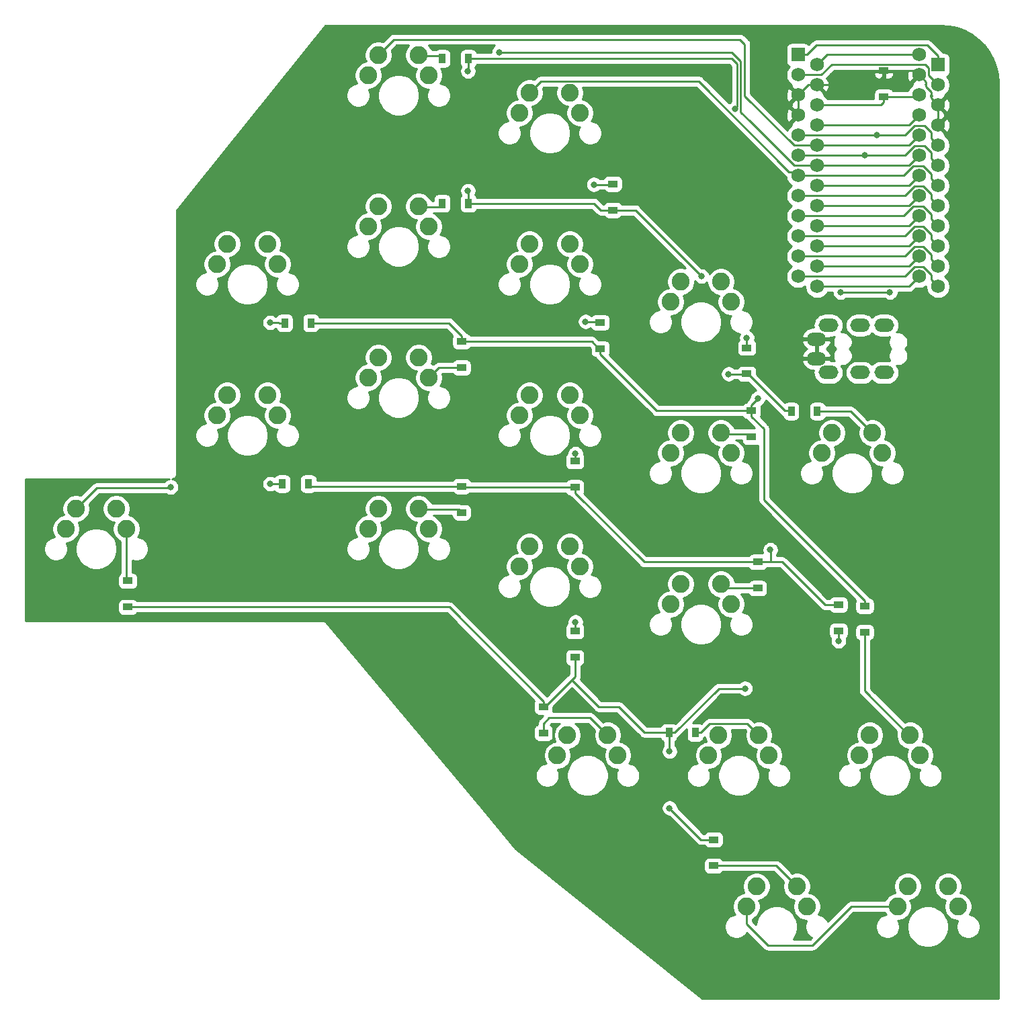
<source format=gbr>
G04 #@! TF.GenerationSoftware,KiCad,Pcbnew,(5.1.4-0)*
G04 #@! TF.CreationDate,2021-02-04T00:36:41-05:00*
G04 #@! TF.ProjectId,mxnatee,6d786e61-7465-4652-9e6b-696361645f70,rev?*
G04 #@! TF.SameCoordinates,Original*
G04 #@! TF.FileFunction,Copper,L2,Bot*
G04 #@! TF.FilePolarity,Positive*
%FSLAX46Y46*%
G04 Gerber Fmt 4.6, Leading zero omitted, Abs format (unit mm)*
G04 Created by KiCad (PCBNEW (5.1.4-0)) date 2021-02-04 00:36:41*
%MOMM*%
%LPD*%
G04 APERTURE LIST*
%ADD10O,2.500000X1.700000*%
%ADD11C,1.752600*%
%ADD12R,1.752600X1.752600*%
%ADD13C,2.250000*%
%ADD14R,1.200000X0.900000*%
%ADD15R,0.900000X1.200000*%
%ADD16C,0.800000*%
%ADD17C,0.250000*%
%ADD18C,0.254000*%
G04 APERTURE END LIST*
D10*
X119240000Y-62190000D03*
X117740000Y-66390000D03*
X126240000Y-62190000D03*
X123240000Y-62190000D03*
X126240000Y-68140000D03*
X123240000Y-68140000D03*
X119240000Y-68140000D03*
X117740000Y-63940000D03*
D11*
X133064250Y-42068750D03*
D12*
X133064250Y-29368750D03*
D11*
X117824250Y-54768750D03*
X133064250Y-54768750D03*
X133064250Y-39528750D03*
X117824250Y-57308750D03*
X117824250Y-49688750D03*
X117824250Y-47148750D03*
X133064250Y-47148750D03*
X133064250Y-49688750D03*
X117824250Y-52228750D03*
X133064250Y-36988750D03*
X133064250Y-44608750D03*
X133064250Y-52228750D03*
X133064250Y-34448750D03*
X133064250Y-57308750D03*
X117824250Y-29368750D03*
X117824250Y-36988750D03*
X117824250Y-34448750D03*
X117824250Y-31908750D03*
X117824250Y-44608750D03*
X117824250Y-42068750D03*
X117824250Y-39528750D03*
X133064250Y-31908750D03*
X130651250Y-28098750D03*
X115411250Y-56038750D03*
X130651250Y-30638750D03*
X130651250Y-33178750D03*
X130651250Y-35718750D03*
X130651250Y-38258750D03*
X130651250Y-40798750D03*
X130651250Y-43338750D03*
X130651250Y-45878750D03*
X130651250Y-48418750D03*
X130651250Y-50958750D03*
X130651250Y-53498750D03*
X130651250Y-56038750D03*
X115411250Y-53498750D03*
X115411250Y-50958750D03*
X115411250Y-48418750D03*
X115411250Y-45878750D03*
X115411250Y-43338750D03*
X115411250Y-40798750D03*
X115411250Y-38258750D03*
X115411250Y-35718750D03*
X115411250Y-33178750D03*
X115411250Y-30638750D03*
D12*
X115411250Y-28098750D03*
D13*
X110172500Y-132905500D03*
X116522500Y-135445500D03*
X115252500Y-132905500D03*
X108902500Y-135445500D03*
X105410000Y-113855500D03*
X111760000Y-116395500D03*
X110490000Y-113855500D03*
X104140000Y-116395500D03*
X81597500Y-90043000D03*
X87947500Y-92583000D03*
X86677500Y-90043000D03*
X80327500Y-92583000D03*
X86360000Y-113855500D03*
X92710000Y-116395500D03*
X91440000Y-113855500D03*
X85090000Y-116395500D03*
X24447500Y-85280500D03*
X30797500Y-87820500D03*
X29527500Y-85280500D03*
X23177500Y-87820500D03*
X129222500Y-132905500D03*
X135572500Y-135445500D03*
X134302500Y-132905500D03*
X127952500Y-135445500D03*
X100647500Y-94805500D03*
X106997500Y-97345500D03*
X105727500Y-94805500D03*
X99377500Y-97345500D03*
X81597500Y-70993000D03*
X87947500Y-73533000D03*
X86677500Y-70993000D03*
X80327500Y-73533000D03*
X62547500Y-85280500D03*
X68897500Y-87820500D03*
X67627500Y-85280500D03*
X61277500Y-87820500D03*
X43497500Y-70993000D03*
X49847500Y-73533000D03*
X48577500Y-70993000D03*
X42227500Y-73533000D03*
X124460000Y-113855500D03*
X130810000Y-116395500D03*
X129540000Y-113855500D03*
X123190000Y-116395500D03*
X100647500Y-75755500D03*
X106997500Y-78295500D03*
X105727500Y-75755500D03*
X99377500Y-78295500D03*
X81597500Y-51943000D03*
X87947500Y-54483000D03*
X86677500Y-51943000D03*
X80327500Y-54483000D03*
X62547500Y-66230500D03*
X68897500Y-68770500D03*
X67627500Y-66230500D03*
X61277500Y-68770500D03*
X43497500Y-51943000D03*
X49847500Y-54483000D03*
X48577500Y-51943000D03*
X42227500Y-54483000D03*
X119697500Y-75755500D03*
X126047500Y-78295500D03*
X124777500Y-75755500D03*
X118427500Y-78295500D03*
X100647500Y-56705500D03*
X106997500Y-59245500D03*
X105727500Y-56705500D03*
X99377500Y-59245500D03*
X81597500Y-32893000D03*
X87947500Y-35433000D03*
X86677500Y-32893000D03*
X80327500Y-35433000D03*
X62547500Y-47180500D03*
X68897500Y-49720500D03*
X67627500Y-47180500D03*
X61277500Y-49720500D03*
X62547500Y-28130500D03*
X68897500Y-30670500D03*
X67627500Y-28130500D03*
X61277500Y-30670500D03*
D14*
X126206250Y-30100000D03*
X126206250Y-33400000D03*
X108966000Y-68325000D03*
X108966000Y-65025000D03*
X104775000Y-127001000D03*
X104775000Y-130301000D03*
D15*
X99156250Y-113506250D03*
X102456250Y-113506250D03*
D14*
X87312500Y-104043750D03*
X87312500Y-100743750D03*
X83343750Y-110268750D03*
X83343750Y-113568750D03*
X30956250Y-97693750D03*
X30956250Y-94393750D03*
X120523000Y-97410000D03*
X120523000Y-100710000D03*
X110331250Y-92012500D03*
X110331250Y-95312500D03*
X87312500Y-82612500D03*
X87312500Y-79312500D03*
X73025000Y-82487500D03*
X73025000Y-85787500D03*
D15*
X53720000Y-82169000D03*
X50420000Y-82169000D03*
D14*
X123825000Y-97568750D03*
X123825000Y-100868750D03*
X109537500Y-72962500D03*
X109537500Y-76262500D03*
X90487500Y-65150000D03*
X90487500Y-61850000D03*
X73025000Y-64231250D03*
X73025000Y-67531250D03*
D15*
X54037500Y-61912500D03*
X50737500Y-61912500D03*
X114555000Y-73025000D03*
X117855000Y-73025000D03*
D14*
X92075000Y-47687500D03*
X92075000Y-44387500D03*
D15*
X73881250Y-46831250D03*
X70581250Y-46831250D03*
X73881250Y-28575000D03*
X70581250Y-28575000D03*
D16*
X73818750Y-30162500D03*
X73818750Y-45243750D03*
X103251000Y-56007000D03*
X106680000Y-68326000D03*
X107447176Y-34925000D03*
X89693750Y-44450000D03*
X108966000Y-63754000D03*
X110331250Y-71437500D03*
X48895000Y-61849000D03*
X88646000Y-61722000D03*
X111918750Y-90487500D03*
X48895000Y-82169000D03*
X87376000Y-78359000D03*
X120523000Y-101981000D03*
X99218750Y-115887500D03*
X108743750Y-107950000D03*
X99218750Y-123031250D03*
X87376000Y-99568000D03*
X36352751Y-82580751D03*
X77787500Y-27781250D03*
X123793250Y-40798750D03*
X127000000Y-58039000D03*
X120777000Y-58039000D03*
X125380750Y-38258750D03*
D17*
X73881250Y-30100000D02*
X73818750Y-30162500D01*
X73881250Y-28575000D02*
X73881250Y-30100000D01*
X73881250Y-45306250D02*
X73818750Y-45243750D01*
X73881250Y-46831250D02*
X73881250Y-45306250D01*
X73881250Y-46831250D02*
X89693750Y-46831250D01*
X90550000Y-47687500D02*
X92075000Y-47687500D01*
X89693750Y-46831250D02*
X90550000Y-47687500D01*
X73881250Y-28575000D02*
X106362500Y-28575000D01*
X94931500Y-47687500D02*
X103251000Y-56007000D01*
X92075000Y-47687500D02*
X94931500Y-47687500D01*
X108965000Y-68326000D02*
X108966000Y-68325000D01*
X106680000Y-68326000D02*
X108965000Y-68326000D01*
X113753500Y-72962500D02*
X114300000Y-72962500D01*
X109116000Y-68325000D02*
X113753500Y-72962500D01*
X108966000Y-68325000D02*
X109116000Y-68325000D01*
X129381250Y-44608750D02*
X130651250Y-43338750D01*
X117824250Y-44608750D02*
X129381250Y-44608750D01*
X107061000Y-28575000D02*
X107722166Y-29236166D01*
X106362500Y-28575000D02*
X107061000Y-28575000D01*
X107722166Y-34650010D02*
X107447176Y-34925000D01*
X107722166Y-29236166D02*
X107722166Y-34650010D01*
X70263750Y-28257500D02*
X70581250Y-28575000D01*
X67627500Y-28257500D02*
X70263750Y-28257500D01*
X70105000Y-47307500D02*
X70581250Y-46831250D01*
X67627500Y-47307500D02*
X70105000Y-47307500D01*
X92012500Y-44450000D02*
X92075000Y-44387500D01*
X89693750Y-44450000D02*
X92012500Y-44450000D01*
X108966000Y-63754000D02*
X108966000Y-65025000D01*
X124397500Y-76262500D02*
X124777500Y-75882500D01*
X122047000Y-73025000D02*
X124777500Y-75755500D01*
X117855000Y-73025000D02*
X122047000Y-73025000D01*
X97600000Y-72962500D02*
X108687500Y-72962500D01*
X90487500Y-65850000D02*
X97600000Y-72962500D01*
X108687500Y-72962500D02*
X109537500Y-72962500D01*
X90487500Y-65150000D02*
X90487500Y-65850000D01*
X90337500Y-65150000D02*
X90487500Y-65150000D01*
X89418750Y-64231250D02*
X90337500Y-65150000D01*
X73025000Y-64231250D02*
X89418750Y-64231250D01*
X73025000Y-63531250D02*
X73025000Y-64231250D01*
X71406250Y-61912500D02*
X73025000Y-63531250D01*
X54037500Y-61912500D02*
X71406250Y-61912500D01*
X123825000Y-96868750D02*
X111125000Y-84168750D01*
X123825000Y-97568750D02*
X123825000Y-96868750D01*
X109537500Y-73662500D02*
X109537500Y-72962500D01*
X111125000Y-75250000D02*
X109537500Y-73662500D01*
X111125000Y-84168750D02*
X111125000Y-75250000D01*
X109537500Y-72231250D02*
X110331250Y-71437500D01*
X109537500Y-72962500D02*
X109537500Y-72231250D01*
X132187951Y-50717525D02*
X132187951Y-51352451D01*
X131227875Y-49757449D02*
X132187951Y-50717525D01*
X132187951Y-51352451D02*
X133064250Y-52228750D01*
X130074625Y-49757449D02*
X131227875Y-49757449D01*
X128873324Y-50958750D02*
X130074625Y-49757449D01*
X115411250Y-50958750D02*
X128873324Y-50958750D01*
X50037500Y-61912500D02*
X50737500Y-61912500D01*
X49974000Y-61849000D02*
X50037500Y-61912500D01*
X48895000Y-61849000D02*
X49974000Y-61849000D01*
X70136750Y-67531250D02*
X73025000Y-67531250D01*
X68897500Y-68770500D02*
X70136750Y-67531250D01*
X90487500Y-61850000D02*
X90337500Y-61850000D01*
X90359500Y-61722000D02*
X90487500Y-61850000D01*
X88646000Y-61722000D02*
X90359500Y-61722000D01*
X109157500Y-75882500D02*
X109537500Y-76262500D01*
X105727500Y-75882500D02*
X109157500Y-75882500D01*
X123825000Y-108267500D02*
X129540000Y-113982500D01*
X123825000Y-100868750D02*
X123825000Y-108267500D01*
X87312500Y-83312500D02*
X87312500Y-82612500D01*
X96012500Y-92012500D02*
X87312500Y-83312500D01*
X110331250Y-92012500D02*
X96012500Y-92012500D01*
X73150000Y-82612500D02*
X73025000Y-82487500D01*
X87312500Y-82612500D02*
X73150000Y-82612500D01*
X54038500Y-82487500D02*
X53720000Y-82169000D01*
X73025000Y-82487500D02*
X54038500Y-82487500D01*
X111981250Y-92012500D02*
X111981250Y-90550000D01*
X111981250Y-90550000D02*
X111918750Y-90487500D01*
X110331250Y-92012500D02*
X111981250Y-92012500D01*
X111981250Y-92012500D02*
X113412500Y-92012500D01*
X118810000Y-97410000D02*
X120523000Y-97410000D01*
X113412500Y-92012500D02*
X118810000Y-97410000D01*
X132187951Y-56432451D02*
X133064250Y-57308750D01*
X132187951Y-55797525D02*
X132187951Y-56432451D01*
X131227875Y-54837449D02*
X132187951Y-55797525D01*
X130074625Y-54837449D02*
X131227875Y-54837449D01*
X128873324Y-56038750D02*
X130074625Y-54837449D01*
X115411250Y-56038750D02*
X128873324Y-56038750D01*
X49720000Y-82169000D02*
X50420000Y-82169000D01*
X48895000Y-82169000D02*
X49720000Y-82169000D01*
X72645000Y-85407500D02*
X73025000Y-85787500D01*
X67627500Y-85407500D02*
X72645000Y-85407500D01*
X87376000Y-79249000D02*
X87312500Y-79312500D01*
X87376000Y-78359000D02*
X87376000Y-79249000D01*
X106107500Y-95312500D02*
X105727500Y-94932500D01*
X110331250Y-95312500D02*
X106107500Y-95312500D01*
X120523000Y-100710000D02*
X120523000Y-101981000D01*
X99218750Y-113568750D02*
X99156250Y-113506250D01*
X99218750Y-115887500D02*
X99218750Y-113568750D01*
X96075000Y-113506250D02*
X92837500Y-110268750D01*
X99156250Y-113506250D02*
X96075000Y-113506250D01*
X83493750Y-110268750D02*
X83343750Y-110268750D01*
X87312500Y-104043750D02*
X87312500Y-106450000D01*
X83343750Y-109568750D02*
X83343750Y-110268750D01*
X71468750Y-97693750D02*
X83343750Y-109568750D01*
X30956250Y-97693750D02*
X71468750Y-97693750D01*
X99856250Y-113506250D02*
X105412500Y-107950000D01*
X99156250Y-113506250D02*
X99856250Y-113506250D01*
X105412500Y-107950000D02*
X108743750Y-107950000D01*
X92837500Y-110268750D02*
X90329750Y-110268750D01*
X86911750Y-106850750D02*
X83493750Y-110268750D01*
X90329750Y-110268750D02*
X86911750Y-106850750D01*
X87312500Y-106450000D02*
X86911750Y-106850750D01*
X103188500Y-127001000D02*
X99218750Y-123031250D01*
X104775000Y-127001000D02*
X103188500Y-127001000D01*
X131227875Y-47217449D02*
X132187951Y-48177525D01*
X129948961Y-47217449D02*
X131227875Y-47217449D01*
X132187951Y-48812451D02*
X133064250Y-49688750D01*
X128747660Y-48418750D02*
X129948961Y-47217449D01*
X132187951Y-48177525D02*
X132187951Y-48812451D01*
X115411250Y-48418750D02*
X128747660Y-48418750D01*
X30806250Y-94393750D02*
X30956250Y-94393750D01*
X30797500Y-94235000D02*
X30956250Y-94393750D01*
X30797500Y-87820500D02*
X30797500Y-94235000D01*
X91026250Y-113568750D02*
X91440000Y-113982500D01*
X84074000Y-111633000D02*
X83343750Y-112363250D01*
X83343750Y-112363250D02*
X83343750Y-113568750D01*
X89217500Y-111633000D02*
X84074000Y-111633000D01*
X91440000Y-113855500D02*
X89217500Y-111633000D01*
X87376000Y-100680250D02*
X87312500Y-100743750D01*
X87376000Y-99568000D02*
X87376000Y-100680250D01*
X110013750Y-113506250D02*
X110490000Y-113982500D01*
X103156250Y-113506250D02*
X102456250Y-113506250D01*
X104257001Y-112405499D02*
X103156250Y-113506250D01*
X109039999Y-112405499D02*
X104257001Y-112405499D01*
X110490000Y-113855500D02*
X109039999Y-112405499D01*
X112648000Y-130301000D02*
X104775000Y-130301000D01*
X115252500Y-132905500D02*
X112648000Y-130301000D01*
X130112500Y-30100000D02*
X130651250Y-30638750D01*
X126206250Y-30100000D02*
X130112500Y-30100000D01*
X126206250Y-30800000D02*
X126206250Y-30100000D01*
X125097500Y-31908750D02*
X126206250Y-30800000D01*
X117824250Y-31908750D02*
X125097500Y-31908750D01*
X116681250Y-31908750D02*
X117824250Y-31908750D01*
X115411250Y-33178750D02*
X116681250Y-31908750D01*
X131527549Y-32149975D02*
X131527549Y-31515049D01*
X132187951Y-32810377D02*
X131527549Y-32149975D01*
X131527549Y-31515049D02*
X130651250Y-30638750D01*
X132187951Y-33572451D02*
X132187951Y-32810377D01*
X133064250Y-34448750D02*
X132187951Y-33572451D01*
X133064250Y-36988750D02*
X133064250Y-34448750D01*
X115411250Y-34479475D02*
X115411250Y-33178750D01*
X115411250Y-35718750D02*
X115411250Y-34479475D01*
X130430000Y-33400000D02*
X130651250Y-33178750D01*
X126206250Y-33400000D02*
X130430000Y-33400000D01*
X126206250Y-34100000D02*
X126206250Y-33400000D01*
X125857500Y-34448750D02*
X126206250Y-34100000D01*
X117824250Y-34448750D02*
X125857500Y-34448750D01*
X27051000Y-82677000D02*
X36256502Y-82677000D01*
X36256502Y-82677000D02*
X36352751Y-82580751D01*
X24447500Y-85280500D02*
X27051000Y-82677000D01*
X62547500Y-28130500D02*
X64516000Y-26162000D01*
X129381250Y-39528750D02*
X130651250Y-38258750D01*
X117824250Y-39528750D02*
X129381250Y-39528750D01*
X108685834Y-26770834D02*
X108077000Y-26162000D01*
X108685834Y-33311260D02*
X108685834Y-26770834D01*
X114903324Y-39528750D02*
X108685834Y-33311260D01*
X117824250Y-39528750D02*
X114903324Y-39528750D01*
X64516000Y-26162000D02*
X108077000Y-26162000D01*
X129381250Y-42068750D02*
X130651250Y-40798750D01*
X117824250Y-42068750D02*
X129381250Y-42068750D01*
X108172176Y-28924176D02*
X107029250Y-27781250D01*
X107029250Y-27781250D02*
X77787500Y-27781250D01*
X117824250Y-42068750D02*
X114903324Y-42068750D01*
X108172176Y-28924176D02*
X108172176Y-35337602D01*
X108172176Y-35337602D02*
X109315287Y-36480713D01*
X109315287Y-36480713D02*
X108235824Y-35401250D01*
X114903324Y-42068750D02*
X109315287Y-36480713D01*
X114300000Y-42862500D02*
X114935000Y-42862500D01*
X114935000Y-42862500D02*
X115411250Y-43338750D01*
X83047501Y-31442999D02*
X102880499Y-31442999D01*
X102880499Y-31442999D02*
X114300000Y-42862500D01*
X81597500Y-32893000D02*
X83047501Y-31442999D01*
X132187951Y-43732451D02*
X133064250Y-44608750D01*
X131227875Y-42137449D02*
X132187951Y-43097525D01*
X132187951Y-43097525D02*
X132187951Y-43732451D01*
X129948961Y-42137449D02*
X131227875Y-42137449D01*
X128747660Y-43338750D02*
X129948961Y-42137449D01*
X115411250Y-43338750D02*
X128747660Y-43338750D01*
X132187951Y-46272451D02*
X133064250Y-47148750D01*
X132187951Y-45637525D02*
X132187951Y-46272451D01*
X131227875Y-44677449D02*
X132187951Y-45637525D01*
X130074625Y-44677449D02*
X131227875Y-44677449D01*
X128873324Y-45878750D02*
X130074625Y-44677449D01*
X115411250Y-45878750D02*
X128873324Y-45878750D01*
X108902500Y-137036490D02*
X108902500Y-135445500D01*
X108902500Y-137607474D02*
X108902500Y-137036490D01*
X111599427Y-140304401D02*
X108902500Y-137607474D01*
X117249601Y-140304401D02*
X111599427Y-140304401D01*
X122108502Y-135445500D02*
X117249601Y-140304401D01*
X127952500Y-135445500D02*
X122108502Y-135445500D01*
X132187951Y-53892451D02*
X133064250Y-54768750D01*
X131227875Y-52297449D02*
X132187951Y-53257525D01*
X130074625Y-52297449D02*
X131227875Y-52297449D01*
X128873324Y-53498750D02*
X130074625Y-52297449D01*
X132187951Y-53257525D02*
X132187951Y-53892451D01*
X115411250Y-53498750D02*
X128873324Y-53498750D01*
X132187951Y-41192451D02*
X133064250Y-42068750D01*
X131355023Y-39597449D02*
X132187951Y-40430377D01*
X130074625Y-39597449D02*
X131355023Y-39597449D01*
X128873324Y-40798750D02*
X130074625Y-39597449D01*
X132187951Y-40430377D02*
X132187951Y-41192451D01*
X123793250Y-40798750D02*
X128873324Y-40798750D01*
X115411250Y-40798750D02*
X123793250Y-40798750D01*
X127000000Y-58039000D02*
X124317250Y-58039000D01*
X129381250Y-36988750D02*
X130651250Y-35718750D01*
X117824250Y-36988750D02*
X129381250Y-36988750D01*
X120777000Y-58039000D02*
X120650000Y-58039000D01*
X124317250Y-58039000D02*
X120777000Y-58039000D01*
X132187951Y-38652451D02*
X133064250Y-39528750D01*
X131355023Y-37057449D02*
X132187951Y-37890377D01*
X130074625Y-37057449D02*
X131355023Y-37057449D01*
X128873324Y-38258750D02*
X130074625Y-37057449D01*
X132187951Y-37890377D02*
X132187951Y-38652451D01*
X125380750Y-38258750D02*
X128873324Y-38258750D01*
X115411250Y-38258750D02*
X125380750Y-38258750D01*
X119094250Y-28098750D02*
X130651250Y-28098750D01*
X117824250Y-29368750D02*
X119094250Y-28098750D01*
X129381250Y-47148750D02*
X130651250Y-45878750D01*
X117824250Y-47148750D02*
X129381250Y-47148750D01*
X129381250Y-49688750D02*
X130651250Y-48418750D01*
X117824250Y-49688750D02*
X129381250Y-49688750D01*
X129381250Y-52228750D02*
X130651250Y-50958750D01*
X117824250Y-52228750D02*
X129381250Y-52228750D01*
X129381250Y-54768750D02*
X130651250Y-53498750D01*
X117824250Y-54768750D02*
X129381250Y-54768750D01*
X129381250Y-57308750D02*
X130651250Y-56038750D01*
X117824250Y-57308750D02*
X129381250Y-57308750D01*
X133064250Y-28242450D02*
X133064250Y-29368750D01*
X117738851Y-26897449D02*
X131719249Y-26897449D01*
X116537550Y-28098750D02*
X117738851Y-26897449D01*
X131719249Y-26897449D02*
X133064250Y-28242450D01*
X115411250Y-28098750D02*
X116537550Y-28098750D01*
X132187951Y-31032451D02*
X133064250Y-31908750D01*
X131862949Y-30707449D02*
X132187951Y-31032451D01*
X131862949Y-29754949D02*
X131862949Y-30707449D01*
X131408051Y-29300051D02*
X131862949Y-29754949D01*
X119670875Y-29300051D02*
X131408051Y-29300051D01*
X118332176Y-30638750D02*
X119670875Y-29300051D01*
X115411250Y-30638750D02*
X118332176Y-30638750D01*
D18*
G36*
X134384125Y-24483873D02*
G01*
X135397615Y-24702071D01*
X136370246Y-25060894D01*
X137282619Y-25553183D01*
X138116527Y-26169117D01*
X138855325Y-26896401D01*
X139484277Y-27720525D01*
X139990840Y-28625057D01*
X140364897Y-29591937D01*
X140598989Y-30601879D01*
X140690237Y-31655430D01*
X140691001Y-31752764D01*
X140691000Y-147041000D01*
X103355998Y-147041000D01*
X81925798Y-129851000D01*
X103536928Y-129851000D01*
X103536928Y-130751000D01*
X103549188Y-130875482D01*
X103585498Y-130995180D01*
X103644463Y-131105494D01*
X103723815Y-131202185D01*
X103820506Y-131281537D01*
X103930820Y-131340502D01*
X104050518Y-131376812D01*
X104175000Y-131389072D01*
X105375000Y-131389072D01*
X105499482Y-131376812D01*
X105619180Y-131340502D01*
X105729494Y-131281537D01*
X105826185Y-131202185D01*
X105905537Y-131105494D01*
X105929320Y-131061000D01*
X112333199Y-131061000D01*
X113590652Y-132318454D01*
X113560136Y-132392127D01*
X113492500Y-132732155D01*
X113492500Y-133078845D01*
X113560136Y-133418873D01*
X113692808Y-133739173D01*
X113885419Y-134027435D01*
X114130565Y-134272581D01*
X114418827Y-134465192D01*
X114739127Y-134597864D01*
X114951125Y-134640033D01*
X114830136Y-134932127D01*
X114762500Y-135272155D01*
X114762500Y-135618845D01*
X114830136Y-135958873D01*
X114962808Y-136279173D01*
X115155419Y-136567435D01*
X115400565Y-136812581D01*
X115688827Y-137005192D01*
X116009127Y-137137864D01*
X116349155Y-137205500D01*
X116497618Y-137205500D01*
X116454356Y-137270247D01*
X116340529Y-137545049D01*
X116282500Y-137836778D01*
X116282500Y-138134222D01*
X116340529Y-138425951D01*
X116454356Y-138700753D01*
X116619607Y-138948069D01*
X116829931Y-139158393D01*
X117077247Y-139323644D01*
X117132620Y-139346580D01*
X116934800Y-139544401D01*
X114832627Y-139544401D01*
X115042201Y-139230751D01*
X115240373Y-138752322D01*
X115341400Y-138244424D01*
X115341400Y-137726576D01*
X115240373Y-137218678D01*
X115042201Y-136740249D01*
X114754500Y-136309674D01*
X114388326Y-135943500D01*
X113957751Y-135655799D01*
X113479322Y-135457627D01*
X112971424Y-135356600D01*
X112453576Y-135356600D01*
X111945678Y-135457627D01*
X111467249Y-135655799D01*
X111036674Y-135943500D01*
X110670500Y-136309674D01*
X110382799Y-136740249D01*
X110184627Y-137218678D01*
X110085724Y-137715897D01*
X109662500Y-137292673D01*
X109662500Y-137035708D01*
X109736173Y-137005192D01*
X110024435Y-136812581D01*
X110269581Y-136567435D01*
X110462192Y-136279173D01*
X110594864Y-135958873D01*
X110662500Y-135618845D01*
X110662500Y-135272155D01*
X110594864Y-134932127D01*
X110473875Y-134640033D01*
X110685873Y-134597864D01*
X111006173Y-134465192D01*
X111294435Y-134272581D01*
X111539581Y-134027435D01*
X111732192Y-133739173D01*
X111864864Y-133418873D01*
X111932500Y-133078845D01*
X111932500Y-132732155D01*
X111864864Y-132392127D01*
X111732192Y-132071827D01*
X111539581Y-131783565D01*
X111294435Y-131538419D01*
X111006173Y-131345808D01*
X110685873Y-131213136D01*
X110345845Y-131145500D01*
X109999155Y-131145500D01*
X109659127Y-131213136D01*
X109338827Y-131345808D01*
X109050565Y-131538419D01*
X108805419Y-131783565D01*
X108612808Y-132071827D01*
X108480136Y-132392127D01*
X108412500Y-132732155D01*
X108412500Y-133078845D01*
X108480136Y-133418873D01*
X108601125Y-133710967D01*
X108389127Y-133753136D01*
X108068827Y-133885808D01*
X107780565Y-134078419D01*
X107535419Y-134323565D01*
X107342808Y-134611827D01*
X107210136Y-134932127D01*
X107142500Y-135272155D01*
X107142500Y-135618845D01*
X107210136Y-135958873D01*
X107342808Y-136279173D01*
X107475138Y-136477219D01*
X107192049Y-136533529D01*
X106917247Y-136647356D01*
X106669931Y-136812607D01*
X106459607Y-137022931D01*
X106294356Y-137270247D01*
X106180529Y-137545049D01*
X106122500Y-137836778D01*
X106122500Y-138134222D01*
X106180529Y-138425951D01*
X106294356Y-138700753D01*
X106459607Y-138948069D01*
X106669931Y-139158393D01*
X106917247Y-139323644D01*
X107192049Y-139437471D01*
X107483778Y-139495500D01*
X107781222Y-139495500D01*
X108072951Y-139437471D01*
X108347753Y-139323644D01*
X108595069Y-139158393D01*
X108805393Y-138948069D01*
X108950751Y-138730526D01*
X111035628Y-140815404D01*
X111059426Y-140844402D01*
X111175151Y-140939375D01*
X111307180Y-141009947D01*
X111450441Y-141053404D01*
X111562094Y-141064401D01*
X111562102Y-141064401D01*
X111599427Y-141068077D01*
X111636752Y-141064401D01*
X117212279Y-141064401D01*
X117249601Y-141068077D01*
X117286923Y-141064401D01*
X117286934Y-141064401D01*
X117398587Y-141053404D01*
X117541848Y-141009947D01*
X117673877Y-140939375D01*
X117789602Y-140844402D01*
X117813405Y-140815398D01*
X122423304Y-136205500D01*
X126362292Y-136205500D01*
X126392808Y-136279173D01*
X126525138Y-136477219D01*
X126242049Y-136533529D01*
X125967247Y-136647356D01*
X125719931Y-136812607D01*
X125509607Y-137022931D01*
X125344356Y-137270247D01*
X125230529Y-137545049D01*
X125172500Y-137836778D01*
X125172500Y-138134222D01*
X125230529Y-138425951D01*
X125344356Y-138700753D01*
X125509607Y-138948069D01*
X125719931Y-139158393D01*
X125967247Y-139323644D01*
X126242049Y-139437471D01*
X126533778Y-139495500D01*
X126831222Y-139495500D01*
X127122951Y-139437471D01*
X127397753Y-139323644D01*
X127645069Y-139158393D01*
X127855393Y-138948069D01*
X128020644Y-138700753D01*
X128134471Y-138425951D01*
X128192500Y-138134222D01*
X128192500Y-137836778D01*
X128170580Y-137726576D01*
X129133600Y-137726576D01*
X129133600Y-138244424D01*
X129234627Y-138752322D01*
X129432799Y-139230751D01*
X129720500Y-139661326D01*
X130086674Y-140027500D01*
X130517249Y-140315201D01*
X130995678Y-140513373D01*
X131503576Y-140614400D01*
X132021424Y-140614400D01*
X132529322Y-140513373D01*
X133007751Y-140315201D01*
X133438326Y-140027500D01*
X133804500Y-139661326D01*
X134092201Y-139230751D01*
X134290373Y-138752322D01*
X134391400Y-138244424D01*
X134391400Y-137726576D01*
X134290373Y-137218678D01*
X134092201Y-136740249D01*
X133804500Y-136309674D01*
X133438326Y-135943500D01*
X133007751Y-135655799D01*
X132529322Y-135457627D01*
X132021424Y-135356600D01*
X131503576Y-135356600D01*
X130995678Y-135457627D01*
X130517249Y-135655799D01*
X130086674Y-135943500D01*
X129720500Y-136309674D01*
X129432799Y-136740249D01*
X129234627Y-137218678D01*
X129133600Y-137726576D01*
X128170580Y-137726576D01*
X128134471Y-137545049D01*
X128020644Y-137270247D01*
X127977382Y-137205500D01*
X128125845Y-137205500D01*
X128465873Y-137137864D01*
X128786173Y-137005192D01*
X129074435Y-136812581D01*
X129319581Y-136567435D01*
X129512192Y-136279173D01*
X129644864Y-135958873D01*
X129712500Y-135618845D01*
X129712500Y-135272155D01*
X129644864Y-134932127D01*
X129523875Y-134640033D01*
X129735873Y-134597864D01*
X130056173Y-134465192D01*
X130344435Y-134272581D01*
X130589581Y-134027435D01*
X130782192Y-133739173D01*
X130914864Y-133418873D01*
X130982500Y-133078845D01*
X130982500Y-132732155D01*
X132542500Y-132732155D01*
X132542500Y-133078845D01*
X132610136Y-133418873D01*
X132742808Y-133739173D01*
X132935419Y-134027435D01*
X133180565Y-134272581D01*
X133468827Y-134465192D01*
X133789127Y-134597864D01*
X134001125Y-134640033D01*
X133880136Y-134932127D01*
X133812500Y-135272155D01*
X133812500Y-135618845D01*
X133880136Y-135958873D01*
X134012808Y-136279173D01*
X134205419Y-136567435D01*
X134450565Y-136812581D01*
X134738827Y-137005192D01*
X135059127Y-137137864D01*
X135399155Y-137205500D01*
X135547618Y-137205500D01*
X135504356Y-137270247D01*
X135390529Y-137545049D01*
X135332500Y-137836778D01*
X135332500Y-138134222D01*
X135390529Y-138425951D01*
X135504356Y-138700753D01*
X135669607Y-138948069D01*
X135879931Y-139158393D01*
X136127247Y-139323644D01*
X136402049Y-139437471D01*
X136693778Y-139495500D01*
X136991222Y-139495500D01*
X137282951Y-139437471D01*
X137557753Y-139323644D01*
X137805069Y-139158393D01*
X138015393Y-138948069D01*
X138180644Y-138700753D01*
X138294471Y-138425951D01*
X138352500Y-138134222D01*
X138352500Y-137836778D01*
X138294471Y-137545049D01*
X138180644Y-137270247D01*
X138015393Y-137022931D01*
X137805069Y-136812607D01*
X137557753Y-136647356D01*
X137282951Y-136533529D01*
X136999862Y-136477219D01*
X137132192Y-136279173D01*
X137264864Y-135958873D01*
X137332500Y-135618845D01*
X137332500Y-135272155D01*
X137264864Y-134932127D01*
X137132192Y-134611827D01*
X136939581Y-134323565D01*
X136694435Y-134078419D01*
X136406173Y-133885808D01*
X136085873Y-133753136D01*
X135873875Y-133710967D01*
X135994864Y-133418873D01*
X136062500Y-133078845D01*
X136062500Y-132732155D01*
X135994864Y-132392127D01*
X135862192Y-132071827D01*
X135669581Y-131783565D01*
X135424435Y-131538419D01*
X135136173Y-131345808D01*
X134815873Y-131213136D01*
X134475845Y-131145500D01*
X134129155Y-131145500D01*
X133789127Y-131213136D01*
X133468827Y-131345808D01*
X133180565Y-131538419D01*
X132935419Y-131783565D01*
X132742808Y-132071827D01*
X132610136Y-132392127D01*
X132542500Y-132732155D01*
X130982500Y-132732155D01*
X130914864Y-132392127D01*
X130782192Y-132071827D01*
X130589581Y-131783565D01*
X130344435Y-131538419D01*
X130056173Y-131345808D01*
X129735873Y-131213136D01*
X129395845Y-131145500D01*
X129049155Y-131145500D01*
X128709127Y-131213136D01*
X128388827Y-131345808D01*
X128100565Y-131538419D01*
X127855419Y-131783565D01*
X127662808Y-132071827D01*
X127530136Y-132392127D01*
X127462500Y-132732155D01*
X127462500Y-133078845D01*
X127530136Y-133418873D01*
X127651125Y-133710967D01*
X127439127Y-133753136D01*
X127118827Y-133885808D01*
X126830565Y-134078419D01*
X126585419Y-134323565D01*
X126392808Y-134611827D01*
X126362292Y-134685500D01*
X122145827Y-134685500D01*
X122108502Y-134681824D01*
X122071177Y-134685500D01*
X122071169Y-134685500D01*
X121959516Y-134696497D01*
X121816255Y-134739954D01*
X121684226Y-134810526D01*
X121568501Y-134905499D01*
X121544703Y-134934497D01*
X119153580Y-137325620D01*
X119130644Y-137270247D01*
X118965393Y-137022931D01*
X118755069Y-136812607D01*
X118507753Y-136647356D01*
X118232951Y-136533529D01*
X117949862Y-136477219D01*
X118082192Y-136279173D01*
X118214864Y-135958873D01*
X118282500Y-135618845D01*
X118282500Y-135272155D01*
X118214864Y-134932127D01*
X118082192Y-134611827D01*
X117889581Y-134323565D01*
X117644435Y-134078419D01*
X117356173Y-133885808D01*
X117035873Y-133753136D01*
X116823875Y-133710967D01*
X116944864Y-133418873D01*
X117012500Y-133078845D01*
X117012500Y-132732155D01*
X116944864Y-132392127D01*
X116812192Y-132071827D01*
X116619581Y-131783565D01*
X116374435Y-131538419D01*
X116086173Y-131345808D01*
X115765873Y-131213136D01*
X115425845Y-131145500D01*
X115079155Y-131145500D01*
X114739127Y-131213136D01*
X114665454Y-131243652D01*
X113211804Y-129790003D01*
X113188001Y-129760999D01*
X113072276Y-129666026D01*
X112940247Y-129595454D01*
X112796986Y-129551997D01*
X112685333Y-129541000D01*
X112685322Y-129541000D01*
X112648000Y-129537324D01*
X112610678Y-129541000D01*
X105929320Y-129541000D01*
X105905537Y-129496506D01*
X105826185Y-129399815D01*
X105729494Y-129320463D01*
X105619180Y-129261498D01*
X105499482Y-129225188D01*
X105375000Y-129212928D01*
X104175000Y-129212928D01*
X104050518Y-129225188D01*
X103930820Y-129261498D01*
X103820506Y-129320463D01*
X103723815Y-129399815D01*
X103644463Y-129496506D01*
X103585498Y-129606820D01*
X103549188Y-129726518D01*
X103536928Y-129851000D01*
X81925798Y-129851000D01*
X79839289Y-128177330D01*
X75454278Y-122929311D01*
X98183750Y-122929311D01*
X98183750Y-123133189D01*
X98223524Y-123333148D01*
X98301545Y-123521506D01*
X98414813Y-123691024D01*
X98558976Y-123835187D01*
X98728494Y-123948455D01*
X98916852Y-124026476D01*
X99116811Y-124066250D01*
X99178949Y-124066250D01*
X102624701Y-127512003D01*
X102648499Y-127541001D01*
X102764224Y-127635974D01*
X102896253Y-127706546D01*
X103039514Y-127750003D01*
X103151167Y-127761000D01*
X103151176Y-127761000D01*
X103188499Y-127764676D01*
X103225822Y-127761000D01*
X103620680Y-127761000D01*
X103644463Y-127805494D01*
X103723815Y-127902185D01*
X103820506Y-127981537D01*
X103930820Y-128040502D01*
X104050518Y-128076812D01*
X104175000Y-128089072D01*
X105375000Y-128089072D01*
X105499482Y-128076812D01*
X105619180Y-128040502D01*
X105729494Y-127981537D01*
X105826185Y-127902185D01*
X105905537Y-127805494D01*
X105964502Y-127695180D01*
X106000812Y-127575482D01*
X106013072Y-127451000D01*
X106013072Y-126551000D01*
X106000812Y-126426518D01*
X105964502Y-126306820D01*
X105905537Y-126196506D01*
X105826185Y-126099815D01*
X105729494Y-126020463D01*
X105619180Y-125961498D01*
X105499482Y-125925188D01*
X105375000Y-125912928D01*
X104175000Y-125912928D01*
X104050518Y-125925188D01*
X103930820Y-125961498D01*
X103820506Y-126020463D01*
X103723815Y-126099815D01*
X103644463Y-126196506D01*
X103620680Y-126241000D01*
X103503302Y-126241000D01*
X100253750Y-122991449D01*
X100253750Y-122929311D01*
X100213976Y-122729352D01*
X100135955Y-122540994D01*
X100022687Y-122371476D01*
X99878524Y-122227313D01*
X99709006Y-122114045D01*
X99520648Y-122036024D01*
X99320689Y-121996250D01*
X99116811Y-121996250D01*
X98916852Y-122036024D01*
X98728494Y-122114045D01*
X98558976Y-122227313D01*
X98414813Y-122371476D01*
X98301545Y-122540994D01*
X98223524Y-122729352D01*
X98183750Y-122929311D01*
X75454278Y-122929311D01*
X56007324Y-99655031D01*
X55967948Y-99607052D01*
X55940505Y-99584530D01*
X55915184Y-99559652D01*
X55890382Y-99543395D01*
X55867450Y-99524575D01*
X55836131Y-99507835D01*
X55806452Y-99488381D01*
X55778959Y-99477276D01*
X55752793Y-99463290D01*
X55718819Y-99452984D01*
X55685907Y-99439690D01*
X55656770Y-99434161D01*
X55628383Y-99425550D01*
X55593048Y-99422070D01*
X55558177Y-99415453D01*
X55496179Y-99416000D01*
X18059000Y-99416000D01*
X18059000Y-97243750D01*
X29718178Y-97243750D01*
X29718178Y-98143750D01*
X29730438Y-98268232D01*
X29766748Y-98387930D01*
X29825713Y-98498244D01*
X29905065Y-98594935D01*
X30001756Y-98674287D01*
X30112070Y-98733252D01*
X30231768Y-98769562D01*
X30356250Y-98781822D01*
X31556250Y-98781822D01*
X31680732Y-98769562D01*
X31800430Y-98733252D01*
X31910744Y-98674287D01*
X32007435Y-98594935D01*
X32086787Y-98498244D01*
X32110570Y-98453750D01*
X71153949Y-98453750D01*
X82196229Y-109496031D01*
X82154248Y-109574570D01*
X82117938Y-109694268D01*
X82105678Y-109818750D01*
X82105678Y-110718750D01*
X82117938Y-110843232D01*
X82154248Y-110962930D01*
X82213213Y-111073244D01*
X82292565Y-111169935D01*
X82389256Y-111249287D01*
X82499570Y-111308252D01*
X82619268Y-111344562D01*
X82743750Y-111356822D01*
X83275376Y-111356822D01*
X82832752Y-111799447D01*
X82803749Y-111823249D01*
X82748621Y-111890424D01*
X82708776Y-111938974D01*
X82645542Y-112057276D01*
X82638204Y-112071004D01*
X82594747Y-112214265D01*
X82583750Y-112325918D01*
X82583750Y-112325928D01*
X82580074Y-112363250D01*
X82583750Y-112400573D01*
X82583750Y-112503712D01*
X82499570Y-112529248D01*
X82389256Y-112588213D01*
X82292565Y-112667565D01*
X82213213Y-112764256D01*
X82154248Y-112874570D01*
X82117938Y-112994268D01*
X82105678Y-113118750D01*
X82105678Y-114018750D01*
X82117938Y-114143232D01*
X82154248Y-114262930D01*
X82213213Y-114373244D01*
X82292565Y-114469935D01*
X82389256Y-114549287D01*
X82499570Y-114608252D01*
X82619268Y-114644562D01*
X82743750Y-114656822D01*
X83943750Y-114656822D01*
X84068232Y-114644562D01*
X84187930Y-114608252D01*
X84298244Y-114549287D01*
X84394935Y-114469935D01*
X84474287Y-114373244D01*
X84533252Y-114262930D01*
X84569562Y-114143232D01*
X84581822Y-114018750D01*
X84581822Y-113118750D01*
X84569562Y-112994268D01*
X84533252Y-112874570D01*
X84474287Y-112764256D01*
X84394935Y-112667565D01*
X84298244Y-112588213D01*
X84230043Y-112551758D01*
X84388802Y-112393000D01*
X85380869Y-112393000D01*
X85238065Y-112488419D01*
X84992919Y-112733565D01*
X84800308Y-113021827D01*
X84667636Y-113342127D01*
X84600000Y-113682155D01*
X84600000Y-114028845D01*
X84667636Y-114368873D01*
X84788625Y-114660967D01*
X84576627Y-114703136D01*
X84256327Y-114835808D01*
X83968065Y-115028419D01*
X83722919Y-115273565D01*
X83530308Y-115561827D01*
X83397636Y-115882127D01*
X83330000Y-116222155D01*
X83330000Y-116568845D01*
X83397636Y-116908873D01*
X83530308Y-117229173D01*
X83662638Y-117427219D01*
X83379549Y-117483529D01*
X83104747Y-117597356D01*
X82857431Y-117762607D01*
X82647107Y-117972931D01*
X82481856Y-118220247D01*
X82368029Y-118495049D01*
X82310000Y-118786778D01*
X82310000Y-119084222D01*
X82368029Y-119375951D01*
X82481856Y-119650753D01*
X82647107Y-119898069D01*
X82857431Y-120108393D01*
X83104747Y-120273644D01*
X83379549Y-120387471D01*
X83671278Y-120445500D01*
X83968722Y-120445500D01*
X84260451Y-120387471D01*
X84535253Y-120273644D01*
X84782569Y-120108393D01*
X84992893Y-119898069D01*
X85158144Y-119650753D01*
X85271971Y-119375951D01*
X85330000Y-119084222D01*
X85330000Y-118786778D01*
X85308080Y-118676576D01*
X86271100Y-118676576D01*
X86271100Y-119194424D01*
X86372127Y-119702322D01*
X86570299Y-120180751D01*
X86858000Y-120611326D01*
X87224174Y-120977500D01*
X87654749Y-121265201D01*
X88133178Y-121463373D01*
X88641076Y-121564400D01*
X89158924Y-121564400D01*
X89666822Y-121463373D01*
X90145251Y-121265201D01*
X90575826Y-120977500D01*
X90942000Y-120611326D01*
X91229701Y-120180751D01*
X91427873Y-119702322D01*
X91528900Y-119194424D01*
X91528900Y-118676576D01*
X91427873Y-118168678D01*
X91229701Y-117690249D01*
X90942000Y-117259674D01*
X90575826Y-116893500D01*
X90145251Y-116605799D01*
X89666822Y-116407627D01*
X89158924Y-116306600D01*
X88641076Y-116306600D01*
X88133178Y-116407627D01*
X87654749Y-116605799D01*
X87224174Y-116893500D01*
X86858000Y-117259674D01*
X86570299Y-117690249D01*
X86372127Y-118168678D01*
X86271100Y-118676576D01*
X85308080Y-118676576D01*
X85271971Y-118495049D01*
X85158144Y-118220247D01*
X85114882Y-118155500D01*
X85263345Y-118155500D01*
X85603373Y-118087864D01*
X85923673Y-117955192D01*
X86211935Y-117762581D01*
X86457081Y-117517435D01*
X86649692Y-117229173D01*
X86782364Y-116908873D01*
X86850000Y-116568845D01*
X86850000Y-116222155D01*
X86782364Y-115882127D01*
X86661375Y-115590033D01*
X86873373Y-115547864D01*
X87193673Y-115415192D01*
X87481935Y-115222581D01*
X87727081Y-114977435D01*
X87919692Y-114689173D01*
X88052364Y-114368873D01*
X88120000Y-114028845D01*
X88120000Y-113682155D01*
X88052364Y-113342127D01*
X87919692Y-113021827D01*
X87727081Y-112733565D01*
X87481935Y-112488419D01*
X87339131Y-112393000D01*
X88902699Y-112393000D01*
X89778152Y-113268454D01*
X89747636Y-113342127D01*
X89680000Y-113682155D01*
X89680000Y-114028845D01*
X89747636Y-114368873D01*
X89880308Y-114689173D01*
X90072919Y-114977435D01*
X90318065Y-115222581D01*
X90606327Y-115415192D01*
X90926627Y-115547864D01*
X91138625Y-115590033D01*
X91017636Y-115882127D01*
X90950000Y-116222155D01*
X90950000Y-116568845D01*
X91017636Y-116908873D01*
X91150308Y-117229173D01*
X91342919Y-117517435D01*
X91588065Y-117762581D01*
X91876327Y-117955192D01*
X92196627Y-118087864D01*
X92536655Y-118155500D01*
X92685118Y-118155500D01*
X92641856Y-118220247D01*
X92528029Y-118495049D01*
X92470000Y-118786778D01*
X92470000Y-119084222D01*
X92528029Y-119375951D01*
X92641856Y-119650753D01*
X92807107Y-119898069D01*
X93017431Y-120108393D01*
X93264747Y-120273644D01*
X93539549Y-120387471D01*
X93831278Y-120445500D01*
X94128722Y-120445500D01*
X94420451Y-120387471D01*
X94695253Y-120273644D01*
X94942569Y-120108393D01*
X95152893Y-119898069D01*
X95318144Y-119650753D01*
X95431971Y-119375951D01*
X95490000Y-119084222D01*
X95490000Y-118786778D01*
X95431971Y-118495049D01*
X95318144Y-118220247D01*
X95152893Y-117972931D01*
X94942569Y-117762607D01*
X94695253Y-117597356D01*
X94420451Y-117483529D01*
X94137362Y-117427219D01*
X94269692Y-117229173D01*
X94402364Y-116908873D01*
X94470000Y-116568845D01*
X94470000Y-116222155D01*
X94402364Y-115882127D01*
X94269692Y-115561827D01*
X94077081Y-115273565D01*
X93831935Y-115028419D01*
X93543673Y-114835808D01*
X93223373Y-114703136D01*
X93011375Y-114660967D01*
X93132364Y-114368873D01*
X93200000Y-114028845D01*
X93200000Y-113682155D01*
X93132364Y-113342127D01*
X92999692Y-113021827D01*
X92807081Y-112733565D01*
X92561935Y-112488419D01*
X92273673Y-112295808D01*
X91953373Y-112163136D01*
X91613345Y-112095500D01*
X91266655Y-112095500D01*
X90926627Y-112163136D01*
X90852954Y-112193652D01*
X89781304Y-111122003D01*
X89757501Y-111092999D01*
X89641776Y-110998026D01*
X89509747Y-110927454D01*
X89366486Y-110883997D01*
X89254833Y-110873000D01*
X89254822Y-110873000D01*
X89217500Y-110869324D01*
X89180178Y-110873000D01*
X84560532Y-110873000D01*
X84569562Y-110843232D01*
X84581822Y-110718750D01*
X84581822Y-110255479D01*
X86911750Y-107925552D01*
X89765950Y-110779752D01*
X89789749Y-110808751D01*
X89818747Y-110832549D01*
X89905473Y-110903724D01*
X90016239Y-110962930D01*
X90037503Y-110974296D01*
X90180764Y-111017753D01*
X90292417Y-111028750D01*
X90292427Y-111028750D01*
X90329750Y-111032426D01*
X90367073Y-111028750D01*
X92522699Y-111028750D01*
X95511205Y-114017258D01*
X95534999Y-114046251D01*
X95563992Y-114070045D01*
X95563996Y-114070049D01*
X95634685Y-114128061D01*
X95650724Y-114141224D01*
X95782753Y-114211796D01*
X95926014Y-114255253D01*
X96037667Y-114266250D01*
X96037676Y-114266250D01*
X96074999Y-114269926D01*
X96112322Y-114266250D01*
X98091212Y-114266250D01*
X98116748Y-114350430D01*
X98175713Y-114460744D01*
X98255065Y-114557435D01*
X98351756Y-114636787D01*
X98458751Y-114693978D01*
X98458750Y-115183789D01*
X98414813Y-115227726D01*
X98301545Y-115397244D01*
X98223524Y-115585602D01*
X98183750Y-115785561D01*
X98183750Y-115989439D01*
X98223524Y-116189398D01*
X98301545Y-116377756D01*
X98414813Y-116547274D01*
X98558976Y-116691437D01*
X98728494Y-116804705D01*
X98916852Y-116882726D01*
X99116811Y-116922500D01*
X99320689Y-116922500D01*
X99520648Y-116882726D01*
X99709006Y-116804705D01*
X99878524Y-116691437D01*
X100022687Y-116547274D01*
X100135955Y-116377756D01*
X100213976Y-116189398D01*
X100253750Y-115989439D01*
X100253750Y-115785561D01*
X100213976Y-115585602D01*
X100135955Y-115397244D01*
X100022687Y-115227726D01*
X99978750Y-115183789D01*
X99978750Y-114622010D01*
X100057435Y-114557435D01*
X100136787Y-114460744D01*
X100195752Y-114350430D01*
X100232062Y-114230732D01*
X100238674Y-114163595D01*
X100280526Y-114141224D01*
X100396251Y-114046251D01*
X100420054Y-114017247D01*
X101368178Y-113069123D01*
X101368178Y-114106250D01*
X101380438Y-114230732D01*
X101416748Y-114350430D01*
X101475713Y-114460744D01*
X101555065Y-114557435D01*
X101651756Y-114636787D01*
X101762070Y-114695752D01*
X101881768Y-114732062D01*
X102006250Y-114744322D01*
X102906250Y-114744322D01*
X103030732Y-114732062D01*
X103150430Y-114695752D01*
X103260744Y-114636787D01*
X103357435Y-114557435D01*
X103436787Y-114460744D01*
X103495752Y-114350430D01*
X103532062Y-114230732D01*
X103538674Y-114163595D01*
X103580526Y-114141224D01*
X103659467Y-114076439D01*
X103717636Y-114368873D01*
X103838625Y-114660967D01*
X103626627Y-114703136D01*
X103306327Y-114835808D01*
X103018065Y-115028419D01*
X102772919Y-115273565D01*
X102580308Y-115561827D01*
X102447636Y-115882127D01*
X102380000Y-116222155D01*
X102380000Y-116568845D01*
X102447636Y-116908873D01*
X102580308Y-117229173D01*
X102712638Y-117427219D01*
X102429549Y-117483529D01*
X102154747Y-117597356D01*
X101907431Y-117762607D01*
X101697107Y-117972931D01*
X101531856Y-118220247D01*
X101418029Y-118495049D01*
X101360000Y-118786778D01*
X101360000Y-119084222D01*
X101418029Y-119375951D01*
X101531856Y-119650753D01*
X101697107Y-119898069D01*
X101907431Y-120108393D01*
X102154747Y-120273644D01*
X102429549Y-120387471D01*
X102721278Y-120445500D01*
X103018722Y-120445500D01*
X103310451Y-120387471D01*
X103585253Y-120273644D01*
X103832569Y-120108393D01*
X104042893Y-119898069D01*
X104208144Y-119650753D01*
X104321971Y-119375951D01*
X104380000Y-119084222D01*
X104380000Y-118786778D01*
X104358080Y-118676576D01*
X105321100Y-118676576D01*
X105321100Y-119194424D01*
X105422127Y-119702322D01*
X105620299Y-120180751D01*
X105908000Y-120611326D01*
X106274174Y-120977500D01*
X106704749Y-121265201D01*
X107183178Y-121463373D01*
X107691076Y-121564400D01*
X108208924Y-121564400D01*
X108716822Y-121463373D01*
X109195251Y-121265201D01*
X109625826Y-120977500D01*
X109992000Y-120611326D01*
X110279701Y-120180751D01*
X110477873Y-119702322D01*
X110578900Y-119194424D01*
X110578900Y-118676576D01*
X110477873Y-118168678D01*
X110279701Y-117690249D01*
X109992000Y-117259674D01*
X109625826Y-116893500D01*
X109195251Y-116605799D01*
X108716822Y-116407627D01*
X108208924Y-116306600D01*
X107691076Y-116306600D01*
X107183178Y-116407627D01*
X106704749Y-116605799D01*
X106274174Y-116893500D01*
X105908000Y-117259674D01*
X105620299Y-117690249D01*
X105422127Y-118168678D01*
X105321100Y-118676576D01*
X104358080Y-118676576D01*
X104321971Y-118495049D01*
X104208144Y-118220247D01*
X104164882Y-118155500D01*
X104313345Y-118155500D01*
X104653373Y-118087864D01*
X104973673Y-117955192D01*
X105261935Y-117762581D01*
X105507081Y-117517435D01*
X105699692Y-117229173D01*
X105832364Y-116908873D01*
X105900000Y-116568845D01*
X105900000Y-116222155D01*
X105832364Y-115882127D01*
X105711375Y-115590033D01*
X105923373Y-115547864D01*
X106243673Y-115415192D01*
X106531935Y-115222581D01*
X106777081Y-114977435D01*
X106969692Y-114689173D01*
X107102364Y-114368873D01*
X107170000Y-114028845D01*
X107170000Y-113682155D01*
X107102364Y-113342127D01*
X107029203Y-113165499D01*
X108725198Y-113165499D01*
X108828152Y-113268454D01*
X108797636Y-113342127D01*
X108730000Y-113682155D01*
X108730000Y-114028845D01*
X108797636Y-114368873D01*
X108930308Y-114689173D01*
X109122919Y-114977435D01*
X109368065Y-115222581D01*
X109656327Y-115415192D01*
X109976627Y-115547864D01*
X110188625Y-115590033D01*
X110067636Y-115882127D01*
X110000000Y-116222155D01*
X110000000Y-116568845D01*
X110067636Y-116908873D01*
X110200308Y-117229173D01*
X110392919Y-117517435D01*
X110638065Y-117762581D01*
X110926327Y-117955192D01*
X111246627Y-118087864D01*
X111586655Y-118155500D01*
X111735118Y-118155500D01*
X111691856Y-118220247D01*
X111578029Y-118495049D01*
X111520000Y-118786778D01*
X111520000Y-119084222D01*
X111578029Y-119375951D01*
X111691856Y-119650753D01*
X111857107Y-119898069D01*
X112067431Y-120108393D01*
X112314747Y-120273644D01*
X112589549Y-120387471D01*
X112881278Y-120445500D01*
X113178722Y-120445500D01*
X113470451Y-120387471D01*
X113745253Y-120273644D01*
X113992569Y-120108393D01*
X114202893Y-119898069D01*
X114368144Y-119650753D01*
X114481971Y-119375951D01*
X114540000Y-119084222D01*
X114540000Y-118786778D01*
X120410000Y-118786778D01*
X120410000Y-119084222D01*
X120468029Y-119375951D01*
X120581856Y-119650753D01*
X120747107Y-119898069D01*
X120957431Y-120108393D01*
X121204747Y-120273644D01*
X121479549Y-120387471D01*
X121771278Y-120445500D01*
X122068722Y-120445500D01*
X122360451Y-120387471D01*
X122635253Y-120273644D01*
X122882569Y-120108393D01*
X123092893Y-119898069D01*
X123258144Y-119650753D01*
X123371971Y-119375951D01*
X123430000Y-119084222D01*
X123430000Y-118786778D01*
X123408080Y-118676576D01*
X124371100Y-118676576D01*
X124371100Y-119194424D01*
X124472127Y-119702322D01*
X124670299Y-120180751D01*
X124958000Y-120611326D01*
X125324174Y-120977500D01*
X125754749Y-121265201D01*
X126233178Y-121463373D01*
X126741076Y-121564400D01*
X127258924Y-121564400D01*
X127766822Y-121463373D01*
X128245251Y-121265201D01*
X128675826Y-120977500D01*
X129042000Y-120611326D01*
X129329701Y-120180751D01*
X129527873Y-119702322D01*
X129628900Y-119194424D01*
X129628900Y-118676576D01*
X129527873Y-118168678D01*
X129329701Y-117690249D01*
X129042000Y-117259674D01*
X128675826Y-116893500D01*
X128245251Y-116605799D01*
X127766822Y-116407627D01*
X127258924Y-116306600D01*
X126741076Y-116306600D01*
X126233178Y-116407627D01*
X125754749Y-116605799D01*
X125324174Y-116893500D01*
X124958000Y-117259674D01*
X124670299Y-117690249D01*
X124472127Y-118168678D01*
X124371100Y-118676576D01*
X123408080Y-118676576D01*
X123371971Y-118495049D01*
X123258144Y-118220247D01*
X123214882Y-118155500D01*
X123363345Y-118155500D01*
X123703373Y-118087864D01*
X124023673Y-117955192D01*
X124311935Y-117762581D01*
X124557081Y-117517435D01*
X124749692Y-117229173D01*
X124882364Y-116908873D01*
X124950000Y-116568845D01*
X124950000Y-116222155D01*
X124882364Y-115882127D01*
X124761375Y-115590033D01*
X124973373Y-115547864D01*
X125293673Y-115415192D01*
X125581935Y-115222581D01*
X125827081Y-114977435D01*
X126019692Y-114689173D01*
X126152364Y-114368873D01*
X126220000Y-114028845D01*
X126220000Y-113682155D01*
X126152364Y-113342127D01*
X126019692Y-113021827D01*
X125827081Y-112733565D01*
X125581935Y-112488419D01*
X125293673Y-112295808D01*
X124973373Y-112163136D01*
X124633345Y-112095500D01*
X124286655Y-112095500D01*
X123946627Y-112163136D01*
X123626327Y-112295808D01*
X123338065Y-112488419D01*
X123092919Y-112733565D01*
X122900308Y-113021827D01*
X122767636Y-113342127D01*
X122700000Y-113682155D01*
X122700000Y-114028845D01*
X122767636Y-114368873D01*
X122888625Y-114660967D01*
X122676627Y-114703136D01*
X122356327Y-114835808D01*
X122068065Y-115028419D01*
X121822919Y-115273565D01*
X121630308Y-115561827D01*
X121497636Y-115882127D01*
X121430000Y-116222155D01*
X121430000Y-116568845D01*
X121497636Y-116908873D01*
X121630308Y-117229173D01*
X121762638Y-117427219D01*
X121479549Y-117483529D01*
X121204747Y-117597356D01*
X120957431Y-117762607D01*
X120747107Y-117972931D01*
X120581856Y-118220247D01*
X120468029Y-118495049D01*
X120410000Y-118786778D01*
X114540000Y-118786778D01*
X114481971Y-118495049D01*
X114368144Y-118220247D01*
X114202893Y-117972931D01*
X113992569Y-117762607D01*
X113745253Y-117597356D01*
X113470451Y-117483529D01*
X113187362Y-117427219D01*
X113319692Y-117229173D01*
X113452364Y-116908873D01*
X113520000Y-116568845D01*
X113520000Y-116222155D01*
X113452364Y-115882127D01*
X113319692Y-115561827D01*
X113127081Y-115273565D01*
X112881935Y-115028419D01*
X112593673Y-114835808D01*
X112273373Y-114703136D01*
X112061375Y-114660967D01*
X112182364Y-114368873D01*
X112250000Y-114028845D01*
X112250000Y-113682155D01*
X112182364Y-113342127D01*
X112049692Y-113021827D01*
X111857081Y-112733565D01*
X111611935Y-112488419D01*
X111323673Y-112295808D01*
X111003373Y-112163136D01*
X110663345Y-112095500D01*
X110316655Y-112095500D01*
X109976627Y-112163136D01*
X109902954Y-112193652D01*
X109603803Y-111894502D01*
X109580000Y-111865498D01*
X109464275Y-111770525D01*
X109332246Y-111699953D01*
X109188985Y-111656496D01*
X109077332Y-111645499D01*
X109077321Y-111645499D01*
X109039999Y-111641823D01*
X109002677Y-111645499D01*
X104294323Y-111645499D01*
X104257001Y-111641823D01*
X104219678Y-111645499D01*
X104219668Y-111645499D01*
X104108015Y-111656496D01*
X103964754Y-111699953D01*
X103832724Y-111770525D01*
X103749084Y-111839167D01*
X103717000Y-111865498D01*
X103693202Y-111894496D01*
X103228970Y-112358729D01*
X103150430Y-112316748D01*
X103030732Y-112280438D01*
X102906250Y-112268178D01*
X102169123Y-112268178D01*
X105727302Y-108710000D01*
X108040039Y-108710000D01*
X108083976Y-108753937D01*
X108253494Y-108867205D01*
X108441852Y-108945226D01*
X108641811Y-108985000D01*
X108845689Y-108985000D01*
X109045648Y-108945226D01*
X109234006Y-108867205D01*
X109403524Y-108753937D01*
X109547687Y-108609774D01*
X109660955Y-108440256D01*
X109738976Y-108251898D01*
X109778750Y-108051939D01*
X109778750Y-107848061D01*
X109738976Y-107648102D01*
X109660955Y-107459744D01*
X109547687Y-107290226D01*
X109403524Y-107146063D01*
X109234006Y-107032795D01*
X109045648Y-106954774D01*
X108845689Y-106915000D01*
X108641811Y-106915000D01*
X108441852Y-106954774D01*
X108253494Y-107032795D01*
X108083976Y-107146063D01*
X108040039Y-107190000D01*
X105449822Y-107190000D01*
X105412499Y-107186324D01*
X105375176Y-107190000D01*
X105375167Y-107190000D01*
X105263514Y-107200997D01*
X105120253Y-107244454D01*
X104988223Y-107315026D01*
X104931288Y-107361752D01*
X104872499Y-107409999D01*
X104848701Y-107438997D01*
X99928970Y-112358729D01*
X99850430Y-112316748D01*
X99730732Y-112280438D01*
X99606250Y-112268178D01*
X98706250Y-112268178D01*
X98581768Y-112280438D01*
X98462070Y-112316748D01*
X98351756Y-112375713D01*
X98255065Y-112455065D01*
X98175713Y-112551756D01*
X98116748Y-112662070D01*
X98091212Y-112746250D01*
X96389803Y-112746250D01*
X93401304Y-109757753D01*
X93377501Y-109728749D01*
X93261776Y-109633776D01*
X93129747Y-109563204D01*
X92986486Y-109519747D01*
X92874833Y-109508750D01*
X92874822Y-109508750D01*
X92837500Y-109505074D01*
X92800178Y-109508750D01*
X90644552Y-109508750D01*
X87969281Y-106833479D01*
X88018046Y-106742247D01*
X88061503Y-106598986D01*
X88072500Y-106487333D01*
X88072500Y-106487324D01*
X88076176Y-106450001D01*
X88072500Y-106412678D01*
X88072500Y-105108788D01*
X88156680Y-105083252D01*
X88266994Y-105024287D01*
X88363685Y-104944935D01*
X88443037Y-104848244D01*
X88502002Y-104737930D01*
X88538312Y-104618232D01*
X88550572Y-104493750D01*
X88550572Y-103593750D01*
X88538312Y-103469268D01*
X88502002Y-103349570D01*
X88443037Y-103239256D01*
X88363685Y-103142565D01*
X88266994Y-103063213D01*
X88156680Y-103004248D01*
X88036982Y-102967938D01*
X87912500Y-102955678D01*
X86712500Y-102955678D01*
X86588018Y-102967938D01*
X86468320Y-103004248D01*
X86358006Y-103063213D01*
X86261315Y-103142565D01*
X86181963Y-103239256D01*
X86122998Y-103349570D01*
X86086688Y-103469268D01*
X86074428Y-103593750D01*
X86074428Y-104493750D01*
X86086688Y-104618232D01*
X86122998Y-104737930D01*
X86181963Y-104848244D01*
X86261315Y-104944935D01*
X86358006Y-105024287D01*
X86468320Y-105083252D01*
X86552500Y-105108788D01*
X86552501Y-106135198D01*
X86400753Y-106286946D01*
X86371749Y-106310749D01*
X86347951Y-106339747D01*
X83768750Y-108918948D01*
X75143552Y-100293750D01*
X86074428Y-100293750D01*
X86074428Y-101193750D01*
X86086688Y-101318232D01*
X86122998Y-101437930D01*
X86181963Y-101548244D01*
X86261315Y-101644935D01*
X86358006Y-101724287D01*
X86468320Y-101783252D01*
X86588018Y-101819562D01*
X86712500Y-101831822D01*
X87912500Y-101831822D01*
X88036982Y-101819562D01*
X88156680Y-101783252D01*
X88266994Y-101724287D01*
X88363685Y-101644935D01*
X88443037Y-101548244D01*
X88502002Y-101437930D01*
X88538312Y-101318232D01*
X88550572Y-101193750D01*
X88550572Y-100293750D01*
X88538312Y-100169268D01*
X88502002Y-100049570D01*
X88443037Y-99939256D01*
X88374131Y-99855294D01*
X88397705Y-99736778D01*
X96597500Y-99736778D01*
X96597500Y-100034222D01*
X96655529Y-100325951D01*
X96769356Y-100600753D01*
X96934607Y-100848069D01*
X97144931Y-101058393D01*
X97392247Y-101223644D01*
X97667049Y-101337471D01*
X97958778Y-101395500D01*
X98256222Y-101395500D01*
X98547951Y-101337471D01*
X98822753Y-101223644D01*
X99070069Y-101058393D01*
X99280393Y-100848069D01*
X99445644Y-100600753D01*
X99559471Y-100325951D01*
X99617500Y-100034222D01*
X99617500Y-99736778D01*
X99595580Y-99626576D01*
X100558600Y-99626576D01*
X100558600Y-100144424D01*
X100659627Y-100652322D01*
X100857799Y-101130751D01*
X101145500Y-101561326D01*
X101511674Y-101927500D01*
X101942249Y-102215201D01*
X102420678Y-102413373D01*
X102928576Y-102514400D01*
X103446424Y-102514400D01*
X103954322Y-102413373D01*
X104432751Y-102215201D01*
X104863326Y-101927500D01*
X105229500Y-101561326D01*
X105517201Y-101130751D01*
X105715373Y-100652322D01*
X105816400Y-100144424D01*
X105816400Y-99626576D01*
X105715373Y-99118678D01*
X105517201Y-98640249D01*
X105229500Y-98209674D01*
X104863326Y-97843500D01*
X104432751Y-97555799D01*
X103954322Y-97357627D01*
X103446424Y-97256600D01*
X102928576Y-97256600D01*
X102420678Y-97357627D01*
X101942249Y-97555799D01*
X101511674Y-97843500D01*
X101145500Y-98209674D01*
X100857799Y-98640249D01*
X100659627Y-99118678D01*
X100558600Y-99626576D01*
X99595580Y-99626576D01*
X99559471Y-99445049D01*
X99445644Y-99170247D01*
X99402382Y-99105500D01*
X99550845Y-99105500D01*
X99890873Y-99037864D01*
X100211173Y-98905192D01*
X100499435Y-98712581D01*
X100744581Y-98467435D01*
X100937192Y-98179173D01*
X101069864Y-97858873D01*
X101137500Y-97518845D01*
X101137500Y-97172155D01*
X101069864Y-96832127D01*
X100948875Y-96540033D01*
X101160873Y-96497864D01*
X101481173Y-96365192D01*
X101769435Y-96172581D01*
X102014581Y-95927435D01*
X102207192Y-95639173D01*
X102339864Y-95318873D01*
X102407500Y-94978845D01*
X102407500Y-94632155D01*
X103967500Y-94632155D01*
X103967500Y-94978845D01*
X104035136Y-95318873D01*
X104167808Y-95639173D01*
X104360419Y-95927435D01*
X104605565Y-96172581D01*
X104893827Y-96365192D01*
X105214127Y-96497864D01*
X105426125Y-96540033D01*
X105305136Y-96832127D01*
X105237500Y-97172155D01*
X105237500Y-97518845D01*
X105305136Y-97858873D01*
X105437808Y-98179173D01*
X105630419Y-98467435D01*
X105875565Y-98712581D01*
X106163827Y-98905192D01*
X106484127Y-99037864D01*
X106824155Y-99105500D01*
X106972618Y-99105500D01*
X106929356Y-99170247D01*
X106815529Y-99445049D01*
X106757500Y-99736778D01*
X106757500Y-100034222D01*
X106815529Y-100325951D01*
X106929356Y-100600753D01*
X107094607Y-100848069D01*
X107304931Y-101058393D01*
X107552247Y-101223644D01*
X107827049Y-101337471D01*
X108118778Y-101395500D01*
X108416222Y-101395500D01*
X108707951Y-101337471D01*
X108982753Y-101223644D01*
X109230069Y-101058393D01*
X109440393Y-100848069D01*
X109605644Y-100600753D01*
X109719471Y-100325951D01*
X109732589Y-100260000D01*
X119284928Y-100260000D01*
X119284928Y-101160000D01*
X119297188Y-101284482D01*
X119333498Y-101404180D01*
X119392463Y-101514494D01*
X119471815Y-101611185D01*
X119534573Y-101662689D01*
X119527774Y-101679102D01*
X119488000Y-101879061D01*
X119488000Y-102082939D01*
X119527774Y-102282898D01*
X119605795Y-102471256D01*
X119719063Y-102640774D01*
X119863226Y-102784937D01*
X120032744Y-102898205D01*
X120221102Y-102976226D01*
X120421061Y-103016000D01*
X120624939Y-103016000D01*
X120824898Y-102976226D01*
X121013256Y-102898205D01*
X121182774Y-102784937D01*
X121326937Y-102640774D01*
X121440205Y-102471256D01*
X121518226Y-102282898D01*
X121558000Y-102082939D01*
X121558000Y-101879061D01*
X121518226Y-101679102D01*
X121511427Y-101662689D01*
X121574185Y-101611185D01*
X121653537Y-101514494D01*
X121712502Y-101404180D01*
X121748812Y-101284482D01*
X121761072Y-101160000D01*
X121761072Y-100418750D01*
X122586928Y-100418750D01*
X122586928Y-101318750D01*
X122599188Y-101443232D01*
X122635498Y-101562930D01*
X122694463Y-101673244D01*
X122773815Y-101769935D01*
X122870506Y-101849287D01*
X122980820Y-101908252D01*
X123065000Y-101933788D01*
X123065001Y-108230168D01*
X123061324Y-108267500D01*
X123065001Y-108304833D01*
X123075998Y-108416486D01*
X123089180Y-108459942D01*
X123119454Y-108559746D01*
X123190026Y-108691776D01*
X123241041Y-108753937D01*
X123285000Y-108807501D01*
X123313998Y-108831299D01*
X127843851Y-113361153D01*
X127780000Y-113682155D01*
X127780000Y-114028845D01*
X127847636Y-114368873D01*
X127980308Y-114689173D01*
X128172919Y-114977435D01*
X128418065Y-115222581D01*
X128706327Y-115415192D01*
X129026627Y-115547864D01*
X129238625Y-115590033D01*
X129117636Y-115882127D01*
X129050000Y-116222155D01*
X129050000Y-116568845D01*
X129117636Y-116908873D01*
X129250308Y-117229173D01*
X129442919Y-117517435D01*
X129688065Y-117762581D01*
X129976327Y-117955192D01*
X130296627Y-118087864D01*
X130636655Y-118155500D01*
X130785118Y-118155500D01*
X130741856Y-118220247D01*
X130628029Y-118495049D01*
X130570000Y-118786778D01*
X130570000Y-119084222D01*
X130628029Y-119375951D01*
X130741856Y-119650753D01*
X130907107Y-119898069D01*
X131117431Y-120108393D01*
X131364747Y-120273644D01*
X131639549Y-120387471D01*
X131931278Y-120445500D01*
X132228722Y-120445500D01*
X132520451Y-120387471D01*
X132795253Y-120273644D01*
X133042569Y-120108393D01*
X133252893Y-119898069D01*
X133418144Y-119650753D01*
X133531971Y-119375951D01*
X133590000Y-119084222D01*
X133590000Y-118786778D01*
X133531971Y-118495049D01*
X133418144Y-118220247D01*
X133252893Y-117972931D01*
X133042569Y-117762607D01*
X132795253Y-117597356D01*
X132520451Y-117483529D01*
X132237362Y-117427219D01*
X132369692Y-117229173D01*
X132502364Y-116908873D01*
X132570000Y-116568845D01*
X132570000Y-116222155D01*
X132502364Y-115882127D01*
X132369692Y-115561827D01*
X132177081Y-115273565D01*
X131931935Y-115028419D01*
X131643673Y-114835808D01*
X131323373Y-114703136D01*
X131111375Y-114660967D01*
X131232364Y-114368873D01*
X131300000Y-114028845D01*
X131300000Y-113682155D01*
X131232364Y-113342127D01*
X131099692Y-113021827D01*
X130907081Y-112733565D01*
X130661935Y-112488419D01*
X130373673Y-112295808D01*
X130053373Y-112163136D01*
X129713345Y-112095500D01*
X129366655Y-112095500D01*
X129026627Y-112163136D01*
X128863151Y-112230850D01*
X124585000Y-107952699D01*
X124585000Y-101933788D01*
X124669180Y-101908252D01*
X124779494Y-101849287D01*
X124876185Y-101769935D01*
X124955537Y-101673244D01*
X125014502Y-101562930D01*
X125050812Y-101443232D01*
X125063072Y-101318750D01*
X125063072Y-100418750D01*
X125050812Y-100294268D01*
X125014502Y-100174570D01*
X124955537Y-100064256D01*
X124876185Y-99967565D01*
X124779494Y-99888213D01*
X124669180Y-99829248D01*
X124549482Y-99792938D01*
X124425000Y-99780678D01*
X123225000Y-99780678D01*
X123100518Y-99792938D01*
X122980820Y-99829248D01*
X122870506Y-99888213D01*
X122773815Y-99967565D01*
X122694463Y-100064256D01*
X122635498Y-100174570D01*
X122599188Y-100294268D01*
X122586928Y-100418750D01*
X121761072Y-100418750D01*
X121761072Y-100260000D01*
X121748812Y-100135518D01*
X121712502Y-100015820D01*
X121653537Y-99905506D01*
X121574185Y-99808815D01*
X121477494Y-99729463D01*
X121367180Y-99670498D01*
X121247482Y-99634188D01*
X121123000Y-99621928D01*
X119923000Y-99621928D01*
X119798518Y-99634188D01*
X119678820Y-99670498D01*
X119568506Y-99729463D01*
X119471815Y-99808815D01*
X119392463Y-99905506D01*
X119333498Y-100015820D01*
X119297188Y-100135518D01*
X119284928Y-100260000D01*
X109732589Y-100260000D01*
X109777500Y-100034222D01*
X109777500Y-99736778D01*
X109719471Y-99445049D01*
X109605644Y-99170247D01*
X109440393Y-98922931D01*
X109230069Y-98712607D01*
X108982753Y-98547356D01*
X108707951Y-98433529D01*
X108424862Y-98377219D01*
X108557192Y-98179173D01*
X108689864Y-97858873D01*
X108757500Y-97518845D01*
X108757500Y-97172155D01*
X108689864Y-96832127D01*
X108557192Y-96511827D01*
X108364581Y-96223565D01*
X108213516Y-96072500D01*
X109176930Y-96072500D01*
X109200713Y-96116994D01*
X109280065Y-96213685D01*
X109376756Y-96293037D01*
X109487070Y-96352002D01*
X109606768Y-96388312D01*
X109731250Y-96400572D01*
X110931250Y-96400572D01*
X111055732Y-96388312D01*
X111175430Y-96352002D01*
X111285744Y-96293037D01*
X111382435Y-96213685D01*
X111461787Y-96116994D01*
X111520752Y-96006680D01*
X111557062Y-95886982D01*
X111569322Y-95762500D01*
X111569322Y-94862500D01*
X111557062Y-94738018D01*
X111520752Y-94618320D01*
X111461787Y-94508006D01*
X111382435Y-94411315D01*
X111285744Y-94331963D01*
X111175430Y-94272998D01*
X111055732Y-94236688D01*
X110931250Y-94224428D01*
X109731250Y-94224428D01*
X109606768Y-94236688D01*
X109487070Y-94272998D01*
X109376756Y-94331963D01*
X109280065Y-94411315D01*
X109200713Y-94508006D01*
X109176930Y-94552500D01*
X107471656Y-94552500D01*
X107419864Y-94292127D01*
X107287192Y-93971827D01*
X107094581Y-93683565D01*
X106849435Y-93438419D01*
X106561173Y-93245808D01*
X106240873Y-93113136D01*
X105900845Y-93045500D01*
X105554155Y-93045500D01*
X105214127Y-93113136D01*
X104893827Y-93245808D01*
X104605565Y-93438419D01*
X104360419Y-93683565D01*
X104167808Y-93971827D01*
X104035136Y-94292127D01*
X103967500Y-94632155D01*
X102407500Y-94632155D01*
X102339864Y-94292127D01*
X102207192Y-93971827D01*
X102014581Y-93683565D01*
X101769435Y-93438419D01*
X101481173Y-93245808D01*
X101160873Y-93113136D01*
X100820845Y-93045500D01*
X100474155Y-93045500D01*
X100134127Y-93113136D01*
X99813827Y-93245808D01*
X99525565Y-93438419D01*
X99280419Y-93683565D01*
X99087808Y-93971827D01*
X98955136Y-94292127D01*
X98887500Y-94632155D01*
X98887500Y-94978845D01*
X98955136Y-95318873D01*
X99076125Y-95610967D01*
X98864127Y-95653136D01*
X98543827Y-95785808D01*
X98255565Y-95978419D01*
X98010419Y-96223565D01*
X97817808Y-96511827D01*
X97685136Y-96832127D01*
X97617500Y-97172155D01*
X97617500Y-97518845D01*
X97685136Y-97858873D01*
X97817808Y-98179173D01*
X97950138Y-98377219D01*
X97667049Y-98433529D01*
X97392247Y-98547356D01*
X97144931Y-98712607D01*
X96934607Y-98922931D01*
X96769356Y-99170247D01*
X96655529Y-99445049D01*
X96597500Y-99736778D01*
X88397705Y-99736778D01*
X88411000Y-99669939D01*
X88411000Y-99466061D01*
X88371226Y-99266102D01*
X88293205Y-99077744D01*
X88179937Y-98908226D01*
X88035774Y-98764063D01*
X87866256Y-98650795D01*
X87677898Y-98572774D01*
X87477939Y-98533000D01*
X87274061Y-98533000D01*
X87074102Y-98572774D01*
X86885744Y-98650795D01*
X86716226Y-98764063D01*
X86572063Y-98908226D01*
X86458795Y-99077744D01*
X86380774Y-99266102D01*
X86341000Y-99466061D01*
X86341000Y-99669939D01*
X86359405Y-99762465D01*
X86358006Y-99763213D01*
X86261315Y-99842565D01*
X86181963Y-99939256D01*
X86122998Y-100049570D01*
X86086688Y-100169268D01*
X86074428Y-100293750D01*
X75143552Y-100293750D01*
X72032554Y-97182753D01*
X72008751Y-97153749D01*
X71893026Y-97058776D01*
X71760997Y-96988204D01*
X71617736Y-96944747D01*
X71506083Y-96933750D01*
X71506072Y-96933750D01*
X71468750Y-96930074D01*
X71431428Y-96933750D01*
X32110570Y-96933750D01*
X32086787Y-96889256D01*
X32007435Y-96792565D01*
X31910744Y-96713213D01*
X31800430Y-96654248D01*
X31680732Y-96617938D01*
X31556250Y-96605678D01*
X30356250Y-96605678D01*
X30231768Y-96617938D01*
X30112070Y-96654248D01*
X30001756Y-96713213D01*
X29905065Y-96792565D01*
X29825713Y-96889256D01*
X29766748Y-96999570D01*
X29730438Y-97119268D01*
X29718178Y-97243750D01*
X18059000Y-97243750D01*
X18059000Y-81559000D01*
X36184204Y-81559000D01*
X36050853Y-81585525D01*
X35862495Y-81663546D01*
X35692977Y-81776814D01*
X35552791Y-81917000D01*
X27088322Y-81917000D01*
X27050999Y-81913324D01*
X27013677Y-81917000D01*
X27013667Y-81917000D01*
X26902014Y-81927997D01*
X26758753Y-81971454D01*
X26626723Y-82042026D01*
X26579537Y-82080751D01*
X26510999Y-82136999D01*
X26487201Y-82165997D01*
X25034546Y-83618652D01*
X24960873Y-83588136D01*
X24620845Y-83520500D01*
X24274155Y-83520500D01*
X23934127Y-83588136D01*
X23613827Y-83720808D01*
X23325565Y-83913419D01*
X23080419Y-84158565D01*
X22887808Y-84446827D01*
X22755136Y-84767127D01*
X22687500Y-85107155D01*
X22687500Y-85453845D01*
X22755136Y-85793873D01*
X22876125Y-86085967D01*
X22664127Y-86128136D01*
X22343827Y-86260808D01*
X22055565Y-86453419D01*
X21810419Y-86698565D01*
X21617808Y-86986827D01*
X21485136Y-87307127D01*
X21417500Y-87647155D01*
X21417500Y-87993845D01*
X21485136Y-88333873D01*
X21617808Y-88654173D01*
X21750138Y-88852219D01*
X21467049Y-88908529D01*
X21192247Y-89022356D01*
X20944931Y-89187607D01*
X20734607Y-89397931D01*
X20569356Y-89645247D01*
X20455529Y-89920049D01*
X20397500Y-90211778D01*
X20397500Y-90509222D01*
X20455529Y-90800951D01*
X20569356Y-91075753D01*
X20734607Y-91323069D01*
X20944931Y-91533393D01*
X21192247Y-91698644D01*
X21467049Y-91812471D01*
X21758778Y-91870500D01*
X22056222Y-91870500D01*
X22347951Y-91812471D01*
X22622753Y-91698644D01*
X22870069Y-91533393D01*
X23080393Y-91323069D01*
X23245644Y-91075753D01*
X23359471Y-90800951D01*
X23417500Y-90509222D01*
X23417500Y-90211778D01*
X23395580Y-90101576D01*
X24358600Y-90101576D01*
X24358600Y-90619424D01*
X24459627Y-91127322D01*
X24657799Y-91605751D01*
X24945500Y-92036326D01*
X25311674Y-92402500D01*
X25742249Y-92690201D01*
X26220678Y-92888373D01*
X26728576Y-92989400D01*
X27246424Y-92989400D01*
X27754322Y-92888373D01*
X28232751Y-92690201D01*
X28663326Y-92402500D01*
X29029500Y-92036326D01*
X29317201Y-91605751D01*
X29515373Y-91127322D01*
X29616400Y-90619424D01*
X29616400Y-90101576D01*
X29515373Y-89593678D01*
X29317201Y-89115249D01*
X29029500Y-88684674D01*
X28663326Y-88318500D01*
X28232751Y-88030799D01*
X27754322Y-87832627D01*
X27246424Y-87731600D01*
X26728576Y-87731600D01*
X26220678Y-87832627D01*
X25742249Y-88030799D01*
X25311674Y-88318500D01*
X24945500Y-88684674D01*
X24657799Y-89115249D01*
X24459627Y-89593678D01*
X24358600Y-90101576D01*
X23395580Y-90101576D01*
X23359471Y-89920049D01*
X23245644Y-89645247D01*
X23202382Y-89580500D01*
X23350845Y-89580500D01*
X23690873Y-89512864D01*
X24011173Y-89380192D01*
X24299435Y-89187581D01*
X24544581Y-88942435D01*
X24737192Y-88654173D01*
X24869864Y-88333873D01*
X24937500Y-87993845D01*
X24937500Y-87647155D01*
X24869864Y-87307127D01*
X24748875Y-87015033D01*
X24960873Y-86972864D01*
X25281173Y-86840192D01*
X25569435Y-86647581D01*
X25814581Y-86402435D01*
X26007192Y-86114173D01*
X26139864Y-85793873D01*
X26207500Y-85453845D01*
X26207500Y-85107155D01*
X27767500Y-85107155D01*
X27767500Y-85453845D01*
X27835136Y-85793873D01*
X27967808Y-86114173D01*
X28160419Y-86402435D01*
X28405565Y-86647581D01*
X28693827Y-86840192D01*
X29014127Y-86972864D01*
X29226125Y-87015033D01*
X29105136Y-87307127D01*
X29037500Y-87647155D01*
X29037500Y-87993845D01*
X29105136Y-88333873D01*
X29237808Y-88654173D01*
X29430419Y-88942435D01*
X29675565Y-89187581D01*
X29963827Y-89380192D01*
X30037500Y-89410708D01*
X30037501Y-93394107D01*
X30001756Y-93413213D01*
X29905065Y-93492565D01*
X29825713Y-93589256D01*
X29766748Y-93699570D01*
X29730438Y-93819268D01*
X29718178Y-93943750D01*
X29718178Y-94843750D01*
X29730438Y-94968232D01*
X29766748Y-95087930D01*
X29825713Y-95198244D01*
X29905065Y-95294935D01*
X30001756Y-95374287D01*
X30112070Y-95433252D01*
X30231768Y-95469562D01*
X30356250Y-95481822D01*
X31556250Y-95481822D01*
X31680732Y-95469562D01*
X31800430Y-95433252D01*
X31910744Y-95374287D01*
X32007435Y-95294935D01*
X32086787Y-95198244D01*
X32145752Y-95087930D01*
X32180227Y-94974278D01*
X77547500Y-94974278D01*
X77547500Y-95271722D01*
X77605529Y-95563451D01*
X77719356Y-95838253D01*
X77884607Y-96085569D01*
X78094931Y-96295893D01*
X78342247Y-96461144D01*
X78617049Y-96574971D01*
X78908778Y-96633000D01*
X79206222Y-96633000D01*
X79497951Y-96574971D01*
X79772753Y-96461144D01*
X80020069Y-96295893D01*
X80230393Y-96085569D01*
X80395644Y-95838253D01*
X80509471Y-95563451D01*
X80567500Y-95271722D01*
X80567500Y-94974278D01*
X80545580Y-94864076D01*
X81508600Y-94864076D01*
X81508600Y-95381924D01*
X81609627Y-95889822D01*
X81807799Y-96368251D01*
X82095500Y-96798826D01*
X82461674Y-97165000D01*
X82892249Y-97452701D01*
X83370678Y-97650873D01*
X83878576Y-97751900D01*
X84396424Y-97751900D01*
X84904322Y-97650873D01*
X85382751Y-97452701D01*
X85813326Y-97165000D01*
X86179500Y-96798826D01*
X86467201Y-96368251D01*
X86665373Y-95889822D01*
X86766400Y-95381924D01*
X86766400Y-94864076D01*
X86665373Y-94356178D01*
X86467201Y-93877749D01*
X86179500Y-93447174D01*
X85813326Y-93081000D01*
X85382751Y-92793299D01*
X84904322Y-92595127D01*
X84396424Y-92494100D01*
X83878576Y-92494100D01*
X83370678Y-92595127D01*
X82892249Y-92793299D01*
X82461674Y-93081000D01*
X82095500Y-93447174D01*
X81807799Y-93877749D01*
X81609627Y-94356178D01*
X81508600Y-94864076D01*
X80545580Y-94864076D01*
X80509471Y-94682549D01*
X80395644Y-94407747D01*
X80352382Y-94343000D01*
X80500845Y-94343000D01*
X80840873Y-94275364D01*
X81161173Y-94142692D01*
X81449435Y-93950081D01*
X81694581Y-93704935D01*
X81887192Y-93416673D01*
X82019864Y-93096373D01*
X82087500Y-92756345D01*
X82087500Y-92409655D01*
X82019864Y-92069627D01*
X81898875Y-91777533D01*
X82110873Y-91735364D01*
X82431173Y-91602692D01*
X82719435Y-91410081D01*
X82964581Y-91164935D01*
X83157192Y-90876673D01*
X83289864Y-90556373D01*
X83357500Y-90216345D01*
X83357500Y-89869655D01*
X84917500Y-89869655D01*
X84917500Y-90216345D01*
X84985136Y-90556373D01*
X85117808Y-90876673D01*
X85310419Y-91164935D01*
X85555565Y-91410081D01*
X85843827Y-91602692D01*
X86164127Y-91735364D01*
X86376125Y-91777533D01*
X86255136Y-92069627D01*
X86187500Y-92409655D01*
X86187500Y-92756345D01*
X86255136Y-93096373D01*
X86387808Y-93416673D01*
X86580419Y-93704935D01*
X86825565Y-93950081D01*
X87113827Y-94142692D01*
X87434127Y-94275364D01*
X87774155Y-94343000D01*
X87922618Y-94343000D01*
X87879356Y-94407747D01*
X87765529Y-94682549D01*
X87707500Y-94974278D01*
X87707500Y-95271722D01*
X87765529Y-95563451D01*
X87879356Y-95838253D01*
X88044607Y-96085569D01*
X88254931Y-96295893D01*
X88502247Y-96461144D01*
X88777049Y-96574971D01*
X89068778Y-96633000D01*
X89366222Y-96633000D01*
X89657951Y-96574971D01*
X89932753Y-96461144D01*
X90180069Y-96295893D01*
X90390393Y-96085569D01*
X90555644Y-95838253D01*
X90669471Y-95563451D01*
X90727500Y-95271722D01*
X90727500Y-94974278D01*
X90669471Y-94682549D01*
X90555644Y-94407747D01*
X90390393Y-94160431D01*
X90180069Y-93950107D01*
X89932753Y-93784856D01*
X89657951Y-93671029D01*
X89374862Y-93614719D01*
X89507192Y-93416673D01*
X89639864Y-93096373D01*
X89707500Y-92756345D01*
X89707500Y-92409655D01*
X89639864Y-92069627D01*
X89507192Y-91749327D01*
X89314581Y-91461065D01*
X89069435Y-91215919D01*
X88781173Y-91023308D01*
X88460873Y-90890636D01*
X88248875Y-90848467D01*
X88369864Y-90556373D01*
X88437500Y-90216345D01*
X88437500Y-89869655D01*
X88369864Y-89529627D01*
X88237192Y-89209327D01*
X88044581Y-88921065D01*
X87799435Y-88675919D01*
X87511173Y-88483308D01*
X87190873Y-88350636D01*
X86850845Y-88283000D01*
X86504155Y-88283000D01*
X86164127Y-88350636D01*
X85843827Y-88483308D01*
X85555565Y-88675919D01*
X85310419Y-88921065D01*
X85117808Y-89209327D01*
X84985136Y-89529627D01*
X84917500Y-89869655D01*
X83357500Y-89869655D01*
X83289864Y-89529627D01*
X83157192Y-89209327D01*
X82964581Y-88921065D01*
X82719435Y-88675919D01*
X82431173Y-88483308D01*
X82110873Y-88350636D01*
X81770845Y-88283000D01*
X81424155Y-88283000D01*
X81084127Y-88350636D01*
X80763827Y-88483308D01*
X80475565Y-88675919D01*
X80230419Y-88921065D01*
X80037808Y-89209327D01*
X79905136Y-89529627D01*
X79837500Y-89869655D01*
X79837500Y-90216345D01*
X79905136Y-90556373D01*
X80026125Y-90848467D01*
X79814127Y-90890636D01*
X79493827Y-91023308D01*
X79205565Y-91215919D01*
X78960419Y-91461065D01*
X78767808Y-91749327D01*
X78635136Y-92069627D01*
X78567500Y-92409655D01*
X78567500Y-92756345D01*
X78635136Y-93096373D01*
X78767808Y-93416673D01*
X78900138Y-93614719D01*
X78617049Y-93671029D01*
X78342247Y-93784856D01*
X78094931Y-93950107D01*
X77884607Y-94160431D01*
X77719356Y-94407747D01*
X77605529Y-94682549D01*
X77547500Y-94974278D01*
X32180227Y-94974278D01*
X32182062Y-94968232D01*
X32194322Y-94843750D01*
X32194322Y-93943750D01*
X32182062Y-93819268D01*
X32145752Y-93699570D01*
X32086787Y-93589256D01*
X32007435Y-93492565D01*
X31910744Y-93413213D01*
X31800430Y-93354248D01*
X31680732Y-93317938D01*
X31557500Y-93305801D01*
X31557500Y-91783663D01*
X31627049Y-91812471D01*
X31918778Y-91870500D01*
X32216222Y-91870500D01*
X32507951Y-91812471D01*
X32782753Y-91698644D01*
X33030069Y-91533393D01*
X33240393Y-91323069D01*
X33405644Y-91075753D01*
X33519471Y-90800951D01*
X33577500Y-90509222D01*
X33577500Y-90211778D01*
X58497500Y-90211778D01*
X58497500Y-90509222D01*
X58555529Y-90800951D01*
X58669356Y-91075753D01*
X58834607Y-91323069D01*
X59044931Y-91533393D01*
X59292247Y-91698644D01*
X59567049Y-91812471D01*
X59858778Y-91870500D01*
X60156222Y-91870500D01*
X60447951Y-91812471D01*
X60722753Y-91698644D01*
X60970069Y-91533393D01*
X61180393Y-91323069D01*
X61345644Y-91075753D01*
X61459471Y-90800951D01*
X61517500Y-90509222D01*
X61517500Y-90211778D01*
X61495580Y-90101576D01*
X62458600Y-90101576D01*
X62458600Y-90619424D01*
X62559627Y-91127322D01*
X62757799Y-91605751D01*
X63045500Y-92036326D01*
X63411674Y-92402500D01*
X63842249Y-92690201D01*
X64320678Y-92888373D01*
X64828576Y-92989400D01*
X65346424Y-92989400D01*
X65854322Y-92888373D01*
X66332751Y-92690201D01*
X66763326Y-92402500D01*
X67129500Y-92036326D01*
X67417201Y-91605751D01*
X67615373Y-91127322D01*
X67716400Y-90619424D01*
X67716400Y-90101576D01*
X67615373Y-89593678D01*
X67417201Y-89115249D01*
X67129500Y-88684674D01*
X66763326Y-88318500D01*
X66332751Y-88030799D01*
X65854322Y-87832627D01*
X65346424Y-87731600D01*
X64828576Y-87731600D01*
X64320678Y-87832627D01*
X63842249Y-88030799D01*
X63411674Y-88318500D01*
X63045500Y-88684674D01*
X62757799Y-89115249D01*
X62559627Y-89593678D01*
X62458600Y-90101576D01*
X61495580Y-90101576D01*
X61459471Y-89920049D01*
X61345644Y-89645247D01*
X61302382Y-89580500D01*
X61450845Y-89580500D01*
X61790873Y-89512864D01*
X62111173Y-89380192D01*
X62399435Y-89187581D01*
X62644581Y-88942435D01*
X62837192Y-88654173D01*
X62969864Y-88333873D01*
X63037500Y-87993845D01*
X63037500Y-87647155D01*
X62969864Y-87307127D01*
X62848875Y-87015033D01*
X63060873Y-86972864D01*
X63381173Y-86840192D01*
X63669435Y-86647581D01*
X63914581Y-86402435D01*
X64107192Y-86114173D01*
X64239864Y-85793873D01*
X64307500Y-85453845D01*
X64307500Y-85107155D01*
X65867500Y-85107155D01*
X65867500Y-85453845D01*
X65935136Y-85793873D01*
X66067808Y-86114173D01*
X66260419Y-86402435D01*
X66505565Y-86647581D01*
X66793827Y-86840192D01*
X67114127Y-86972864D01*
X67326125Y-87015033D01*
X67205136Y-87307127D01*
X67137500Y-87647155D01*
X67137500Y-87993845D01*
X67205136Y-88333873D01*
X67337808Y-88654173D01*
X67530419Y-88942435D01*
X67775565Y-89187581D01*
X68063827Y-89380192D01*
X68384127Y-89512864D01*
X68724155Y-89580500D01*
X68872618Y-89580500D01*
X68829356Y-89645247D01*
X68715529Y-89920049D01*
X68657500Y-90211778D01*
X68657500Y-90509222D01*
X68715529Y-90800951D01*
X68829356Y-91075753D01*
X68994607Y-91323069D01*
X69204931Y-91533393D01*
X69452247Y-91698644D01*
X69727049Y-91812471D01*
X70018778Y-91870500D01*
X70316222Y-91870500D01*
X70607951Y-91812471D01*
X70882753Y-91698644D01*
X71130069Y-91533393D01*
X71340393Y-91323069D01*
X71505644Y-91075753D01*
X71619471Y-90800951D01*
X71677500Y-90509222D01*
X71677500Y-90211778D01*
X71619471Y-89920049D01*
X71505644Y-89645247D01*
X71340393Y-89397931D01*
X71130069Y-89187607D01*
X70882753Y-89022356D01*
X70607951Y-88908529D01*
X70324862Y-88852219D01*
X70457192Y-88654173D01*
X70589864Y-88333873D01*
X70657500Y-87993845D01*
X70657500Y-87647155D01*
X70589864Y-87307127D01*
X70457192Y-86986827D01*
X70264581Y-86698565D01*
X70019435Y-86453419D01*
X69731173Y-86260808D01*
X69505907Y-86167500D01*
X71786928Y-86167500D01*
X71786928Y-86237500D01*
X71799188Y-86361982D01*
X71835498Y-86481680D01*
X71894463Y-86591994D01*
X71973815Y-86688685D01*
X72070506Y-86768037D01*
X72180820Y-86827002D01*
X72300518Y-86863312D01*
X72425000Y-86875572D01*
X73625000Y-86875572D01*
X73749482Y-86863312D01*
X73869180Y-86827002D01*
X73979494Y-86768037D01*
X74076185Y-86688685D01*
X74155537Y-86591994D01*
X74214502Y-86481680D01*
X74250812Y-86361982D01*
X74263072Y-86237500D01*
X74263072Y-85337500D01*
X74250812Y-85213018D01*
X74214502Y-85093320D01*
X74155537Y-84983006D01*
X74076185Y-84886315D01*
X73979494Y-84806963D01*
X73869180Y-84747998D01*
X73749482Y-84711688D01*
X73625000Y-84699428D01*
X72928920Y-84699428D01*
X72793986Y-84658497D01*
X72682333Y-84647500D01*
X72682322Y-84647500D01*
X72645000Y-84643824D01*
X72607678Y-84647500D01*
X69270313Y-84647500D01*
X69187192Y-84446827D01*
X68994581Y-84158565D01*
X68749435Y-83913419D01*
X68461173Y-83720808D01*
X68140873Y-83588136D01*
X67800845Y-83520500D01*
X67454155Y-83520500D01*
X67114127Y-83588136D01*
X66793827Y-83720808D01*
X66505565Y-83913419D01*
X66260419Y-84158565D01*
X66067808Y-84446827D01*
X65935136Y-84767127D01*
X65867500Y-85107155D01*
X64307500Y-85107155D01*
X64239864Y-84767127D01*
X64107192Y-84446827D01*
X63914581Y-84158565D01*
X63669435Y-83913419D01*
X63381173Y-83720808D01*
X63060873Y-83588136D01*
X62720845Y-83520500D01*
X62374155Y-83520500D01*
X62034127Y-83588136D01*
X61713827Y-83720808D01*
X61425565Y-83913419D01*
X61180419Y-84158565D01*
X60987808Y-84446827D01*
X60855136Y-84767127D01*
X60787500Y-85107155D01*
X60787500Y-85453845D01*
X60855136Y-85793873D01*
X60976125Y-86085967D01*
X60764127Y-86128136D01*
X60443827Y-86260808D01*
X60155565Y-86453419D01*
X59910419Y-86698565D01*
X59717808Y-86986827D01*
X59585136Y-87307127D01*
X59517500Y-87647155D01*
X59517500Y-87993845D01*
X59585136Y-88333873D01*
X59717808Y-88654173D01*
X59850138Y-88852219D01*
X59567049Y-88908529D01*
X59292247Y-89022356D01*
X59044931Y-89187607D01*
X58834607Y-89397931D01*
X58669356Y-89645247D01*
X58555529Y-89920049D01*
X58497500Y-90211778D01*
X33577500Y-90211778D01*
X33519471Y-89920049D01*
X33405644Y-89645247D01*
X33240393Y-89397931D01*
X33030069Y-89187607D01*
X32782753Y-89022356D01*
X32507951Y-88908529D01*
X32224862Y-88852219D01*
X32357192Y-88654173D01*
X32489864Y-88333873D01*
X32557500Y-87993845D01*
X32557500Y-87647155D01*
X32489864Y-87307127D01*
X32357192Y-86986827D01*
X32164581Y-86698565D01*
X31919435Y-86453419D01*
X31631173Y-86260808D01*
X31310873Y-86128136D01*
X31098875Y-86085967D01*
X31219864Y-85793873D01*
X31287500Y-85453845D01*
X31287500Y-85107155D01*
X31219864Y-84767127D01*
X31087192Y-84446827D01*
X30894581Y-84158565D01*
X30649435Y-83913419D01*
X30361173Y-83720808D01*
X30040873Y-83588136D01*
X29700845Y-83520500D01*
X29354155Y-83520500D01*
X29014127Y-83588136D01*
X28693827Y-83720808D01*
X28405565Y-83913419D01*
X28160419Y-84158565D01*
X27967808Y-84446827D01*
X27835136Y-84767127D01*
X27767500Y-85107155D01*
X26207500Y-85107155D01*
X26139864Y-84767127D01*
X26109348Y-84693454D01*
X27365802Y-83437000D01*
X35771268Y-83437000D01*
X35862495Y-83497956D01*
X36050853Y-83575977D01*
X36250812Y-83615751D01*
X36454690Y-83615751D01*
X36654649Y-83575977D01*
X36843007Y-83497956D01*
X37012525Y-83384688D01*
X37156688Y-83240525D01*
X37269956Y-83071007D01*
X37347977Y-82882649D01*
X37387751Y-82682690D01*
X37387751Y-82478812D01*
X37347977Y-82278853D01*
X37269956Y-82090495D01*
X37254298Y-82067061D01*
X47860000Y-82067061D01*
X47860000Y-82270939D01*
X47899774Y-82470898D01*
X47977795Y-82659256D01*
X48091063Y-82828774D01*
X48235226Y-82972937D01*
X48404744Y-83086205D01*
X48593102Y-83164226D01*
X48793061Y-83204000D01*
X48996939Y-83204000D01*
X49196898Y-83164226D01*
X49385256Y-83086205D01*
X49410511Y-83069330D01*
X49439463Y-83123494D01*
X49518815Y-83220185D01*
X49615506Y-83299537D01*
X49725820Y-83358502D01*
X49845518Y-83394812D01*
X49970000Y-83407072D01*
X50870000Y-83407072D01*
X50994482Y-83394812D01*
X51114180Y-83358502D01*
X51224494Y-83299537D01*
X51321185Y-83220185D01*
X51400537Y-83123494D01*
X51459502Y-83013180D01*
X51495812Y-82893482D01*
X51508072Y-82769000D01*
X51508072Y-81569000D01*
X52631928Y-81569000D01*
X52631928Y-82769000D01*
X52644188Y-82893482D01*
X52680498Y-83013180D01*
X52739463Y-83123494D01*
X52818815Y-83220185D01*
X52915506Y-83299537D01*
X53025820Y-83358502D01*
X53145518Y-83394812D01*
X53270000Y-83407072D01*
X54170000Y-83407072D01*
X54294482Y-83394812D01*
X54414180Y-83358502D01*
X54524494Y-83299537D01*
X54587901Y-83247500D01*
X71870680Y-83247500D01*
X71894463Y-83291994D01*
X71973815Y-83388685D01*
X72070506Y-83468037D01*
X72180820Y-83527002D01*
X72300518Y-83563312D01*
X72425000Y-83575572D01*
X73625000Y-83575572D01*
X73749482Y-83563312D01*
X73869180Y-83527002D01*
X73979494Y-83468037D01*
X74076185Y-83388685D01*
X74089468Y-83372500D01*
X86158180Y-83372500D01*
X86181963Y-83416994D01*
X86261315Y-83513685D01*
X86358006Y-83593037D01*
X86468320Y-83652002D01*
X86588018Y-83688312D01*
X86655156Y-83694924D01*
X86677526Y-83736776D01*
X86683844Y-83744474D01*
X86772499Y-83852501D01*
X86801503Y-83876304D01*
X95448700Y-92523502D01*
X95472499Y-92552501D01*
X95501497Y-92576299D01*
X95588223Y-92647474D01*
X95668159Y-92690201D01*
X95720253Y-92718046D01*
X95863514Y-92761503D01*
X95975167Y-92772500D01*
X95975177Y-92772500D01*
X96012500Y-92776176D01*
X96049822Y-92772500D01*
X109176930Y-92772500D01*
X109200713Y-92816994D01*
X109280065Y-92913685D01*
X109376756Y-92993037D01*
X109487070Y-93052002D01*
X109606768Y-93088312D01*
X109731250Y-93100572D01*
X110931250Y-93100572D01*
X111055732Y-93088312D01*
X111175430Y-93052002D01*
X111285744Y-92993037D01*
X111382435Y-92913685D01*
X111461787Y-92816994D01*
X111485570Y-92772500D01*
X111943917Y-92772500D01*
X111981250Y-92776177D01*
X112018583Y-92772500D01*
X113097699Y-92772500D01*
X118246201Y-97921003D01*
X118269999Y-97950001D01*
X118385724Y-98044974D01*
X118517753Y-98115546D01*
X118661014Y-98159003D01*
X118772667Y-98170000D01*
X118772675Y-98170000D01*
X118810000Y-98173676D01*
X118847325Y-98170000D01*
X119368680Y-98170000D01*
X119392463Y-98214494D01*
X119471815Y-98311185D01*
X119568506Y-98390537D01*
X119678820Y-98449502D01*
X119798518Y-98485812D01*
X119923000Y-98498072D01*
X121123000Y-98498072D01*
X121247482Y-98485812D01*
X121367180Y-98449502D01*
X121477494Y-98390537D01*
X121574185Y-98311185D01*
X121653537Y-98214494D01*
X121712502Y-98104180D01*
X121748812Y-97984482D01*
X121761072Y-97860000D01*
X121761072Y-96960000D01*
X121748812Y-96835518D01*
X121712502Y-96715820D01*
X121653537Y-96605506D01*
X121574185Y-96508815D01*
X121477494Y-96429463D01*
X121367180Y-96370498D01*
X121247482Y-96334188D01*
X121123000Y-96321928D01*
X119923000Y-96321928D01*
X119798518Y-96334188D01*
X119678820Y-96370498D01*
X119568506Y-96429463D01*
X119471815Y-96508815D01*
X119392463Y-96605506D01*
X119368680Y-96650000D01*
X119124802Y-96650000D01*
X113976304Y-91501503D01*
X113952501Y-91472499D01*
X113836776Y-91377526D01*
X113704747Y-91306954D01*
X113561486Y-91263497D01*
X113449833Y-91252500D01*
X113449822Y-91252500D01*
X113412500Y-91248824D01*
X113375178Y-91252500D01*
X112741250Y-91252500D01*
X112741250Y-91119492D01*
X112835955Y-90977756D01*
X112913976Y-90789398D01*
X112953750Y-90589439D01*
X112953750Y-90385561D01*
X112913976Y-90185602D01*
X112835955Y-89997244D01*
X112722687Y-89827726D01*
X112578524Y-89683563D01*
X112409006Y-89570295D01*
X112220648Y-89492274D01*
X112020689Y-89452500D01*
X111816811Y-89452500D01*
X111616852Y-89492274D01*
X111428494Y-89570295D01*
X111258976Y-89683563D01*
X111114813Y-89827726D01*
X111001545Y-89997244D01*
X110923524Y-90185602D01*
X110883750Y-90385561D01*
X110883750Y-90589439D01*
X110923524Y-90789398D01*
X110981506Y-90929378D01*
X110931250Y-90924428D01*
X109731250Y-90924428D01*
X109606768Y-90936688D01*
X109487070Y-90972998D01*
X109376756Y-91031963D01*
X109280065Y-91111315D01*
X109200713Y-91208006D01*
X109176930Y-91252500D01*
X96327302Y-91252500D01*
X88460021Y-83385220D01*
X88502002Y-83306680D01*
X88538312Y-83186982D01*
X88550572Y-83062500D01*
X88550572Y-82162500D01*
X88538312Y-82038018D01*
X88502002Y-81918320D01*
X88443037Y-81808006D01*
X88363685Y-81711315D01*
X88266994Y-81631963D01*
X88156680Y-81572998D01*
X88036982Y-81536688D01*
X87912500Y-81524428D01*
X86712500Y-81524428D01*
X86588018Y-81536688D01*
X86468320Y-81572998D01*
X86358006Y-81631963D01*
X86261315Y-81711315D01*
X86181963Y-81808006D01*
X86158180Y-81852500D01*
X74232454Y-81852500D01*
X74214502Y-81793320D01*
X74155537Y-81683006D01*
X74076185Y-81586315D01*
X73979494Y-81506963D01*
X73869180Y-81447998D01*
X73749482Y-81411688D01*
X73625000Y-81399428D01*
X72425000Y-81399428D01*
X72300518Y-81411688D01*
X72180820Y-81447998D01*
X72070506Y-81506963D01*
X71973815Y-81586315D01*
X71894463Y-81683006D01*
X71870680Y-81727500D01*
X54808072Y-81727500D01*
X54808072Y-81569000D01*
X54795812Y-81444518D01*
X54759502Y-81324820D01*
X54700537Y-81214506D01*
X54621185Y-81117815D01*
X54524494Y-81038463D01*
X54414180Y-80979498D01*
X54294482Y-80943188D01*
X54170000Y-80930928D01*
X53270000Y-80930928D01*
X53145518Y-80943188D01*
X53025820Y-80979498D01*
X52915506Y-81038463D01*
X52818815Y-81117815D01*
X52739463Y-81214506D01*
X52680498Y-81324820D01*
X52644188Y-81444518D01*
X52631928Y-81569000D01*
X51508072Y-81569000D01*
X51495812Y-81444518D01*
X51459502Y-81324820D01*
X51400537Y-81214506D01*
X51321185Y-81117815D01*
X51224494Y-81038463D01*
X51114180Y-80979498D01*
X50994482Y-80943188D01*
X50870000Y-80930928D01*
X49970000Y-80930928D01*
X49845518Y-80943188D01*
X49725820Y-80979498D01*
X49615506Y-81038463D01*
X49518815Y-81117815D01*
X49439463Y-81214506D01*
X49410511Y-81268670D01*
X49385256Y-81251795D01*
X49196898Y-81173774D01*
X48996939Y-81134000D01*
X48793061Y-81134000D01*
X48593102Y-81173774D01*
X48404744Y-81251795D01*
X48235226Y-81365063D01*
X48091063Y-81509226D01*
X47977795Y-81678744D01*
X47899774Y-81867102D01*
X47860000Y-82067061D01*
X37254298Y-82067061D01*
X37156688Y-81920977D01*
X37012525Y-81776814D01*
X36843007Y-81663546D01*
X36654649Y-81585525D01*
X36508091Y-81556373D01*
X36578383Y-81549450D01*
X36702793Y-81511710D01*
X36817450Y-81450425D01*
X36917948Y-81367948D01*
X37000425Y-81267450D01*
X37061710Y-81152793D01*
X37099450Y-81028383D01*
X37112193Y-80899000D01*
X37109000Y-80866581D01*
X37109000Y-80686778D01*
X96597500Y-80686778D01*
X96597500Y-80984222D01*
X96655529Y-81275951D01*
X96769356Y-81550753D01*
X96934607Y-81798069D01*
X97144931Y-82008393D01*
X97392247Y-82173644D01*
X97667049Y-82287471D01*
X97958778Y-82345500D01*
X98256222Y-82345500D01*
X98547951Y-82287471D01*
X98822753Y-82173644D01*
X99070069Y-82008393D01*
X99280393Y-81798069D01*
X99445644Y-81550753D01*
X99559471Y-81275951D01*
X99617500Y-80984222D01*
X99617500Y-80686778D01*
X99595580Y-80576576D01*
X100558600Y-80576576D01*
X100558600Y-81094424D01*
X100659627Y-81602322D01*
X100857799Y-82080751D01*
X101145500Y-82511326D01*
X101511674Y-82877500D01*
X101942249Y-83165201D01*
X102420678Y-83363373D01*
X102928576Y-83464400D01*
X103446424Y-83464400D01*
X103954322Y-83363373D01*
X104432751Y-83165201D01*
X104863326Y-82877500D01*
X105229500Y-82511326D01*
X105517201Y-82080751D01*
X105715373Y-81602322D01*
X105816400Y-81094424D01*
X105816400Y-80576576D01*
X105715373Y-80068678D01*
X105517201Y-79590249D01*
X105229500Y-79159674D01*
X104863326Y-78793500D01*
X104432751Y-78505799D01*
X103954322Y-78307627D01*
X103446424Y-78206600D01*
X102928576Y-78206600D01*
X102420678Y-78307627D01*
X101942249Y-78505799D01*
X101511674Y-78793500D01*
X101145500Y-79159674D01*
X100857799Y-79590249D01*
X100659627Y-80068678D01*
X100558600Y-80576576D01*
X99595580Y-80576576D01*
X99559471Y-80395049D01*
X99445644Y-80120247D01*
X99402382Y-80055500D01*
X99550845Y-80055500D01*
X99890873Y-79987864D01*
X100211173Y-79855192D01*
X100499435Y-79662581D01*
X100744581Y-79417435D01*
X100937192Y-79129173D01*
X101069864Y-78808873D01*
X101137500Y-78468845D01*
X101137500Y-78122155D01*
X101069864Y-77782127D01*
X100948875Y-77490033D01*
X101160873Y-77447864D01*
X101481173Y-77315192D01*
X101769435Y-77122581D01*
X102014581Y-76877435D01*
X102207192Y-76589173D01*
X102339864Y-76268873D01*
X102407500Y-75928845D01*
X102407500Y-75582155D01*
X102339864Y-75242127D01*
X102207192Y-74921827D01*
X102014581Y-74633565D01*
X101769435Y-74388419D01*
X101481173Y-74195808D01*
X101160873Y-74063136D01*
X100820845Y-73995500D01*
X100474155Y-73995500D01*
X100134127Y-74063136D01*
X99813827Y-74195808D01*
X99525565Y-74388419D01*
X99280419Y-74633565D01*
X99087808Y-74921827D01*
X98955136Y-75242127D01*
X98887500Y-75582155D01*
X98887500Y-75928845D01*
X98955136Y-76268873D01*
X99076125Y-76560967D01*
X98864127Y-76603136D01*
X98543827Y-76735808D01*
X98255565Y-76928419D01*
X98010419Y-77173565D01*
X97817808Y-77461827D01*
X97685136Y-77782127D01*
X97617500Y-78122155D01*
X97617500Y-78468845D01*
X97685136Y-78808873D01*
X97817808Y-79129173D01*
X97950138Y-79327219D01*
X97667049Y-79383529D01*
X97392247Y-79497356D01*
X97144931Y-79662607D01*
X96934607Y-79872931D01*
X96769356Y-80120247D01*
X96655529Y-80395049D01*
X96597500Y-80686778D01*
X37109000Y-80686778D01*
X37109000Y-78862500D01*
X86074428Y-78862500D01*
X86074428Y-79762500D01*
X86086688Y-79886982D01*
X86122998Y-80006680D01*
X86181963Y-80116994D01*
X86261315Y-80213685D01*
X86358006Y-80293037D01*
X86468320Y-80352002D01*
X86588018Y-80388312D01*
X86712500Y-80400572D01*
X87912500Y-80400572D01*
X88036982Y-80388312D01*
X88156680Y-80352002D01*
X88266994Y-80293037D01*
X88363685Y-80213685D01*
X88443037Y-80116994D01*
X88502002Y-80006680D01*
X88538312Y-79886982D01*
X88550572Y-79762500D01*
X88550572Y-78862500D01*
X88538312Y-78738018D01*
X88502002Y-78618320D01*
X88443037Y-78508006D01*
X88409714Y-78467402D01*
X88411000Y-78460939D01*
X88411000Y-78257061D01*
X88371226Y-78057102D01*
X88293205Y-77868744D01*
X88179937Y-77699226D01*
X88035774Y-77555063D01*
X87866256Y-77441795D01*
X87677898Y-77363774D01*
X87477939Y-77324000D01*
X87274061Y-77324000D01*
X87074102Y-77363774D01*
X86885744Y-77441795D01*
X86716226Y-77555063D01*
X86572063Y-77699226D01*
X86458795Y-77868744D01*
X86380774Y-78057102D01*
X86341000Y-78257061D01*
X86341000Y-78345919D01*
X86261315Y-78411315D01*
X86181963Y-78508006D01*
X86122998Y-78618320D01*
X86086688Y-78738018D01*
X86074428Y-78862500D01*
X37109000Y-78862500D01*
X37109000Y-75924278D01*
X39447500Y-75924278D01*
X39447500Y-76221722D01*
X39505529Y-76513451D01*
X39619356Y-76788253D01*
X39784607Y-77035569D01*
X39994931Y-77245893D01*
X40242247Y-77411144D01*
X40517049Y-77524971D01*
X40808778Y-77583000D01*
X41106222Y-77583000D01*
X41397951Y-77524971D01*
X41672753Y-77411144D01*
X41920069Y-77245893D01*
X42130393Y-77035569D01*
X42295644Y-76788253D01*
X42409471Y-76513451D01*
X42467500Y-76221722D01*
X42467500Y-75924278D01*
X42445580Y-75814076D01*
X43408600Y-75814076D01*
X43408600Y-76331924D01*
X43509627Y-76839822D01*
X43707799Y-77318251D01*
X43995500Y-77748826D01*
X44361674Y-78115000D01*
X44792249Y-78402701D01*
X45270678Y-78600873D01*
X45778576Y-78701900D01*
X46296424Y-78701900D01*
X46804322Y-78600873D01*
X47282751Y-78402701D01*
X47713326Y-78115000D01*
X48079500Y-77748826D01*
X48367201Y-77318251D01*
X48565373Y-76839822D01*
X48666400Y-76331924D01*
X48666400Y-75814076D01*
X48565373Y-75306178D01*
X48367201Y-74827749D01*
X48079500Y-74397174D01*
X47713326Y-74031000D01*
X47282751Y-73743299D01*
X46804322Y-73545127D01*
X46296424Y-73444100D01*
X45778576Y-73444100D01*
X45270678Y-73545127D01*
X44792249Y-73743299D01*
X44361674Y-74031000D01*
X43995500Y-74397174D01*
X43707799Y-74827749D01*
X43509627Y-75306178D01*
X43408600Y-75814076D01*
X42445580Y-75814076D01*
X42409471Y-75632549D01*
X42295644Y-75357747D01*
X42252382Y-75293000D01*
X42400845Y-75293000D01*
X42740873Y-75225364D01*
X43061173Y-75092692D01*
X43349435Y-74900081D01*
X43594581Y-74654935D01*
X43787192Y-74366673D01*
X43919864Y-74046373D01*
X43987500Y-73706345D01*
X43987500Y-73359655D01*
X43919864Y-73019627D01*
X43798875Y-72727533D01*
X44010873Y-72685364D01*
X44331173Y-72552692D01*
X44619435Y-72360081D01*
X44864581Y-72114935D01*
X45057192Y-71826673D01*
X45189864Y-71506373D01*
X45257500Y-71166345D01*
X45257500Y-70819655D01*
X46817500Y-70819655D01*
X46817500Y-71166345D01*
X46885136Y-71506373D01*
X47017808Y-71826673D01*
X47210419Y-72114935D01*
X47455565Y-72360081D01*
X47743827Y-72552692D01*
X48064127Y-72685364D01*
X48276125Y-72727533D01*
X48155136Y-73019627D01*
X48087500Y-73359655D01*
X48087500Y-73706345D01*
X48155136Y-74046373D01*
X48287808Y-74366673D01*
X48480419Y-74654935D01*
X48725565Y-74900081D01*
X49013827Y-75092692D01*
X49334127Y-75225364D01*
X49674155Y-75293000D01*
X49822618Y-75293000D01*
X49779356Y-75357747D01*
X49665529Y-75632549D01*
X49607500Y-75924278D01*
X49607500Y-76221722D01*
X49665529Y-76513451D01*
X49779356Y-76788253D01*
X49944607Y-77035569D01*
X50154931Y-77245893D01*
X50402247Y-77411144D01*
X50677049Y-77524971D01*
X50968778Y-77583000D01*
X51266222Y-77583000D01*
X51557951Y-77524971D01*
X51832753Y-77411144D01*
X52080069Y-77245893D01*
X52290393Y-77035569D01*
X52455644Y-76788253D01*
X52569471Y-76513451D01*
X52627500Y-76221722D01*
X52627500Y-75924278D01*
X77547500Y-75924278D01*
X77547500Y-76221722D01*
X77605529Y-76513451D01*
X77719356Y-76788253D01*
X77884607Y-77035569D01*
X78094931Y-77245893D01*
X78342247Y-77411144D01*
X78617049Y-77524971D01*
X78908778Y-77583000D01*
X79206222Y-77583000D01*
X79497951Y-77524971D01*
X79772753Y-77411144D01*
X80020069Y-77245893D01*
X80230393Y-77035569D01*
X80395644Y-76788253D01*
X80509471Y-76513451D01*
X80567500Y-76221722D01*
X80567500Y-75924278D01*
X80545580Y-75814076D01*
X81508600Y-75814076D01*
X81508600Y-76331924D01*
X81609627Y-76839822D01*
X81807799Y-77318251D01*
X82095500Y-77748826D01*
X82461674Y-78115000D01*
X82892249Y-78402701D01*
X83370678Y-78600873D01*
X83878576Y-78701900D01*
X84396424Y-78701900D01*
X84904322Y-78600873D01*
X85382751Y-78402701D01*
X85813326Y-78115000D01*
X86179500Y-77748826D01*
X86467201Y-77318251D01*
X86665373Y-76839822D01*
X86766400Y-76331924D01*
X86766400Y-75814076D01*
X86665373Y-75306178D01*
X86467201Y-74827749D01*
X86179500Y-74397174D01*
X85813326Y-74031000D01*
X85382751Y-73743299D01*
X84904322Y-73545127D01*
X84396424Y-73444100D01*
X83878576Y-73444100D01*
X83370678Y-73545127D01*
X82892249Y-73743299D01*
X82461674Y-74031000D01*
X82095500Y-74397174D01*
X81807799Y-74827749D01*
X81609627Y-75306178D01*
X81508600Y-75814076D01*
X80545580Y-75814076D01*
X80509471Y-75632549D01*
X80395644Y-75357747D01*
X80352382Y-75293000D01*
X80500845Y-75293000D01*
X80840873Y-75225364D01*
X81161173Y-75092692D01*
X81449435Y-74900081D01*
X81694581Y-74654935D01*
X81887192Y-74366673D01*
X82019864Y-74046373D01*
X82087500Y-73706345D01*
X82087500Y-73359655D01*
X82019864Y-73019627D01*
X81898875Y-72727533D01*
X82110873Y-72685364D01*
X82431173Y-72552692D01*
X82719435Y-72360081D01*
X82964581Y-72114935D01*
X83157192Y-71826673D01*
X83289864Y-71506373D01*
X83357500Y-71166345D01*
X83357500Y-70819655D01*
X84917500Y-70819655D01*
X84917500Y-71166345D01*
X84985136Y-71506373D01*
X85117808Y-71826673D01*
X85310419Y-72114935D01*
X85555565Y-72360081D01*
X85843827Y-72552692D01*
X86164127Y-72685364D01*
X86376125Y-72727533D01*
X86255136Y-73019627D01*
X86187500Y-73359655D01*
X86187500Y-73706345D01*
X86255136Y-74046373D01*
X86387808Y-74366673D01*
X86580419Y-74654935D01*
X86825565Y-74900081D01*
X87113827Y-75092692D01*
X87434127Y-75225364D01*
X87774155Y-75293000D01*
X87922618Y-75293000D01*
X87879356Y-75357747D01*
X87765529Y-75632549D01*
X87707500Y-75924278D01*
X87707500Y-76221722D01*
X87765529Y-76513451D01*
X87879356Y-76788253D01*
X88044607Y-77035569D01*
X88254931Y-77245893D01*
X88502247Y-77411144D01*
X88777049Y-77524971D01*
X89068778Y-77583000D01*
X89366222Y-77583000D01*
X89657951Y-77524971D01*
X89932753Y-77411144D01*
X90180069Y-77245893D01*
X90390393Y-77035569D01*
X90555644Y-76788253D01*
X90669471Y-76513451D01*
X90727500Y-76221722D01*
X90727500Y-75924278D01*
X90669471Y-75632549D01*
X90555644Y-75357747D01*
X90390393Y-75110431D01*
X90180069Y-74900107D01*
X89932753Y-74734856D01*
X89657951Y-74621029D01*
X89374862Y-74564719D01*
X89507192Y-74366673D01*
X89639864Y-74046373D01*
X89707500Y-73706345D01*
X89707500Y-73359655D01*
X89639864Y-73019627D01*
X89507192Y-72699327D01*
X89314581Y-72411065D01*
X89069435Y-72165919D01*
X88781173Y-71973308D01*
X88460873Y-71840636D01*
X88248875Y-71798467D01*
X88369864Y-71506373D01*
X88437500Y-71166345D01*
X88437500Y-70819655D01*
X88369864Y-70479627D01*
X88237192Y-70159327D01*
X88044581Y-69871065D01*
X87799435Y-69625919D01*
X87511173Y-69433308D01*
X87190873Y-69300636D01*
X86850845Y-69233000D01*
X86504155Y-69233000D01*
X86164127Y-69300636D01*
X85843827Y-69433308D01*
X85555565Y-69625919D01*
X85310419Y-69871065D01*
X85117808Y-70159327D01*
X84985136Y-70479627D01*
X84917500Y-70819655D01*
X83357500Y-70819655D01*
X83289864Y-70479627D01*
X83157192Y-70159327D01*
X82964581Y-69871065D01*
X82719435Y-69625919D01*
X82431173Y-69433308D01*
X82110873Y-69300636D01*
X81770845Y-69233000D01*
X81424155Y-69233000D01*
X81084127Y-69300636D01*
X80763827Y-69433308D01*
X80475565Y-69625919D01*
X80230419Y-69871065D01*
X80037808Y-70159327D01*
X79905136Y-70479627D01*
X79837500Y-70819655D01*
X79837500Y-71166345D01*
X79905136Y-71506373D01*
X80026125Y-71798467D01*
X79814127Y-71840636D01*
X79493827Y-71973308D01*
X79205565Y-72165919D01*
X78960419Y-72411065D01*
X78767808Y-72699327D01*
X78635136Y-73019627D01*
X78567500Y-73359655D01*
X78567500Y-73706345D01*
X78635136Y-74046373D01*
X78767808Y-74366673D01*
X78900138Y-74564719D01*
X78617049Y-74621029D01*
X78342247Y-74734856D01*
X78094931Y-74900107D01*
X77884607Y-75110431D01*
X77719356Y-75357747D01*
X77605529Y-75632549D01*
X77547500Y-75924278D01*
X52627500Y-75924278D01*
X52569471Y-75632549D01*
X52455644Y-75357747D01*
X52290393Y-75110431D01*
X52080069Y-74900107D01*
X51832753Y-74734856D01*
X51557951Y-74621029D01*
X51274862Y-74564719D01*
X51407192Y-74366673D01*
X51539864Y-74046373D01*
X51607500Y-73706345D01*
X51607500Y-73359655D01*
X51539864Y-73019627D01*
X51407192Y-72699327D01*
X51214581Y-72411065D01*
X50969435Y-72165919D01*
X50681173Y-71973308D01*
X50360873Y-71840636D01*
X50148875Y-71798467D01*
X50269864Y-71506373D01*
X50337500Y-71166345D01*
X50337500Y-71161778D01*
X58497500Y-71161778D01*
X58497500Y-71459222D01*
X58555529Y-71750951D01*
X58669356Y-72025753D01*
X58834607Y-72273069D01*
X59044931Y-72483393D01*
X59292247Y-72648644D01*
X59567049Y-72762471D01*
X59858778Y-72820500D01*
X60156222Y-72820500D01*
X60447951Y-72762471D01*
X60722753Y-72648644D01*
X60970069Y-72483393D01*
X61180393Y-72273069D01*
X61345644Y-72025753D01*
X61459471Y-71750951D01*
X61517500Y-71459222D01*
X61517500Y-71161778D01*
X61495580Y-71051576D01*
X62458600Y-71051576D01*
X62458600Y-71569424D01*
X62559627Y-72077322D01*
X62757799Y-72555751D01*
X63045500Y-72986326D01*
X63411674Y-73352500D01*
X63842249Y-73640201D01*
X64320678Y-73838373D01*
X64828576Y-73939400D01*
X65346424Y-73939400D01*
X65854322Y-73838373D01*
X66332751Y-73640201D01*
X66763326Y-73352500D01*
X67129500Y-72986326D01*
X67417201Y-72555751D01*
X67615373Y-72077322D01*
X67716400Y-71569424D01*
X67716400Y-71051576D01*
X67615373Y-70543678D01*
X67417201Y-70065249D01*
X67129500Y-69634674D01*
X66763326Y-69268500D01*
X66332751Y-68980799D01*
X65854322Y-68782627D01*
X65346424Y-68681600D01*
X64828576Y-68681600D01*
X64320678Y-68782627D01*
X63842249Y-68980799D01*
X63411674Y-69268500D01*
X63045500Y-69634674D01*
X62757799Y-70065249D01*
X62559627Y-70543678D01*
X62458600Y-71051576D01*
X61495580Y-71051576D01*
X61459471Y-70870049D01*
X61345644Y-70595247D01*
X61302382Y-70530500D01*
X61450845Y-70530500D01*
X61790873Y-70462864D01*
X62111173Y-70330192D01*
X62399435Y-70137581D01*
X62644581Y-69892435D01*
X62837192Y-69604173D01*
X62969864Y-69283873D01*
X63037500Y-68943845D01*
X63037500Y-68597155D01*
X62969864Y-68257127D01*
X62848875Y-67965033D01*
X63060873Y-67922864D01*
X63381173Y-67790192D01*
X63669435Y-67597581D01*
X63914581Y-67352435D01*
X64107192Y-67064173D01*
X64239864Y-66743873D01*
X64307500Y-66403845D01*
X64307500Y-66057155D01*
X65867500Y-66057155D01*
X65867500Y-66403845D01*
X65935136Y-66743873D01*
X66067808Y-67064173D01*
X66260419Y-67352435D01*
X66505565Y-67597581D01*
X66793827Y-67790192D01*
X67114127Y-67922864D01*
X67326125Y-67965033D01*
X67205136Y-68257127D01*
X67137500Y-68597155D01*
X67137500Y-68943845D01*
X67205136Y-69283873D01*
X67337808Y-69604173D01*
X67530419Y-69892435D01*
X67775565Y-70137581D01*
X68063827Y-70330192D01*
X68384127Y-70462864D01*
X68724155Y-70530500D01*
X68872618Y-70530500D01*
X68829356Y-70595247D01*
X68715529Y-70870049D01*
X68657500Y-71161778D01*
X68657500Y-71459222D01*
X68715529Y-71750951D01*
X68829356Y-72025753D01*
X68994607Y-72273069D01*
X69204931Y-72483393D01*
X69452247Y-72648644D01*
X69727049Y-72762471D01*
X70018778Y-72820500D01*
X70316222Y-72820500D01*
X70607951Y-72762471D01*
X70882753Y-72648644D01*
X71130069Y-72483393D01*
X71340393Y-72273069D01*
X71505644Y-72025753D01*
X71619471Y-71750951D01*
X71677500Y-71459222D01*
X71677500Y-71161778D01*
X71619471Y-70870049D01*
X71505644Y-70595247D01*
X71340393Y-70347931D01*
X71130069Y-70137607D01*
X70882753Y-69972356D01*
X70607951Y-69858529D01*
X70324862Y-69802219D01*
X70457192Y-69604173D01*
X70589864Y-69283873D01*
X70657500Y-68943845D01*
X70657500Y-68597155D01*
X70596652Y-68291250D01*
X71870680Y-68291250D01*
X71894463Y-68335744D01*
X71973815Y-68432435D01*
X72070506Y-68511787D01*
X72180820Y-68570752D01*
X72300518Y-68607062D01*
X72425000Y-68619322D01*
X73625000Y-68619322D01*
X73749482Y-68607062D01*
X73869180Y-68570752D01*
X73979494Y-68511787D01*
X74076185Y-68432435D01*
X74155537Y-68335744D01*
X74214502Y-68225430D01*
X74250812Y-68105732D01*
X74263072Y-67981250D01*
X74263072Y-67081250D01*
X74250812Y-66956768D01*
X74214502Y-66837070D01*
X74155537Y-66726756D01*
X74076185Y-66630065D01*
X73979494Y-66550713D01*
X73869180Y-66491748D01*
X73749482Y-66455438D01*
X73625000Y-66443178D01*
X72425000Y-66443178D01*
X72300518Y-66455438D01*
X72180820Y-66491748D01*
X72070506Y-66550713D01*
X71973815Y-66630065D01*
X71894463Y-66726756D01*
X71870680Y-66771250D01*
X70174072Y-66771250D01*
X70136749Y-66767574D01*
X70099426Y-66771250D01*
X70099417Y-66771250D01*
X69987764Y-66782247D01*
X69844503Y-66825704D01*
X69712473Y-66896276D01*
X69638764Y-66956768D01*
X69596749Y-66991249D01*
X69572951Y-67020247D01*
X69484546Y-67108652D01*
X69410873Y-67078136D01*
X69198875Y-67035967D01*
X69319864Y-66743873D01*
X69387500Y-66403845D01*
X69387500Y-66057155D01*
X69319864Y-65717127D01*
X69187192Y-65396827D01*
X68994581Y-65108565D01*
X68749435Y-64863419D01*
X68461173Y-64670808D01*
X68140873Y-64538136D01*
X67800845Y-64470500D01*
X67454155Y-64470500D01*
X67114127Y-64538136D01*
X66793827Y-64670808D01*
X66505565Y-64863419D01*
X66260419Y-65108565D01*
X66067808Y-65396827D01*
X65935136Y-65717127D01*
X65867500Y-66057155D01*
X64307500Y-66057155D01*
X64239864Y-65717127D01*
X64107192Y-65396827D01*
X63914581Y-65108565D01*
X63669435Y-64863419D01*
X63381173Y-64670808D01*
X63060873Y-64538136D01*
X62720845Y-64470500D01*
X62374155Y-64470500D01*
X62034127Y-64538136D01*
X61713827Y-64670808D01*
X61425565Y-64863419D01*
X61180419Y-65108565D01*
X60987808Y-65396827D01*
X60855136Y-65717127D01*
X60787500Y-66057155D01*
X60787500Y-66403845D01*
X60855136Y-66743873D01*
X60976125Y-67035967D01*
X60764127Y-67078136D01*
X60443827Y-67210808D01*
X60155565Y-67403419D01*
X59910419Y-67648565D01*
X59717808Y-67936827D01*
X59585136Y-68257127D01*
X59517500Y-68597155D01*
X59517500Y-68943845D01*
X59585136Y-69283873D01*
X59717808Y-69604173D01*
X59850138Y-69802219D01*
X59567049Y-69858529D01*
X59292247Y-69972356D01*
X59044931Y-70137607D01*
X58834607Y-70347931D01*
X58669356Y-70595247D01*
X58555529Y-70870049D01*
X58497500Y-71161778D01*
X50337500Y-71161778D01*
X50337500Y-70819655D01*
X50269864Y-70479627D01*
X50137192Y-70159327D01*
X49944581Y-69871065D01*
X49699435Y-69625919D01*
X49411173Y-69433308D01*
X49090873Y-69300636D01*
X48750845Y-69233000D01*
X48404155Y-69233000D01*
X48064127Y-69300636D01*
X47743827Y-69433308D01*
X47455565Y-69625919D01*
X47210419Y-69871065D01*
X47017808Y-70159327D01*
X46885136Y-70479627D01*
X46817500Y-70819655D01*
X45257500Y-70819655D01*
X45189864Y-70479627D01*
X45057192Y-70159327D01*
X44864581Y-69871065D01*
X44619435Y-69625919D01*
X44331173Y-69433308D01*
X44010873Y-69300636D01*
X43670845Y-69233000D01*
X43324155Y-69233000D01*
X42984127Y-69300636D01*
X42663827Y-69433308D01*
X42375565Y-69625919D01*
X42130419Y-69871065D01*
X41937808Y-70159327D01*
X41805136Y-70479627D01*
X41737500Y-70819655D01*
X41737500Y-71166345D01*
X41805136Y-71506373D01*
X41926125Y-71798467D01*
X41714127Y-71840636D01*
X41393827Y-71973308D01*
X41105565Y-72165919D01*
X40860419Y-72411065D01*
X40667808Y-72699327D01*
X40535136Y-73019627D01*
X40467500Y-73359655D01*
X40467500Y-73706345D01*
X40535136Y-74046373D01*
X40667808Y-74366673D01*
X40800138Y-74564719D01*
X40517049Y-74621029D01*
X40242247Y-74734856D01*
X39994931Y-74900107D01*
X39784607Y-75110431D01*
X39619356Y-75357747D01*
X39505529Y-75632549D01*
X39447500Y-75924278D01*
X37109000Y-75924278D01*
X37109000Y-61747061D01*
X47860000Y-61747061D01*
X47860000Y-61950939D01*
X47899774Y-62150898D01*
X47977795Y-62339256D01*
X48091063Y-62508774D01*
X48235226Y-62652937D01*
X48404744Y-62766205D01*
X48593102Y-62844226D01*
X48793061Y-62884000D01*
X48996939Y-62884000D01*
X49196898Y-62844226D01*
X49385256Y-62766205D01*
X49554774Y-62652937D01*
X49598711Y-62609000D01*
X49658932Y-62609000D01*
X49661688Y-62636982D01*
X49697998Y-62756680D01*
X49756963Y-62866994D01*
X49836315Y-62963685D01*
X49933006Y-63043037D01*
X50043320Y-63102002D01*
X50163018Y-63138312D01*
X50287500Y-63150572D01*
X51187500Y-63150572D01*
X51311982Y-63138312D01*
X51431680Y-63102002D01*
X51541994Y-63043037D01*
X51638685Y-62963685D01*
X51718037Y-62866994D01*
X51777002Y-62756680D01*
X51813312Y-62636982D01*
X51825572Y-62512500D01*
X51825572Y-61312500D01*
X52949428Y-61312500D01*
X52949428Y-62512500D01*
X52961688Y-62636982D01*
X52997998Y-62756680D01*
X53056963Y-62866994D01*
X53136315Y-62963685D01*
X53233006Y-63043037D01*
X53343320Y-63102002D01*
X53463018Y-63138312D01*
X53587500Y-63150572D01*
X54487500Y-63150572D01*
X54611982Y-63138312D01*
X54731680Y-63102002D01*
X54841994Y-63043037D01*
X54938685Y-62963685D01*
X55018037Y-62866994D01*
X55077002Y-62756680D01*
X55102538Y-62672500D01*
X71091449Y-62672500D01*
X71877479Y-63458531D01*
X71835498Y-63537070D01*
X71799188Y-63656768D01*
X71786928Y-63781250D01*
X71786928Y-64681250D01*
X71799188Y-64805732D01*
X71835498Y-64925430D01*
X71894463Y-65035744D01*
X71973815Y-65132435D01*
X72070506Y-65211787D01*
X72180820Y-65270752D01*
X72300518Y-65307062D01*
X72425000Y-65319322D01*
X73625000Y-65319322D01*
X73749482Y-65307062D01*
X73869180Y-65270752D01*
X73979494Y-65211787D01*
X74076185Y-65132435D01*
X74155537Y-65035744D01*
X74179320Y-64991250D01*
X89103949Y-64991250D01*
X89249428Y-65136729D01*
X89249428Y-65600000D01*
X89261688Y-65724482D01*
X89297998Y-65844180D01*
X89356963Y-65954494D01*
X89436315Y-66051185D01*
X89533006Y-66130537D01*
X89643320Y-66189502D01*
X89763018Y-66225812D01*
X89830156Y-66232424D01*
X89852526Y-66274276D01*
X89923701Y-66361002D01*
X89947500Y-66390001D01*
X89976498Y-66413799D01*
X97036201Y-73473503D01*
X97059999Y-73502501D01*
X97088997Y-73526299D01*
X97175723Y-73597474D01*
X97297377Y-73662500D01*
X97307753Y-73668046D01*
X97451014Y-73711503D01*
X97562667Y-73722500D01*
X97562677Y-73722500D01*
X97600000Y-73726176D01*
X97637323Y-73722500D01*
X108383180Y-73722500D01*
X108406963Y-73766994D01*
X108486315Y-73863685D01*
X108583006Y-73943037D01*
X108693320Y-74002002D01*
X108813018Y-74038312D01*
X108880156Y-74044924D01*
X108902526Y-74086776D01*
X108942371Y-74135326D01*
X108997499Y-74202501D01*
X109026503Y-74226304D01*
X109974626Y-75174428D01*
X109441420Y-75174428D01*
X109306486Y-75133497D01*
X109194833Y-75122500D01*
X109194822Y-75122500D01*
X109157500Y-75118824D01*
X109120178Y-75122500D01*
X107370313Y-75122500D01*
X107287192Y-74921827D01*
X107094581Y-74633565D01*
X106849435Y-74388419D01*
X106561173Y-74195808D01*
X106240873Y-74063136D01*
X105900845Y-73995500D01*
X105554155Y-73995500D01*
X105214127Y-74063136D01*
X104893827Y-74195808D01*
X104605565Y-74388419D01*
X104360419Y-74633565D01*
X104167808Y-74921827D01*
X104035136Y-75242127D01*
X103967500Y-75582155D01*
X103967500Y-75928845D01*
X104035136Y-76268873D01*
X104167808Y-76589173D01*
X104360419Y-76877435D01*
X104605565Y-77122581D01*
X104893827Y-77315192D01*
X105214127Y-77447864D01*
X105426125Y-77490033D01*
X105305136Y-77782127D01*
X105237500Y-78122155D01*
X105237500Y-78468845D01*
X105305136Y-78808873D01*
X105437808Y-79129173D01*
X105630419Y-79417435D01*
X105875565Y-79662581D01*
X106163827Y-79855192D01*
X106484127Y-79987864D01*
X106824155Y-80055500D01*
X106972618Y-80055500D01*
X106929356Y-80120247D01*
X106815529Y-80395049D01*
X106757500Y-80686778D01*
X106757500Y-80984222D01*
X106815529Y-81275951D01*
X106929356Y-81550753D01*
X107094607Y-81798069D01*
X107304931Y-82008393D01*
X107552247Y-82173644D01*
X107827049Y-82287471D01*
X108118778Y-82345500D01*
X108416222Y-82345500D01*
X108707951Y-82287471D01*
X108982753Y-82173644D01*
X109230069Y-82008393D01*
X109440393Y-81798069D01*
X109605644Y-81550753D01*
X109719471Y-81275951D01*
X109777500Y-80984222D01*
X109777500Y-80686778D01*
X109719471Y-80395049D01*
X109605644Y-80120247D01*
X109440393Y-79872931D01*
X109230069Y-79662607D01*
X108982753Y-79497356D01*
X108707951Y-79383529D01*
X108424862Y-79327219D01*
X108557192Y-79129173D01*
X108689864Y-78808873D01*
X108757500Y-78468845D01*
X108757500Y-78122155D01*
X108689864Y-77782127D01*
X108557192Y-77461827D01*
X108364581Y-77173565D01*
X108119435Y-76928419D01*
X107831173Y-76735808D01*
X107605907Y-76642500D01*
X108299428Y-76642500D01*
X108299428Y-76712500D01*
X108311688Y-76836982D01*
X108347998Y-76956680D01*
X108406963Y-77066994D01*
X108486315Y-77163685D01*
X108583006Y-77243037D01*
X108693320Y-77302002D01*
X108813018Y-77338312D01*
X108937500Y-77350572D01*
X110137500Y-77350572D01*
X110261982Y-77338312D01*
X110365001Y-77307062D01*
X110365000Y-84131428D01*
X110361324Y-84168750D01*
X110365000Y-84206072D01*
X110365000Y-84206082D01*
X110375997Y-84317735D01*
X110415156Y-84446827D01*
X110419454Y-84460996D01*
X110490026Y-84593026D01*
X110529871Y-84641576D01*
X110584999Y-84708751D01*
X110614003Y-84732554D01*
X122677479Y-96796031D01*
X122635498Y-96874570D01*
X122599188Y-96994268D01*
X122586928Y-97118750D01*
X122586928Y-98018750D01*
X122599188Y-98143232D01*
X122635498Y-98262930D01*
X122694463Y-98373244D01*
X122773815Y-98469935D01*
X122870506Y-98549287D01*
X122980820Y-98608252D01*
X123100518Y-98644562D01*
X123225000Y-98656822D01*
X124425000Y-98656822D01*
X124549482Y-98644562D01*
X124669180Y-98608252D01*
X124779494Y-98549287D01*
X124876185Y-98469935D01*
X124955537Y-98373244D01*
X125014502Y-98262930D01*
X125050812Y-98143232D01*
X125063072Y-98018750D01*
X125063072Y-97118750D01*
X125050812Y-96994268D01*
X125014502Y-96874570D01*
X124955537Y-96764256D01*
X124876185Y-96667565D01*
X124779494Y-96588213D01*
X124669180Y-96529248D01*
X124549482Y-96492938D01*
X124482345Y-96486326D01*
X124459974Y-96444474D01*
X124365001Y-96328749D01*
X124336003Y-96304951D01*
X111885000Y-83853949D01*
X111885000Y-80686778D01*
X115647500Y-80686778D01*
X115647500Y-80984222D01*
X115705529Y-81275951D01*
X115819356Y-81550753D01*
X115984607Y-81798069D01*
X116194931Y-82008393D01*
X116442247Y-82173644D01*
X116717049Y-82287471D01*
X117008778Y-82345500D01*
X117306222Y-82345500D01*
X117597951Y-82287471D01*
X117872753Y-82173644D01*
X118120069Y-82008393D01*
X118330393Y-81798069D01*
X118495644Y-81550753D01*
X118609471Y-81275951D01*
X118667500Y-80984222D01*
X118667500Y-80686778D01*
X118645580Y-80576576D01*
X119608600Y-80576576D01*
X119608600Y-81094424D01*
X119709627Y-81602322D01*
X119907799Y-82080751D01*
X120195500Y-82511326D01*
X120561674Y-82877500D01*
X120992249Y-83165201D01*
X121470678Y-83363373D01*
X121978576Y-83464400D01*
X122496424Y-83464400D01*
X123004322Y-83363373D01*
X123482751Y-83165201D01*
X123913326Y-82877500D01*
X124279500Y-82511326D01*
X124567201Y-82080751D01*
X124765373Y-81602322D01*
X124866400Y-81094424D01*
X124866400Y-80576576D01*
X124765373Y-80068678D01*
X124567201Y-79590249D01*
X124279500Y-79159674D01*
X123913326Y-78793500D01*
X123482751Y-78505799D01*
X123004322Y-78307627D01*
X122496424Y-78206600D01*
X121978576Y-78206600D01*
X121470678Y-78307627D01*
X120992249Y-78505799D01*
X120561674Y-78793500D01*
X120195500Y-79159674D01*
X119907799Y-79590249D01*
X119709627Y-80068678D01*
X119608600Y-80576576D01*
X118645580Y-80576576D01*
X118609471Y-80395049D01*
X118495644Y-80120247D01*
X118452382Y-80055500D01*
X118600845Y-80055500D01*
X118940873Y-79987864D01*
X119261173Y-79855192D01*
X119549435Y-79662581D01*
X119794581Y-79417435D01*
X119987192Y-79129173D01*
X120119864Y-78808873D01*
X120187500Y-78468845D01*
X120187500Y-78122155D01*
X120119864Y-77782127D01*
X119998875Y-77490033D01*
X120210873Y-77447864D01*
X120531173Y-77315192D01*
X120819435Y-77122581D01*
X121064581Y-76877435D01*
X121257192Y-76589173D01*
X121389864Y-76268873D01*
X121457500Y-75928845D01*
X121457500Y-75582155D01*
X121389864Y-75242127D01*
X121257192Y-74921827D01*
X121064581Y-74633565D01*
X120819435Y-74388419D01*
X120531173Y-74195808D01*
X120210873Y-74063136D01*
X119870845Y-73995500D01*
X119524155Y-73995500D01*
X119184127Y-74063136D01*
X118863827Y-74195808D01*
X118575565Y-74388419D01*
X118330419Y-74633565D01*
X118137808Y-74921827D01*
X118005136Y-75242127D01*
X117937500Y-75582155D01*
X117937500Y-75928845D01*
X118005136Y-76268873D01*
X118126125Y-76560967D01*
X117914127Y-76603136D01*
X117593827Y-76735808D01*
X117305565Y-76928419D01*
X117060419Y-77173565D01*
X116867808Y-77461827D01*
X116735136Y-77782127D01*
X116667500Y-78122155D01*
X116667500Y-78468845D01*
X116735136Y-78808873D01*
X116867808Y-79129173D01*
X117000138Y-79327219D01*
X116717049Y-79383529D01*
X116442247Y-79497356D01*
X116194931Y-79662607D01*
X115984607Y-79872931D01*
X115819356Y-80120247D01*
X115705529Y-80395049D01*
X115647500Y-80686778D01*
X111885000Y-80686778D01*
X111885000Y-75287322D01*
X111888676Y-75249999D01*
X111885000Y-75212676D01*
X111885000Y-75212667D01*
X111874003Y-75101014D01*
X111830546Y-74957753D01*
X111799719Y-74900081D01*
X111759974Y-74825723D01*
X111688799Y-74738997D01*
X111665001Y-74709999D01*
X111636003Y-74686201D01*
X110685021Y-73735220D01*
X110727002Y-73656680D01*
X110763312Y-73536982D01*
X110775572Y-73412500D01*
X110775572Y-72512500D01*
X110763312Y-72388018D01*
X110760831Y-72379838D01*
X110821506Y-72354705D01*
X110991024Y-72241437D01*
X111135187Y-72097274D01*
X111248455Y-71927756D01*
X111326476Y-71739398D01*
X111347898Y-71631700D01*
X113189705Y-73473508D01*
X113213499Y-73502501D01*
X113242492Y-73526295D01*
X113242496Y-73526299D01*
X113313185Y-73584311D01*
X113329224Y-73597474D01*
X113461253Y-73668046D01*
X113471473Y-73671146D01*
X113479188Y-73749482D01*
X113515498Y-73869180D01*
X113574463Y-73979494D01*
X113653815Y-74076185D01*
X113750506Y-74155537D01*
X113860820Y-74214502D01*
X113980518Y-74250812D01*
X114105000Y-74263072D01*
X115005000Y-74263072D01*
X115129482Y-74250812D01*
X115249180Y-74214502D01*
X115359494Y-74155537D01*
X115456185Y-74076185D01*
X115535537Y-73979494D01*
X115594502Y-73869180D01*
X115630812Y-73749482D01*
X115643072Y-73625000D01*
X115643072Y-72425000D01*
X116766928Y-72425000D01*
X116766928Y-73625000D01*
X116779188Y-73749482D01*
X116815498Y-73869180D01*
X116874463Y-73979494D01*
X116953815Y-74076185D01*
X117050506Y-74155537D01*
X117160820Y-74214502D01*
X117280518Y-74250812D01*
X117405000Y-74263072D01*
X118305000Y-74263072D01*
X118429482Y-74250812D01*
X118549180Y-74214502D01*
X118659494Y-74155537D01*
X118756185Y-74076185D01*
X118835537Y-73979494D01*
X118894502Y-73869180D01*
X118920038Y-73785000D01*
X121732199Y-73785000D01*
X123115652Y-75168454D01*
X123085136Y-75242127D01*
X123017500Y-75582155D01*
X123017500Y-75928845D01*
X123085136Y-76268873D01*
X123217808Y-76589173D01*
X123410419Y-76877435D01*
X123655565Y-77122581D01*
X123943827Y-77315192D01*
X124264127Y-77447864D01*
X124476125Y-77490033D01*
X124355136Y-77782127D01*
X124287500Y-78122155D01*
X124287500Y-78468845D01*
X124355136Y-78808873D01*
X124487808Y-79129173D01*
X124680419Y-79417435D01*
X124925565Y-79662581D01*
X125213827Y-79855192D01*
X125534127Y-79987864D01*
X125874155Y-80055500D01*
X126022618Y-80055500D01*
X125979356Y-80120247D01*
X125865529Y-80395049D01*
X125807500Y-80686778D01*
X125807500Y-80984222D01*
X125865529Y-81275951D01*
X125979356Y-81550753D01*
X126144607Y-81798069D01*
X126354931Y-82008393D01*
X126602247Y-82173644D01*
X126877049Y-82287471D01*
X127168778Y-82345500D01*
X127466222Y-82345500D01*
X127757951Y-82287471D01*
X128032753Y-82173644D01*
X128280069Y-82008393D01*
X128490393Y-81798069D01*
X128655644Y-81550753D01*
X128769471Y-81275951D01*
X128827500Y-80984222D01*
X128827500Y-80686778D01*
X128769471Y-80395049D01*
X128655644Y-80120247D01*
X128490393Y-79872931D01*
X128280069Y-79662607D01*
X128032753Y-79497356D01*
X127757951Y-79383529D01*
X127474862Y-79327219D01*
X127607192Y-79129173D01*
X127739864Y-78808873D01*
X127807500Y-78468845D01*
X127807500Y-78122155D01*
X127739864Y-77782127D01*
X127607192Y-77461827D01*
X127414581Y-77173565D01*
X127169435Y-76928419D01*
X126881173Y-76735808D01*
X126560873Y-76603136D01*
X126348875Y-76560967D01*
X126469864Y-76268873D01*
X126537500Y-75928845D01*
X126537500Y-75582155D01*
X126469864Y-75242127D01*
X126337192Y-74921827D01*
X126144581Y-74633565D01*
X125899435Y-74388419D01*
X125611173Y-74195808D01*
X125290873Y-74063136D01*
X124950845Y-73995500D01*
X124604155Y-73995500D01*
X124264127Y-74063136D01*
X124190454Y-74093652D01*
X122610804Y-72514003D01*
X122587001Y-72484999D01*
X122471276Y-72390026D01*
X122339247Y-72319454D01*
X122195986Y-72275997D01*
X122084333Y-72265000D01*
X122084322Y-72265000D01*
X122047000Y-72261324D01*
X122009678Y-72265000D01*
X118920038Y-72265000D01*
X118894502Y-72180820D01*
X118835537Y-72070506D01*
X118756185Y-71973815D01*
X118659494Y-71894463D01*
X118549180Y-71835498D01*
X118429482Y-71799188D01*
X118305000Y-71786928D01*
X117405000Y-71786928D01*
X117280518Y-71799188D01*
X117160820Y-71835498D01*
X117050506Y-71894463D01*
X116953815Y-71973815D01*
X116874463Y-72070506D01*
X116815498Y-72180820D01*
X116779188Y-72300518D01*
X116766928Y-72425000D01*
X115643072Y-72425000D01*
X115630812Y-72300518D01*
X115594502Y-72180820D01*
X115535537Y-72070506D01*
X115456185Y-71973815D01*
X115359494Y-71894463D01*
X115249180Y-71835498D01*
X115129482Y-71799188D01*
X115005000Y-71786928D01*
X114105000Y-71786928D01*
X113980518Y-71799188D01*
X113860820Y-71835498D01*
X113756866Y-71891063D01*
X110204072Y-68338271D01*
X110204072Y-67875000D01*
X110191812Y-67750518D01*
X110155502Y-67630820D01*
X110096537Y-67520506D01*
X110017185Y-67423815D01*
X109920494Y-67344463D01*
X109810180Y-67285498D01*
X109690482Y-67249188D01*
X109566000Y-67236928D01*
X108366000Y-67236928D01*
X108241518Y-67249188D01*
X108121820Y-67285498D01*
X108011506Y-67344463D01*
X107914815Y-67423815D01*
X107835463Y-67520506D01*
X107811146Y-67566000D01*
X107383711Y-67566000D01*
X107339774Y-67522063D01*
X107170256Y-67408795D01*
X106981898Y-67330774D01*
X106781939Y-67291000D01*
X106578061Y-67291000D01*
X106378102Y-67330774D01*
X106189744Y-67408795D01*
X106020226Y-67522063D01*
X105876063Y-67666226D01*
X105762795Y-67835744D01*
X105684774Y-68024102D01*
X105645000Y-68224061D01*
X105645000Y-68427939D01*
X105684774Y-68627898D01*
X105762795Y-68816256D01*
X105876063Y-68985774D01*
X106020226Y-69129937D01*
X106189744Y-69243205D01*
X106378102Y-69321226D01*
X106578061Y-69361000D01*
X106781939Y-69361000D01*
X106981898Y-69321226D01*
X107170256Y-69243205D01*
X107339774Y-69129937D01*
X107383711Y-69086000D01*
X107812215Y-69086000D01*
X107835463Y-69129494D01*
X107914815Y-69226185D01*
X108011506Y-69305537D01*
X108121820Y-69364502D01*
X108241518Y-69400812D01*
X108366000Y-69413072D01*
X109129271Y-69413072D01*
X110137050Y-70420852D01*
X110029352Y-70442274D01*
X109840994Y-70520295D01*
X109671476Y-70633563D01*
X109527313Y-70777726D01*
X109414045Y-70947244D01*
X109336024Y-71135602D01*
X109296250Y-71335561D01*
X109296250Y-71397699D01*
X109026498Y-71667451D01*
X108997500Y-71691249D01*
X108973702Y-71720247D01*
X108973701Y-71720248D01*
X108902526Y-71806974D01*
X108862524Y-71881812D01*
X108813018Y-71886688D01*
X108693320Y-71922998D01*
X108583006Y-71981963D01*
X108486315Y-72061315D01*
X108406963Y-72158006D01*
X108383180Y-72202500D01*
X97914802Y-72202500D01*
X91635021Y-65922720D01*
X91677002Y-65844180D01*
X91713312Y-65724482D01*
X91725572Y-65600000D01*
X91725572Y-64700000D01*
X91713312Y-64575518D01*
X91677002Y-64455820D01*
X91618037Y-64345506D01*
X91538685Y-64248815D01*
X91441994Y-64169463D01*
X91331680Y-64110498D01*
X91211982Y-64074188D01*
X91087500Y-64061928D01*
X90324229Y-64061928D01*
X89982553Y-63720252D01*
X89958751Y-63691249D01*
X89843026Y-63596276D01*
X89710997Y-63525704D01*
X89567736Y-63482247D01*
X89456083Y-63471250D01*
X89456072Y-63471250D01*
X89418750Y-63467574D01*
X89381428Y-63471250D01*
X74179320Y-63471250D01*
X74155537Y-63426756D01*
X74076185Y-63330065D01*
X73979494Y-63250713D01*
X73869180Y-63191748D01*
X73749482Y-63155438D01*
X73682345Y-63148826D01*
X73659974Y-63106974D01*
X73565001Y-62991249D01*
X73536004Y-62967452D01*
X72188613Y-61620061D01*
X87611000Y-61620061D01*
X87611000Y-61823939D01*
X87650774Y-62023898D01*
X87728795Y-62212256D01*
X87842063Y-62381774D01*
X87986226Y-62525937D01*
X88155744Y-62639205D01*
X88344102Y-62717226D01*
X88544061Y-62757000D01*
X88747939Y-62757000D01*
X88947898Y-62717226D01*
X89136256Y-62639205D01*
X89294707Y-62533332D01*
X89297998Y-62544180D01*
X89356963Y-62654494D01*
X89436315Y-62751185D01*
X89533006Y-62830537D01*
X89643320Y-62889502D01*
X89763018Y-62925812D01*
X89887500Y-62938072D01*
X91087500Y-62938072D01*
X91211982Y-62925812D01*
X91331680Y-62889502D01*
X91441994Y-62830537D01*
X91538685Y-62751185D01*
X91618037Y-62654494D01*
X91677002Y-62544180D01*
X91713312Y-62424482D01*
X91725572Y-62300000D01*
X91725572Y-61400000D01*
X91713312Y-61275518D01*
X91677002Y-61155820D01*
X91618037Y-61045506D01*
X91538685Y-60948815D01*
X91441994Y-60869463D01*
X91331680Y-60810498D01*
X91211982Y-60774188D01*
X91087500Y-60761928D01*
X89887500Y-60761928D01*
X89763018Y-60774188D01*
X89643320Y-60810498D01*
X89533006Y-60869463D01*
X89436315Y-60948815D01*
X89425494Y-60962000D01*
X89349711Y-60962000D01*
X89305774Y-60918063D01*
X89136256Y-60804795D01*
X88947898Y-60726774D01*
X88747939Y-60687000D01*
X88544061Y-60687000D01*
X88344102Y-60726774D01*
X88155744Y-60804795D01*
X87986226Y-60918063D01*
X87842063Y-61062226D01*
X87728795Y-61231744D01*
X87650774Y-61420102D01*
X87611000Y-61620061D01*
X72188613Y-61620061D01*
X71970054Y-61401503D01*
X71946251Y-61372499D01*
X71830526Y-61277526D01*
X71698497Y-61206954D01*
X71555236Y-61163497D01*
X71443583Y-61152500D01*
X71443572Y-61152500D01*
X71406250Y-61148824D01*
X71368928Y-61152500D01*
X55102538Y-61152500D01*
X55077002Y-61068320D01*
X55018037Y-60958006D01*
X54938685Y-60861315D01*
X54841994Y-60781963D01*
X54731680Y-60722998D01*
X54611982Y-60686688D01*
X54487500Y-60674428D01*
X53587500Y-60674428D01*
X53463018Y-60686688D01*
X53343320Y-60722998D01*
X53233006Y-60781963D01*
X53136315Y-60861315D01*
X53056963Y-60958006D01*
X52997998Y-61068320D01*
X52961688Y-61188018D01*
X52949428Y-61312500D01*
X51825572Y-61312500D01*
X51813312Y-61188018D01*
X51777002Y-61068320D01*
X51718037Y-60958006D01*
X51638685Y-60861315D01*
X51541994Y-60781963D01*
X51431680Y-60722998D01*
X51311982Y-60686688D01*
X51187500Y-60674428D01*
X50287500Y-60674428D01*
X50163018Y-60686688D01*
X50043320Y-60722998D01*
X49933006Y-60781963D01*
X49836315Y-60861315D01*
X49756963Y-60958006D01*
X49697998Y-61068320D01*
X49691725Y-61089000D01*
X49598711Y-61089000D01*
X49554774Y-61045063D01*
X49385256Y-60931795D01*
X49196898Y-60853774D01*
X48996939Y-60814000D01*
X48793061Y-60814000D01*
X48593102Y-60853774D01*
X48404744Y-60931795D01*
X48235226Y-61045063D01*
X48091063Y-61189226D01*
X47977795Y-61358744D01*
X47899774Y-61547102D01*
X47860000Y-61747061D01*
X37109000Y-61747061D01*
X37109000Y-56874278D01*
X39447500Y-56874278D01*
X39447500Y-57171722D01*
X39505529Y-57463451D01*
X39619356Y-57738253D01*
X39784607Y-57985569D01*
X39994931Y-58195893D01*
X40242247Y-58361144D01*
X40517049Y-58474971D01*
X40808778Y-58533000D01*
X41106222Y-58533000D01*
X41397951Y-58474971D01*
X41672753Y-58361144D01*
X41920069Y-58195893D01*
X42130393Y-57985569D01*
X42295644Y-57738253D01*
X42409471Y-57463451D01*
X42467500Y-57171722D01*
X42467500Y-56874278D01*
X42445580Y-56764076D01*
X43408600Y-56764076D01*
X43408600Y-57281924D01*
X43509627Y-57789822D01*
X43707799Y-58268251D01*
X43995500Y-58698826D01*
X44361674Y-59065000D01*
X44792249Y-59352701D01*
X45270678Y-59550873D01*
X45778576Y-59651900D01*
X46296424Y-59651900D01*
X46804322Y-59550873D01*
X47282751Y-59352701D01*
X47713326Y-59065000D01*
X48079500Y-58698826D01*
X48367201Y-58268251D01*
X48565373Y-57789822D01*
X48666400Y-57281924D01*
X48666400Y-56764076D01*
X48565373Y-56256178D01*
X48367201Y-55777749D01*
X48079500Y-55347174D01*
X47713326Y-54981000D01*
X47282751Y-54693299D01*
X46804322Y-54495127D01*
X46296424Y-54394100D01*
X45778576Y-54394100D01*
X45270678Y-54495127D01*
X44792249Y-54693299D01*
X44361674Y-54981000D01*
X43995500Y-55347174D01*
X43707799Y-55777749D01*
X43509627Y-56256178D01*
X43408600Y-56764076D01*
X42445580Y-56764076D01*
X42409471Y-56582549D01*
X42295644Y-56307747D01*
X42252382Y-56243000D01*
X42400845Y-56243000D01*
X42740873Y-56175364D01*
X43061173Y-56042692D01*
X43349435Y-55850081D01*
X43594581Y-55604935D01*
X43787192Y-55316673D01*
X43919864Y-54996373D01*
X43987500Y-54656345D01*
X43987500Y-54309655D01*
X43919864Y-53969627D01*
X43798875Y-53677533D01*
X44010873Y-53635364D01*
X44331173Y-53502692D01*
X44619435Y-53310081D01*
X44864581Y-53064935D01*
X45057192Y-52776673D01*
X45189864Y-52456373D01*
X45257500Y-52116345D01*
X45257500Y-51769655D01*
X46817500Y-51769655D01*
X46817500Y-52116345D01*
X46885136Y-52456373D01*
X47017808Y-52776673D01*
X47210419Y-53064935D01*
X47455565Y-53310081D01*
X47743827Y-53502692D01*
X48064127Y-53635364D01*
X48276125Y-53677533D01*
X48155136Y-53969627D01*
X48087500Y-54309655D01*
X48087500Y-54656345D01*
X48155136Y-54996373D01*
X48287808Y-55316673D01*
X48480419Y-55604935D01*
X48725565Y-55850081D01*
X49013827Y-56042692D01*
X49334127Y-56175364D01*
X49674155Y-56243000D01*
X49822618Y-56243000D01*
X49779356Y-56307747D01*
X49665529Y-56582549D01*
X49607500Y-56874278D01*
X49607500Y-57171722D01*
X49665529Y-57463451D01*
X49779356Y-57738253D01*
X49944607Y-57985569D01*
X50154931Y-58195893D01*
X50402247Y-58361144D01*
X50677049Y-58474971D01*
X50968778Y-58533000D01*
X51266222Y-58533000D01*
X51557951Y-58474971D01*
X51832753Y-58361144D01*
X52080069Y-58195893D01*
X52290393Y-57985569D01*
X52455644Y-57738253D01*
X52569471Y-57463451D01*
X52627500Y-57171722D01*
X52627500Y-56874278D01*
X77547500Y-56874278D01*
X77547500Y-57171722D01*
X77605529Y-57463451D01*
X77719356Y-57738253D01*
X77884607Y-57985569D01*
X78094931Y-58195893D01*
X78342247Y-58361144D01*
X78617049Y-58474971D01*
X78908778Y-58533000D01*
X79206222Y-58533000D01*
X79497951Y-58474971D01*
X79772753Y-58361144D01*
X80020069Y-58195893D01*
X80230393Y-57985569D01*
X80395644Y-57738253D01*
X80509471Y-57463451D01*
X80567500Y-57171722D01*
X80567500Y-56874278D01*
X80545580Y-56764076D01*
X81508600Y-56764076D01*
X81508600Y-57281924D01*
X81609627Y-57789822D01*
X81807799Y-58268251D01*
X82095500Y-58698826D01*
X82461674Y-59065000D01*
X82892249Y-59352701D01*
X83370678Y-59550873D01*
X83878576Y-59651900D01*
X84396424Y-59651900D01*
X84904322Y-59550873D01*
X85382751Y-59352701D01*
X85813326Y-59065000D01*
X86179500Y-58698826D01*
X86467201Y-58268251D01*
X86665373Y-57789822D01*
X86766400Y-57281924D01*
X86766400Y-56764076D01*
X86665373Y-56256178D01*
X86467201Y-55777749D01*
X86179500Y-55347174D01*
X85813326Y-54981000D01*
X85382751Y-54693299D01*
X84904322Y-54495127D01*
X84396424Y-54394100D01*
X83878576Y-54394100D01*
X83370678Y-54495127D01*
X82892249Y-54693299D01*
X82461674Y-54981000D01*
X82095500Y-55347174D01*
X81807799Y-55777749D01*
X81609627Y-56256178D01*
X81508600Y-56764076D01*
X80545580Y-56764076D01*
X80509471Y-56582549D01*
X80395644Y-56307747D01*
X80352382Y-56243000D01*
X80500845Y-56243000D01*
X80840873Y-56175364D01*
X81161173Y-56042692D01*
X81449435Y-55850081D01*
X81694581Y-55604935D01*
X81887192Y-55316673D01*
X82019864Y-54996373D01*
X82087500Y-54656345D01*
X82087500Y-54309655D01*
X82019864Y-53969627D01*
X81898875Y-53677533D01*
X82110873Y-53635364D01*
X82431173Y-53502692D01*
X82719435Y-53310081D01*
X82964581Y-53064935D01*
X83157192Y-52776673D01*
X83289864Y-52456373D01*
X83357500Y-52116345D01*
X83357500Y-51769655D01*
X84917500Y-51769655D01*
X84917500Y-52116345D01*
X84985136Y-52456373D01*
X85117808Y-52776673D01*
X85310419Y-53064935D01*
X85555565Y-53310081D01*
X85843827Y-53502692D01*
X86164127Y-53635364D01*
X86376125Y-53677533D01*
X86255136Y-53969627D01*
X86187500Y-54309655D01*
X86187500Y-54656345D01*
X86255136Y-54996373D01*
X86387808Y-55316673D01*
X86580419Y-55604935D01*
X86825565Y-55850081D01*
X87113827Y-56042692D01*
X87434127Y-56175364D01*
X87774155Y-56243000D01*
X87922618Y-56243000D01*
X87879356Y-56307747D01*
X87765529Y-56582549D01*
X87707500Y-56874278D01*
X87707500Y-57171722D01*
X87765529Y-57463451D01*
X87879356Y-57738253D01*
X88044607Y-57985569D01*
X88254931Y-58195893D01*
X88502247Y-58361144D01*
X88777049Y-58474971D01*
X89068778Y-58533000D01*
X89366222Y-58533000D01*
X89657951Y-58474971D01*
X89932753Y-58361144D01*
X90180069Y-58195893D01*
X90390393Y-57985569D01*
X90555644Y-57738253D01*
X90669471Y-57463451D01*
X90727500Y-57171722D01*
X90727500Y-56874278D01*
X90669471Y-56582549D01*
X90555644Y-56307747D01*
X90390393Y-56060431D01*
X90180069Y-55850107D01*
X89932753Y-55684856D01*
X89657951Y-55571029D01*
X89374862Y-55514719D01*
X89507192Y-55316673D01*
X89639864Y-54996373D01*
X89707500Y-54656345D01*
X89707500Y-54309655D01*
X89639864Y-53969627D01*
X89507192Y-53649327D01*
X89314581Y-53361065D01*
X89069435Y-53115919D01*
X88781173Y-52923308D01*
X88460873Y-52790636D01*
X88248875Y-52748467D01*
X88369864Y-52456373D01*
X88437500Y-52116345D01*
X88437500Y-51769655D01*
X88369864Y-51429627D01*
X88237192Y-51109327D01*
X88044581Y-50821065D01*
X87799435Y-50575919D01*
X87511173Y-50383308D01*
X87190873Y-50250636D01*
X86850845Y-50183000D01*
X86504155Y-50183000D01*
X86164127Y-50250636D01*
X85843827Y-50383308D01*
X85555565Y-50575919D01*
X85310419Y-50821065D01*
X85117808Y-51109327D01*
X84985136Y-51429627D01*
X84917500Y-51769655D01*
X83357500Y-51769655D01*
X83289864Y-51429627D01*
X83157192Y-51109327D01*
X82964581Y-50821065D01*
X82719435Y-50575919D01*
X82431173Y-50383308D01*
X82110873Y-50250636D01*
X81770845Y-50183000D01*
X81424155Y-50183000D01*
X81084127Y-50250636D01*
X80763827Y-50383308D01*
X80475565Y-50575919D01*
X80230419Y-50821065D01*
X80037808Y-51109327D01*
X79905136Y-51429627D01*
X79837500Y-51769655D01*
X79837500Y-52116345D01*
X79905136Y-52456373D01*
X80026125Y-52748467D01*
X79814127Y-52790636D01*
X79493827Y-52923308D01*
X79205565Y-53115919D01*
X78960419Y-53361065D01*
X78767808Y-53649327D01*
X78635136Y-53969627D01*
X78567500Y-54309655D01*
X78567500Y-54656345D01*
X78635136Y-54996373D01*
X78767808Y-55316673D01*
X78900138Y-55514719D01*
X78617049Y-55571029D01*
X78342247Y-55684856D01*
X78094931Y-55850107D01*
X77884607Y-56060431D01*
X77719356Y-56307747D01*
X77605529Y-56582549D01*
X77547500Y-56874278D01*
X52627500Y-56874278D01*
X52569471Y-56582549D01*
X52455644Y-56307747D01*
X52290393Y-56060431D01*
X52080069Y-55850107D01*
X51832753Y-55684856D01*
X51557951Y-55571029D01*
X51274862Y-55514719D01*
X51407192Y-55316673D01*
X51539864Y-54996373D01*
X51607500Y-54656345D01*
X51607500Y-54309655D01*
X51539864Y-53969627D01*
X51407192Y-53649327D01*
X51214581Y-53361065D01*
X50969435Y-53115919D01*
X50681173Y-52923308D01*
X50360873Y-52790636D01*
X50148875Y-52748467D01*
X50269864Y-52456373D01*
X50337500Y-52116345D01*
X50337500Y-52111778D01*
X58497500Y-52111778D01*
X58497500Y-52409222D01*
X58555529Y-52700951D01*
X58669356Y-52975753D01*
X58834607Y-53223069D01*
X59044931Y-53433393D01*
X59292247Y-53598644D01*
X59567049Y-53712471D01*
X59858778Y-53770500D01*
X60156222Y-53770500D01*
X60447951Y-53712471D01*
X60722753Y-53598644D01*
X60970069Y-53433393D01*
X61180393Y-53223069D01*
X61345644Y-52975753D01*
X61459471Y-52700951D01*
X61517500Y-52409222D01*
X61517500Y-52111778D01*
X61495580Y-52001576D01*
X62458600Y-52001576D01*
X62458600Y-52519424D01*
X62559627Y-53027322D01*
X62757799Y-53505751D01*
X63045500Y-53936326D01*
X63411674Y-54302500D01*
X63842249Y-54590201D01*
X64320678Y-54788373D01*
X64828576Y-54889400D01*
X65346424Y-54889400D01*
X65854322Y-54788373D01*
X66332751Y-54590201D01*
X66763326Y-54302500D01*
X67129500Y-53936326D01*
X67417201Y-53505751D01*
X67615373Y-53027322D01*
X67716400Y-52519424D01*
X67716400Y-52001576D01*
X67615373Y-51493678D01*
X67417201Y-51015249D01*
X67129500Y-50584674D01*
X66763326Y-50218500D01*
X66332751Y-49930799D01*
X65854322Y-49732627D01*
X65346424Y-49631600D01*
X64828576Y-49631600D01*
X64320678Y-49732627D01*
X63842249Y-49930799D01*
X63411674Y-50218500D01*
X63045500Y-50584674D01*
X62757799Y-51015249D01*
X62559627Y-51493678D01*
X62458600Y-52001576D01*
X61495580Y-52001576D01*
X61459471Y-51820049D01*
X61345644Y-51545247D01*
X61302382Y-51480500D01*
X61450845Y-51480500D01*
X61790873Y-51412864D01*
X62111173Y-51280192D01*
X62399435Y-51087581D01*
X62644581Y-50842435D01*
X62837192Y-50554173D01*
X62969864Y-50233873D01*
X63037500Y-49893845D01*
X63037500Y-49547155D01*
X62969864Y-49207127D01*
X62848875Y-48915033D01*
X63060873Y-48872864D01*
X63381173Y-48740192D01*
X63669435Y-48547581D01*
X63914581Y-48302435D01*
X64107192Y-48014173D01*
X64239864Y-47693873D01*
X64307500Y-47353845D01*
X64307500Y-47007155D01*
X65867500Y-47007155D01*
X65867500Y-47353845D01*
X65935136Y-47693873D01*
X66067808Y-48014173D01*
X66260419Y-48302435D01*
X66505565Y-48547581D01*
X66793827Y-48740192D01*
X67114127Y-48872864D01*
X67326125Y-48915033D01*
X67205136Y-49207127D01*
X67137500Y-49547155D01*
X67137500Y-49893845D01*
X67205136Y-50233873D01*
X67337808Y-50554173D01*
X67530419Y-50842435D01*
X67775565Y-51087581D01*
X68063827Y-51280192D01*
X68384127Y-51412864D01*
X68724155Y-51480500D01*
X68872618Y-51480500D01*
X68829356Y-51545247D01*
X68715529Y-51820049D01*
X68657500Y-52111778D01*
X68657500Y-52409222D01*
X68715529Y-52700951D01*
X68829356Y-52975753D01*
X68994607Y-53223069D01*
X69204931Y-53433393D01*
X69452247Y-53598644D01*
X69727049Y-53712471D01*
X70018778Y-53770500D01*
X70316222Y-53770500D01*
X70607951Y-53712471D01*
X70882753Y-53598644D01*
X71130069Y-53433393D01*
X71340393Y-53223069D01*
X71505644Y-52975753D01*
X71619471Y-52700951D01*
X71677500Y-52409222D01*
X71677500Y-52111778D01*
X71619471Y-51820049D01*
X71505644Y-51545247D01*
X71340393Y-51297931D01*
X71130069Y-51087607D01*
X70882753Y-50922356D01*
X70607951Y-50808529D01*
X70324862Y-50752219D01*
X70457192Y-50554173D01*
X70589864Y-50233873D01*
X70657500Y-49893845D01*
X70657500Y-49547155D01*
X70589864Y-49207127D01*
X70457192Y-48886827D01*
X70264581Y-48598565D01*
X70019435Y-48353419D01*
X69731173Y-48160808D01*
X69505907Y-48067500D01*
X70067678Y-48067500D01*
X70105000Y-48071176D01*
X70127537Y-48068956D01*
X70131250Y-48069322D01*
X71031250Y-48069322D01*
X71155732Y-48057062D01*
X71275430Y-48020752D01*
X71385744Y-47961787D01*
X71482435Y-47882435D01*
X71561787Y-47785744D01*
X71620752Y-47675430D01*
X71657062Y-47555732D01*
X71669322Y-47431250D01*
X71669322Y-46231250D01*
X71657062Y-46106768D01*
X71620752Y-45987070D01*
X71561787Y-45876756D01*
X71482435Y-45780065D01*
X71385744Y-45700713D01*
X71275430Y-45641748D01*
X71155732Y-45605438D01*
X71031250Y-45593178D01*
X70131250Y-45593178D01*
X70006768Y-45605438D01*
X69887070Y-45641748D01*
X69776756Y-45700713D01*
X69680065Y-45780065D01*
X69600713Y-45876756D01*
X69541748Y-45987070D01*
X69505438Y-46106768D01*
X69493178Y-46231250D01*
X69493178Y-46547500D01*
X69270313Y-46547500D01*
X69187192Y-46346827D01*
X68994581Y-46058565D01*
X68749435Y-45813419D01*
X68461173Y-45620808D01*
X68140873Y-45488136D01*
X67800845Y-45420500D01*
X67454155Y-45420500D01*
X67114127Y-45488136D01*
X66793827Y-45620808D01*
X66505565Y-45813419D01*
X66260419Y-46058565D01*
X66067808Y-46346827D01*
X65935136Y-46667127D01*
X65867500Y-47007155D01*
X64307500Y-47007155D01*
X64239864Y-46667127D01*
X64107192Y-46346827D01*
X63914581Y-46058565D01*
X63669435Y-45813419D01*
X63381173Y-45620808D01*
X63060873Y-45488136D01*
X62720845Y-45420500D01*
X62374155Y-45420500D01*
X62034127Y-45488136D01*
X61713827Y-45620808D01*
X61425565Y-45813419D01*
X61180419Y-46058565D01*
X60987808Y-46346827D01*
X60855136Y-46667127D01*
X60787500Y-47007155D01*
X60787500Y-47353845D01*
X60855136Y-47693873D01*
X60976125Y-47985967D01*
X60764127Y-48028136D01*
X60443827Y-48160808D01*
X60155565Y-48353419D01*
X59910419Y-48598565D01*
X59717808Y-48886827D01*
X59585136Y-49207127D01*
X59517500Y-49547155D01*
X59517500Y-49893845D01*
X59585136Y-50233873D01*
X59717808Y-50554173D01*
X59850138Y-50752219D01*
X59567049Y-50808529D01*
X59292247Y-50922356D01*
X59044931Y-51087607D01*
X58834607Y-51297931D01*
X58669356Y-51545247D01*
X58555529Y-51820049D01*
X58497500Y-52111778D01*
X50337500Y-52111778D01*
X50337500Y-51769655D01*
X50269864Y-51429627D01*
X50137192Y-51109327D01*
X49944581Y-50821065D01*
X49699435Y-50575919D01*
X49411173Y-50383308D01*
X49090873Y-50250636D01*
X48750845Y-50183000D01*
X48404155Y-50183000D01*
X48064127Y-50250636D01*
X47743827Y-50383308D01*
X47455565Y-50575919D01*
X47210419Y-50821065D01*
X47017808Y-51109327D01*
X46885136Y-51429627D01*
X46817500Y-51769655D01*
X45257500Y-51769655D01*
X45189864Y-51429627D01*
X45057192Y-51109327D01*
X44864581Y-50821065D01*
X44619435Y-50575919D01*
X44331173Y-50383308D01*
X44010873Y-50250636D01*
X43670845Y-50183000D01*
X43324155Y-50183000D01*
X42984127Y-50250636D01*
X42663827Y-50383308D01*
X42375565Y-50575919D01*
X42130419Y-50821065D01*
X41937808Y-51109327D01*
X41805136Y-51429627D01*
X41737500Y-51769655D01*
X41737500Y-52116345D01*
X41805136Y-52456373D01*
X41926125Y-52748467D01*
X41714127Y-52790636D01*
X41393827Y-52923308D01*
X41105565Y-53115919D01*
X40860419Y-53361065D01*
X40667808Y-53649327D01*
X40535136Y-53969627D01*
X40467500Y-54309655D01*
X40467500Y-54656345D01*
X40535136Y-54996373D01*
X40667808Y-55316673D01*
X40800138Y-55514719D01*
X40517049Y-55571029D01*
X40242247Y-55684856D01*
X39994931Y-55850107D01*
X39784607Y-56060431D01*
X39619356Y-56307747D01*
X39505529Y-56582549D01*
X39447500Y-56874278D01*
X37109000Y-56874278D01*
X37109000Y-47729997D01*
X39185085Y-45141811D01*
X72783750Y-45141811D01*
X72783750Y-45345689D01*
X72823524Y-45545648D01*
X72901545Y-45734006D01*
X72953748Y-45812133D01*
X72900713Y-45876756D01*
X72841748Y-45987070D01*
X72805438Y-46106768D01*
X72793178Y-46231250D01*
X72793178Y-47431250D01*
X72805438Y-47555732D01*
X72841748Y-47675430D01*
X72900713Y-47785744D01*
X72980065Y-47882435D01*
X73076756Y-47961787D01*
X73187070Y-48020752D01*
X73306768Y-48057062D01*
X73431250Y-48069322D01*
X74331250Y-48069322D01*
X74455732Y-48057062D01*
X74575430Y-48020752D01*
X74685744Y-47961787D01*
X74782435Y-47882435D01*
X74861787Y-47785744D01*
X74920752Y-47675430D01*
X74946288Y-47591250D01*
X89378949Y-47591250D01*
X89986200Y-48198502D01*
X90009999Y-48227501D01*
X90125724Y-48322474D01*
X90257753Y-48393046D01*
X90401014Y-48436503D01*
X90512667Y-48447500D01*
X90512676Y-48447500D01*
X90549999Y-48451176D01*
X90587322Y-48447500D01*
X90920680Y-48447500D01*
X90944463Y-48491994D01*
X91023815Y-48588685D01*
X91120506Y-48668037D01*
X91230820Y-48727002D01*
X91350518Y-48763312D01*
X91475000Y-48775572D01*
X92675000Y-48775572D01*
X92799482Y-48763312D01*
X92919180Y-48727002D01*
X93029494Y-48668037D01*
X93126185Y-48588685D01*
X93205537Y-48491994D01*
X93229320Y-48447500D01*
X94616699Y-48447500D01*
X101197509Y-55028311D01*
X101160873Y-55013136D01*
X100820845Y-54945500D01*
X100474155Y-54945500D01*
X100134127Y-55013136D01*
X99813827Y-55145808D01*
X99525565Y-55338419D01*
X99280419Y-55583565D01*
X99087808Y-55871827D01*
X98955136Y-56192127D01*
X98887500Y-56532155D01*
X98887500Y-56878845D01*
X98955136Y-57218873D01*
X99076125Y-57510967D01*
X98864127Y-57553136D01*
X98543827Y-57685808D01*
X98255565Y-57878419D01*
X98010419Y-58123565D01*
X97817808Y-58411827D01*
X97685136Y-58732127D01*
X97617500Y-59072155D01*
X97617500Y-59418845D01*
X97685136Y-59758873D01*
X97817808Y-60079173D01*
X97950138Y-60277219D01*
X97667049Y-60333529D01*
X97392247Y-60447356D01*
X97144931Y-60612607D01*
X96934607Y-60822931D01*
X96769356Y-61070247D01*
X96655529Y-61345049D01*
X96597500Y-61636778D01*
X96597500Y-61934222D01*
X96655529Y-62225951D01*
X96769356Y-62500753D01*
X96934607Y-62748069D01*
X97144931Y-62958393D01*
X97392247Y-63123644D01*
X97667049Y-63237471D01*
X97958778Y-63295500D01*
X98256222Y-63295500D01*
X98547951Y-63237471D01*
X98822753Y-63123644D01*
X99070069Y-62958393D01*
X99280393Y-62748069D01*
X99445644Y-62500753D01*
X99559471Y-62225951D01*
X99617500Y-61934222D01*
X99617500Y-61636778D01*
X99595580Y-61526576D01*
X100558600Y-61526576D01*
X100558600Y-62044424D01*
X100659627Y-62552322D01*
X100857799Y-63030751D01*
X101145500Y-63461326D01*
X101511674Y-63827500D01*
X101942249Y-64115201D01*
X102420678Y-64313373D01*
X102928576Y-64414400D01*
X103446424Y-64414400D01*
X103954322Y-64313373D01*
X104432751Y-64115201D01*
X104863326Y-63827500D01*
X105229500Y-63461326D01*
X105517201Y-63030751D01*
X105715373Y-62552322D01*
X105816400Y-62044424D01*
X105816400Y-61526576D01*
X105715373Y-61018678D01*
X105517201Y-60540249D01*
X105229500Y-60109674D01*
X104863326Y-59743500D01*
X104432751Y-59455799D01*
X103954322Y-59257627D01*
X103446424Y-59156600D01*
X102928576Y-59156600D01*
X102420678Y-59257627D01*
X101942249Y-59455799D01*
X101511674Y-59743500D01*
X101145500Y-60109674D01*
X100857799Y-60540249D01*
X100659627Y-61018678D01*
X100558600Y-61526576D01*
X99595580Y-61526576D01*
X99559471Y-61345049D01*
X99445644Y-61070247D01*
X99402382Y-61005500D01*
X99550845Y-61005500D01*
X99890873Y-60937864D01*
X100211173Y-60805192D01*
X100499435Y-60612581D01*
X100744581Y-60367435D01*
X100937192Y-60079173D01*
X101069864Y-59758873D01*
X101137500Y-59418845D01*
X101137500Y-59072155D01*
X101069864Y-58732127D01*
X100948875Y-58440033D01*
X101160873Y-58397864D01*
X101481173Y-58265192D01*
X101769435Y-58072581D01*
X102014581Y-57827435D01*
X102207192Y-57539173D01*
X102339864Y-57218873D01*
X102407500Y-56878845D01*
X102407500Y-56607564D01*
X102447063Y-56666774D01*
X102591226Y-56810937D01*
X102760744Y-56924205D01*
X102949102Y-57002226D01*
X103149061Y-57042000D01*
X103352939Y-57042000D01*
X103552898Y-57002226D01*
X103741256Y-56924205D01*
X103910774Y-56810937D01*
X103967500Y-56754211D01*
X103967500Y-56878845D01*
X104035136Y-57218873D01*
X104167808Y-57539173D01*
X104360419Y-57827435D01*
X104605565Y-58072581D01*
X104893827Y-58265192D01*
X105214127Y-58397864D01*
X105426125Y-58440033D01*
X105305136Y-58732127D01*
X105237500Y-59072155D01*
X105237500Y-59418845D01*
X105305136Y-59758873D01*
X105437808Y-60079173D01*
X105630419Y-60367435D01*
X105875565Y-60612581D01*
X106163827Y-60805192D01*
X106484127Y-60937864D01*
X106824155Y-61005500D01*
X106972618Y-61005500D01*
X106929356Y-61070247D01*
X106815529Y-61345049D01*
X106757500Y-61636778D01*
X106757500Y-61934222D01*
X106815529Y-62225951D01*
X106929356Y-62500753D01*
X107094607Y-62748069D01*
X107304931Y-62958393D01*
X107552247Y-63123644D01*
X107827049Y-63237471D01*
X108041970Y-63280222D01*
X107970774Y-63452102D01*
X107931000Y-63652061D01*
X107931000Y-63855939D01*
X107970774Y-64055898D01*
X107977573Y-64072311D01*
X107914815Y-64123815D01*
X107835463Y-64220506D01*
X107776498Y-64330820D01*
X107740188Y-64450518D01*
X107727928Y-64575000D01*
X107727928Y-65475000D01*
X107740188Y-65599482D01*
X107776498Y-65719180D01*
X107835463Y-65829494D01*
X107914815Y-65926185D01*
X108011506Y-66005537D01*
X108121820Y-66064502D01*
X108241518Y-66100812D01*
X108366000Y-66113072D01*
X109566000Y-66113072D01*
X109690482Y-66100812D01*
X109810180Y-66064502D01*
X109920494Y-66005537D01*
X110017185Y-65926185D01*
X110096537Y-65829494D01*
X110155502Y-65719180D01*
X110191812Y-65599482D01*
X110204072Y-65475000D01*
X110204072Y-64575000D01*
X110191812Y-64450518D01*
X110155502Y-64330820D01*
X110137366Y-64296890D01*
X115898524Y-64296890D01*
X115919437Y-64390953D01*
X116034709Y-64659426D01*
X116200143Y-64900252D01*
X116409381Y-65104176D01*
X116502995Y-65165000D01*
X116409381Y-65225824D01*
X116200143Y-65429748D01*
X116034709Y-65670574D01*
X115919437Y-65939047D01*
X115898524Y-66033110D01*
X116019845Y-66263000D01*
X117613000Y-66263000D01*
X117613000Y-64067000D01*
X117867000Y-64067000D01*
X117867000Y-66263000D01*
X119460155Y-66263000D01*
X119581476Y-66033110D01*
X119560563Y-65939047D01*
X119445291Y-65670574D01*
X119279857Y-65429748D01*
X119070619Y-65225824D01*
X118977005Y-65165000D01*
X119070619Y-65104176D01*
X119279857Y-64900252D01*
X119445291Y-64659426D01*
X119560563Y-64390953D01*
X119581476Y-64296890D01*
X119460155Y-64067000D01*
X117867000Y-64067000D01*
X117613000Y-64067000D01*
X116019845Y-64067000D01*
X115898524Y-64296890D01*
X110137366Y-64296890D01*
X110096537Y-64220506D01*
X110017185Y-64123815D01*
X109954427Y-64072311D01*
X109961226Y-64055898D01*
X110001000Y-63855939D01*
X110001000Y-63652061D01*
X109987285Y-63583110D01*
X115898524Y-63583110D01*
X116019845Y-63813000D01*
X117613000Y-63813000D01*
X117613000Y-63793000D01*
X117867000Y-63793000D01*
X117867000Y-63813000D01*
X119460155Y-63813000D01*
X119532982Y-63675000D01*
X119712950Y-63675000D01*
X119931111Y-63653513D01*
X119992384Y-63634926D01*
X119945557Y-63705008D01*
X119852460Y-63929764D01*
X119805000Y-64168363D01*
X119805000Y-64411637D01*
X119852460Y-64650236D01*
X119945557Y-64874992D01*
X120080713Y-65077267D01*
X120168446Y-65165000D01*
X120080713Y-65252733D01*
X119945557Y-65455008D01*
X119852460Y-65679764D01*
X119805000Y-65918363D01*
X119805000Y-66161637D01*
X119852460Y-66400236D01*
X119945557Y-66624992D01*
X119992384Y-66695074D01*
X119931111Y-66676487D01*
X119712950Y-66655000D01*
X119532982Y-66655000D01*
X119460155Y-66517000D01*
X117867000Y-66517000D01*
X117867000Y-66537000D01*
X117613000Y-66537000D01*
X117613000Y-66517000D01*
X116019845Y-66517000D01*
X115898524Y-66746890D01*
X115919437Y-66840953D01*
X116034709Y-67109426D01*
X116200143Y-67350252D01*
X116409381Y-67554176D01*
X116654382Y-67713361D01*
X116925731Y-67821690D01*
X117213000Y-67875000D01*
X117373915Y-67875000D01*
X117347815Y-68140000D01*
X117376487Y-68431111D01*
X117461401Y-68711034D01*
X117599294Y-68969014D01*
X117784866Y-69195134D01*
X118010986Y-69380706D01*
X118268966Y-69518599D01*
X118548889Y-69603513D01*
X118767050Y-69625000D01*
X119712950Y-69625000D01*
X119931111Y-69603513D01*
X120211034Y-69518599D01*
X120469014Y-69380706D01*
X120695134Y-69195134D01*
X120880706Y-68969014D01*
X121018599Y-68711034D01*
X121103513Y-68431111D01*
X121132185Y-68140000D01*
X121103513Y-67848889D01*
X121018599Y-67568966D01*
X120880706Y-67310986D01*
X120838065Y-67259028D01*
X120918363Y-67275000D01*
X121161637Y-67275000D01*
X121400236Y-67227540D01*
X121624992Y-67134443D01*
X121827267Y-66999287D01*
X121999287Y-66827267D01*
X122134443Y-66624992D01*
X122227540Y-66400236D01*
X122275000Y-66161637D01*
X122275000Y-65918363D01*
X122227540Y-65679764D01*
X122134443Y-65455008D01*
X121999287Y-65252733D01*
X121911554Y-65165000D01*
X121999287Y-65077267D01*
X122134443Y-64874992D01*
X122227540Y-64650236D01*
X122275000Y-64411637D01*
X122275000Y-64168363D01*
X122227540Y-63929764D01*
X122134443Y-63705008D01*
X121999287Y-63502733D01*
X121827267Y-63330713D01*
X121624992Y-63195557D01*
X121400236Y-63102460D01*
X121161637Y-63055000D01*
X120918363Y-63055000D01*
X120838065Y-63070972D01*
X120880706Y-63019014D01*
X121018599Y-62761034D01*
X121103513Y-62481111D01*
X121132185Y-62190000D01*
X121347815Y-62190000D01*
X121376487Y-62481111D01*
X121461401Y-62761034D01*
X121599294Y-63019014D01*
X121784866Y-63245134D01*
X122010986Y-63430706D01*
X122268966Y-63568599D01*
X122548889Y-63653513D01*
X122767050Y-63675000D01*
X123712950Y-63675000D01*
X123931111Y-63653513D01*
X124211034Y-63568599D01*
X124469014Y-63430706D01*
X124695134Y-63245134D01*
X124740000Y-63190465D01*
X124784866Y-63245134D01*
X125010986Y-63430706D01*
X125268966Y-63568599D01*
X125548889Y-63653513D01*
X125767050Y-63675000D01*
X126712950Y-63675000D01*
X126931111Y-63653513D01*
X126992384Y-63634926D01*
X126945557Y-63705008D01*
X126852460Y-63929764D01*
X126805000Y-64168363D01*
X126805000Y-64411637D01*
X126852460Y-64650236D01*
X126945557Y-64874992D01*
X127080713Y-65077267D01*
X127168446Y-65165000D01*
X127080713Y-65252733D01*
X126945557Y-65455008D01*
X126852460Y-65679764D01*
X126805000Y-65918363D01*
X126805000Y-66161637D01*
X126852460Y-66400236D01*
X126945557Y-66624992D01*
X126992384Y-66695074D01*
X126931111Y-66676487D01*
X126712950Y-66655000D01*
X125767050Y-66655000D01*
X125548889Y-66676487D01*
X125268966Y-66761401D01*
X125010986Y-66899294D01*
X124784866Y-67084866D01*
X124740000Y-67139535D01*
X124695134Y-67084866D01*
X124469014Y-66899294D01*
X124211034Y-66761401D01*
X123931111Y-66676487D01*
X123712950Y-66655000D01*
X122767050Y-66655000D01*
X122548889Y-66676487D01*
X122268966Y-66761401D01*
X122010986Y-66899294D01*
X121784866Y-67084866D01*
X121599294Y-67310986D01*
X121461401Y-67568966D01*
X121376487Y-67848889D01*
X121347815Y-68140000D01*
X121376487Y-68431111D01*
X121461401Y-68711034D01*
X121599294Y-68969014D01*
X121784866Y-69195134D01*
X122010986Y-69380706D01*
X122268966Y-69518599D01*
X122548889Y-69603513D01*
X122767050Y-69625000D01*
X123712950Y-69625000D01*
X123931111Y-69603513D01*
X124211034Y-69518599D01*
X124469014Y-69380706D01*
X124695134Y-69195134D01*
X124740000Y-69140465D01*
X124784866Y-69195134D01*
X125010986Y-69380706D01*
X125268966Y-69518599D01*
X125548889Y-69603513D01*
X125767050Y-69625000D01*
X126712950Y-69625000D01*
X126931111Y-69603513D01*
X127211034Y-69518599D01*
X127469014Y-69380706D01*
X127695134Y-69195134D01*
X127880706Y-68969014D01*
X128018599Y-68711034D01*
X128103513Y-68431111D01*
X128132185Y-68140000D01*
X128103513Y-67848889D01*
X128018599Y-67568966D01*
X127880706Y-67310986D01*
X127838065Y-67259028D01*
X127918363Y-67275000D01*
X128161637Y-67275000D01*
X128400236Y-67227540D01*
X128624992Y-67134443D01*
X128827267Y-66999287D01*
X128999287Y-66827267D01*
X129134443Y-66624992D01*
X129227540Y-66400236D01*
X129275000Y-66161637D01*
X129275000Y-65918363D01*
X129227540Y-65679764D01*
X129134443Y-65455008D01*
X128999287Y-65252733D01*
X128911554Y-65165000D01*
X128999287Y-65077267D01*
X129134443Y-64874992D01*
X129227540Y-64650236D01*
X129275000Y-64411637D01*
X129275000Y-64168363D01*
X129227540Y-63929764D01*
X129134443Y-63705008D01*
X128999287Y-63502733D01*
X128827267Y-63330713D01*
X128624992Y-63195557D01*
X128400236Y-63102460D01*
X128161637Y-63055000D01*
X127918363Y-63055000D01*
X127838065Y-63070972D01*
X127880706Y-63019014D01*
X128018599Y-62761034D01*
X128103513Y-62481111D01*
X128132185Y-62190000D01*
X128103513Y-61898889D01*
X128018599Y-61618966D01*
X127880706Y-61360986D01*
X127695134Y-61134866D01*
X127469014Y-60949294D01*
X127211034Y-60811401D01*
X126931111Y-60726487D01*
X126712950Y-60705000D01*
X125767050Y-60705000D01*
X125548889Y-60726487D01*
X125268966Y-60811401D01*
X125010986Y-60949294D01*
X124784866Y-61134866D01*
X124740000Y-61189535D01*
X124695134Y-61134866D01*
X124469014Y-60949294D01*
X124211034Y-60811401D01*
X123931111Y-60726487D01*
X123712950Y-60705000D01*
X122767050Y-60705000D01*
X122548889Y-60726487D01*
X122268966Y-60811401D01*
X122010986Y-60949294D01*
X121784866Y-61134866D01*
X121599294Y-61360986D01*
X121461401Y-61618966D01*
X121376487Y-61898889D01*
X121347815Y-62190000D01*
X121132185Y-62190000D01*
X121103513Y-61898889D01*
X121018599Y-61618966D01*
X120880706Y-61360986D01*
X120695134Y-61134866D01*
X120469014Y-60949294D01*
X120211034Y-60811401D01*
X119931111Y-60726487D01*
X119712950Y-60705000D01*
X118767050Y-60705000D01*
X118548889Y-60726487D01*
X118268966Y-60811401D01*
X118010986Y-60949294D01*
X117784866Y-61134866D01*
X117599294Y-61360986D01*
X117461401Y-61618966D01*
X117376487Y-61898889D01*
X117347815Y-62190000D01*
X117373915Y-62455000D01*
X117213000Y-62455000D01*
X116925731Y-62508310D01*
X116654382Y-62616639D01*
X116409381Y-62775824D01*
X116200143Y-62979748D01*
X116034709Y-63220574D01*
X115919437Y-63489047D01*
X115898524Y-63583110D01*
X109987285Y-63583110D01*
X109961226Y-63452102D01*
X109883205Y-63263744D01*
X109769937Y-63094226D01*
X109625774Y-62950063D01*
X109456256Y-62836795D01*
X109382301Y-62806161D01*
X109440393Y-62748069D01*
X109605644Y-62500753D01*
X109719471Y-62225951D01*
X109777500Y-61934222D01*
X109777500Y-61636778D01*
X109719471Y-61345049D01*
X109605644Y-61070247D01*
X109440393Y-60822931D01*
X109230069Y-60612607D01*
X108982753Y-60447356D01*
X108707951Y-60333529D01*
X108424862Y-60277219D01*
X108557192Y-60079173D01*
X108689864Y-59758873D01*
X108757500Y-59418845D01*
X108757500Y-59072155D01*
X108689864Y-58732127D01*
X108557192Y-58411827D01*
X108364581Y-58123565D01*
X108119435Y-57878419D01*
X107831173Y-57685808D01*
X107510873Y-57553136D01*
X107298875Y-57510967D01*
X107419864Y-57218873D01*
X107487500Y-56878845D01*
X107487500Y-56532155D01*
X107419864Y-56192127D01*
X107287192Y-55871827D01*
X107094581Y-55583565D01*
X106849435Y-55338419D01*
X106561173Y-55145808D01*
X106240873Y-55013136D01*
X105900845Y-54945500D01*
X105554155Y-54945500D01*
X105214127Y-55013136D01*
X104893827Y-55145808D01*
X104605565Y-55338419D01*
X104360419Y-55583565D01*
X104253793Y-55743142D01*
X104246226Y-55705102D01*
X104168205Y-55516744D01*
X104054937Y-55347226D01*
X103910774Y-55203063D01*
X103741256Y-55089795D01*
X103552898Y-55011774D01*
X103352939Y-54972000D01*
X103290802Y-54972000D01*
X95495304Y-47176503D01*
X95471501Y-47147499D01*
X95355776Y-47052526D01*
X95223747Y-46981954D01*
X95080486Y-46938497D01*
X94968833Y-46927500D01*
X94968822Y-46927500D01*
X94931500Y-46923824D01*
X94894178Y-46927500D01*
X93229320Y-46927500D01*
X93205537Y-46883006D01*
X93126185Y-46786315D01*
X93029494Y-46706963D01*
X92919180Y-46647998D01*
X92799482Y-46611688D01*
X92675000Y-46599428D01*
X91475000Y-46599428D01*
X91350518Y-46611688D01*
X91230820Y-46647998D01*
X91120506Y-46706963D01*
X91023815Y-46786315D01*
X90944463Y-46883006D01*
X90920680Y-46927500D01*
X90864802Y-46927500D01*
X90257553Y-46320252D01*
X90233751Y-46291249D01*
X90118026Y-46196276D01*
X89985997Y-46125704D01*
X89842736Y-46082247D01*
X89731083Y-46071250D01*
X89731072Y-46071250D01*
X89693750Y-46067574D01*
X89656428Y-46071250D01*
X74946288Y-46071250D01*
X74920752Y-45987070D01*
X74861787Y-45876756D01*
X74782435Y-45780065D01*
X74732540Y-45739117D01*
X74735955Y-45734006D01*
X74813976Y-45545648D01*
X74853750Y-45345689D01*
X74853750Y-45141811D01*
X74813976Y-44941852D01*
X74735955Y-44753494D01*
X74622687Y-44583976D01*
X74478524Y-44439813D01*
X74341208Y-44348061D01*
X88658750Y-44348061D01*
X88658750Y-44551939D01*
X88698524Y-44751898D01*
X88776545Y-44940256D01*
X88889813Y-45109774D01*
X89033976Y-45253937D01*
X89203494Y-45367205D01*
X89391852Y-45445226D01*
X89591811Y-45485000D01*
X89795689Y-45485000D01*
X89995648Y-45445226D01*
X90184006Y-45367205D01*
X90353524Y-45253937D01*
X90397461Y-45210000D01*
X90959240Y-45210000D01*
X91023815Y-45288685D01*
X91120506Y-45368037D01*
X91230820Y-45427002D01*
X91350518Y-45463312D01*
X91475000Y-45475572D01*
X92675000Y-45475572D01*
X92799482Y-45463312D01*
X92919180Y-45427002D01*
X93029494Y-45368037D01*
X93126185Y-45288685D01*
X93205537Y-45191994D01*
X93264502Y-45081680D01*
X93300812Y-44961982D01*
X93313072Y-44837500D01*
X93313072Y-43937500D01*
X93300812Y-43813018D01*
X93264502Y-43693320D01*
X93205537Y-43583006D01*
X93126185Y-43486315D01*
X93029494Y-43406963D01*
X92919180Y-43347998D01*
X92799482Y-43311688D01*
X92675000Y-43299428D01*
X91475000Y-43299428D01*
X91350518Y-43311688D01*
X91230820Y-43347998D01*
X91120506Y-43406963D01*
X91023815Y-43486315D01*
X90944463Y-43583006D01*
X90887273Y-43690000D01*
X90397461Y-43690000D01*
X90353524Y-43646063D01*
X90184006Y-43532795D01*
X89995648Y-43454774D01*
X89795689Y-43415000D01*
X89591811Y-43415000D01*
X89391852Y-43454774D01*
X89203494Y-43532795D01*
X89033976Y-43646063D01*
X88889813Y-43790226D01*
X88776545Y-43959744D01*
X88698524Y-44148102D01*
X88658750Y-44348061D01*
X74341208Y-44348061D01*
X74309006Y-44326545D01*
X74120648Y-44248524D01*
X73920689Y-44208750D01*
X73716811Y-44208750D01*
X73516852Y-44248524D01*
X73328494Y-44326545D01*
X73158976Y-44439813D01*
X73014813Y-44583976D01*
X72901545Y-44753494D01*
X72823524Y-44941852D01*
X72783750Y-45141811D01*
X39185085Y-45141811D01*
X48874951Y-33061778D01*
X58497500Y-33061778D01*
X58497500Y-33359222D01*
X58555529Y-33650951D01*
X58669356Y-33925753D01*
X58834607Y-34173069D01*
X59044931Y-34383393D01*
X59292247Y-34548644D01*
X59567049Y-34662471D01*
X59858778Y-34720500D01*
X60156222Y-34720500D01*
X60447951Y-34662471D01*
X60722753Y-34548644D01*
X60970069Y-34383393D01*
X61180393Y-34173069D01*
X61345644Y-33925753D01*
X61459471Y-33650951D01*
X61517500Y-33359222D01*
X61517500Y-33061778D01*
X61495580Y-32951576D01*
X62458600Y-32951576D01*
X62458600Y-33469424D01*
X62559627Y-33977322D01*
X62757799Y-34455751D01*
X63045500Y-34886326D01*
X63411674Y-35252500D01*
X63842249Y-35540201D01*
X64320678Y-35738373D01*
X64828576Y-35839400D01*
X65346424Y-35839400D01*
X65854322Y-35738373D01*
X66332751Y-35540201D01*
X66763326Y-35252500D01*
X67129500Y-34886326D01*
X67417201Y-34455751D01*
X67615373Y-33977322D01*
X67716400Y-33469424D01*
X67716400Y-32951576D01*
X67615373Y-32443678D01*
X67417201Y-31965249D01*
X67129500Y-31534674D01*
X66763326Y-31168500D01*
X66332751Y-30880799D01*
X65854322Y-30682627D01*
X65346424Y-30581600D01*
X64828576Y-30581600D01*
X64320678Y-30682627D01*
X63842249Y-30880799D01*
X63411674Y-31168500D01*
X63045500Y-31534674D01*
X62757799Y-31965249D01*
X62559627Y-32443678D01*
X62458600Y-32951576D01*
X61495580Y-32951576D01*
X61459471Y-32770049D01*
X61345644Y-32495247D01*
X61302382Y-32430500D01*
X61450845Y-32430500D01*
X61790873Y-32362864D01*
X62111173Y-32230192D01*
X62399435Y-32037581D01*
X62644581Y-31792435D01*
X62837192Y-31504173D01*
X62969864Y-31183873D01*
X63037500Y-30843845D01*
X63037500Y-30497155D01*
X62969864Y-30157127D01*
X62848875Y-29865033D01*
X63060873Y-29822864D01*
X63381173Y-29690192D01*
X63669435Y-29497581D01*
X63914581Y-29252435D01*
X64107192Y-28964173D01*
X64239864Y-28643873D01*
X64307500Y-28303845D01*
X64307500Y-27957155D01*
X64239864Y-27617127D01*
X64209348Y-27543454D01*
X64830803Y-26922000D01*
X66346984Y-26922000D01*
X66260419Y-27008565D01*
X66067808Y-27296827D01*
X65935136Y-27617127D01*
X65867500Y-27957155D01*
X65867500Y-28303845D01*
X65935136Y-28643873D01*
X66067808Y-28964173D01*
X66260419Y-29252435D01*
X66505565Y-29497581D01*
X66793827Y-29690192D01*
X67114127Y-29822864D01*
X67326125Y-29865033D01*
X67205136Y-30157127D01*
X67137500Y-30497155D01*
X67137500Y-30843845D01*
X67205136Y-31183873D01*
X67337808Y-31504173D01*
X67530419Y-31792435D01*
X67775565Y-32037581D01*
X68063827Y-32230192D01*
X68384127Y-32362864D01*
X68724155Y-32430500D01*
X68872618Y-32430500D01*
X68829356Y-32495247D01*
X68715529Y-32770049D01*
X68657500Y-33061778D01*
X68657500Y-33359222D01*
X68715529Y-33650951D01*
X68829356Y-33925753D01*
X68994607Y-34173069D01*
X69204931Y-34383393D01*
X69452247Y-34548644D01*
X69727049Y-34662471D01*
X70018778Y-34720500D01*
X70316222Y-34720500D01*
X70607951Y-34662471D01*
X70882753Y-34548644D01*
X71130069Y-34383393D01*
X71340393Y-34173069D01*
X71505644Y-33925753D01*
X71619471Y-33650951D01*
X71677500Y-33359222D01*
X71677500Y-33061778D01*
X71619471Y-32770049D01*
X71505644Y-32495247D01*
X71340393Y-32247931D01*
X71130069Y-32037607D01*
X70882753Y-31872356D01*
X70607951Y-31758529D01*
X70324862Y-31702219D01*
X70457192Y-31504173D01*
X70589864Y-31183873D01*
X70657500Y-30843845D01*
X70657500Y-30497155D01*
X70589864Y-30157127D01*
X70457192Y-29836827D01*
X70441319Y-29813072D01*
X71031250Y-29813072D01*
X71155732Y-29800812D01*
X71275430Y-29764502D01*
X71385744Y-29705537D01*
X71482435Y-29626185D01*
X71561787Y-29529494D01*
X71620752Y-29419180D01*
X71657062Y-29299482D01*
X71669322Y-29175000D01*
X71669322Y-27975000D01*
X71657062Y-27850518D01*
X71620752Y-27730820D01*
X71561787Y-27620506D01*
X71482435Y-27523815D01*
X71385744Y-27444463D01*
X71275430Y-27385498D01*
X71155732Y-27349188D01*
X71031250Y-27336928D01*
X70131250Y-27336928D01*
X70006768Y-27349188D01*
X69887070Y-27385498D01*
X69776756Y-27444463D01*
X69712130Y-27497500D01*
X69270313Y-27497500D01*
X69187192Y-27296827D01*
X68994581Y-27008565D01*
X68908016Y-26922000D01*
X77210508Y-26922000D01*
X77127726Y-26977313D01*
X76983563Y-27121476D01*
X76870295Y-27290994D01*
X76792274Y-27479352D01*
X76752500Y-27679311D01*
X76752500Y-27815000D01*
X74946288Y-27815000D01*
X74920752Y-27730820D01*
X74861787Y-27620506D01*
X74782435Y-27523815D01*
X74685744Y-27444463D01*
X74575430Y-27385498D01*
X74455732Y-27349188D01*
X74331250Y-27336928D01*
X73431250Y-27336928D01*
X73306768Y-27349188D01*
X73187070Y-27385498D01*
X73076756Y-27444463D01*
X72980065Y-27523815D01*
X72900713Y-27620506D01*
X72841748Y-27730820D01*
X72805438Y-27850518D01*
X72793178Y-27975000D01*
X72793178Y-29175000D01*
X72805438Y-29299482D01*
X72841748Y-29419180D01*
X72900713Y-29529494D01*
X72953748Y-29594117D01*
X72901545Y-29672244D01*
X72823524Y-29860602D01*
X72783750Y-30060561D01*
X72783750Y-30264439D01*
X72823524Y-30464398D01*
X72901545Y-30652756D01*
X73014813Y-30822274D01*
X73158976Y-30966437D01*
X73328494Y-31079705D01*
X73516852Y-31157726D01*
X73716811Y-31197500D01*
X73920689Y-31197500D01*
X74120648Y-31157726D01*
X74309006Y-31079705D01*
X74478524Y-30966437D01*
X74622687Y-30822274D01*
X74735955Y-30652756D01*
X74813976Y-30464398D01*
X74853750Y-30264439D01*
X74853750Y-30060561D01*
X74813976Y-29860602D01*
X74735955Y-29672244D01*
X74732540Y-29667133D01*
X74782435Y-29626185D01*
X74861787Y-29529494D01*
X74920752Y-29419180D01*
X74946288Y-29335000D01*
X106746199Y-29335000D01*
X106962166Y-29550968D01*
X106962167Y-34005622D01*
X106956920Y-34007795D01*
X106787402Y-34121063D01*
X106710383Y-34198082D01*
X103444303Y-30932002D01*
X103420500Y-30902998D01*
X103304775Y-30808025D01*
X103172746Y-30737453D01*
X103029485Y-30693996D01*
X102917832Y-30682999D01*
X102917821Y-30682999D01*
X102880499Y-30679323D01*
X102843177Y-30682999D01*
X83084823Y-30682999D01*
X83047500Y-30679323D01*
X83010177Y-30682999D01*
X83010168Y-30682999D01*
X82898515Y-30693996D01*
X82763848Y-30734846D01*
X82755254Y-30737453D01*
X82623224Y-30808025D01*
X82579578Y-30843845D01*
X82507500Y-30902998D01*
X82483702Y-30931996D01*
X82184546Y-31231152D01*
X82110873Y-31200636D01*
X81770845Y-31133000D01*
X81424155Y-31133000D01*
X81084127Y-31200636D01*
X80763827Y-31333308D01*
X80475565Y-31525919D01*
X80230419Y-31771065D01*
X80037808Y-32059327D01*
X79905136Y-32379627D01*
X79837500Y-32719655D01*
X79837500Y-33066345D01*
X79905136Y-33406373D01*
X80026125Y-33698467D01*
X79814127Y-33740636D01*
X79493827Y-33873308D01*
X79205565Y-34065919D01*
X78960419Y-34311065D01*
X78767808Y-34599327D01*
X78635136Y-34919627D01*
X78567500Y-35259655D01*
X78567500Y-35606345D01*
X78635136Y-35946373D01*
X78767808Y-36266673D01*
X78900138Y-36464719D01*
X78617049Y-36521029D01*
X78342247Y-36634856D01*
X78094931Y-36800107D01*
X77884607Y-37010431D01*
X77719356Y-37257747D01*
X77605529Y-37532549D01*
X77547500Y-37824278D01*
X77547500Y-38121722D01*
X77605529Y-38413451D01*
X77719356Y-38688253D01*
X77884607Y-38935569D01*
X78094931Y-39145893D01*
X78342247Y-39311144D01*
X78617049Y-39424971D01*
X78908778Y-39483000D01*
X79206222Y-39483000D01*
X79497951Y-39424971D01*
X79772753Y-39311144D01*
X80020069Y-39145893D01*
X80230393Y-38935569D01*
X80395644Y-38688253D01*
X80509471Y-38413451D01*
X80567500Y-38121722D01*
X80567500Y-37824278D01*
X80545580Y-37714076D01*
X81508600Y-37714076D01*
X81508600Y-38231924D01*
X81609627Y-38739822D01*
X81807799Y-39218251D01*
X82095500Y-39648826D01*
X82461674Y-40015000D01*
X82892249Y-40302701D01*
X83370678Y-40500873D01*
X83878576Y-40601900D01*
X84396424Y-40601900D01*
X84904322Y-40500873D01*
X85382751Y-40302701D01*
X85813326Y-40015000D01*
X86179500Y-39648826D01*
X86467201Y-39218251D01*
X86665373Y-38739822D01*
X86766400Y-38231924D01*
X86766400Y-37714076D01*
X86665373Y-37206178D01*
X86467201Y-36727749D01*
X86179500Y-36297174D01*
X85813326Y-35931000D01*
X85382751Y-35643299D01*
X84904322Y-35445127D01*
X84396424Y-35344100D01*
X83878576Y-35344100D01*
X83370678Y-35445127D01*
X82892249Y-35643299D01*
X82461674Y-35931000D01*
X82095500Y-36297174D01*
X81807799Y-36727749D01*
X81609627Y-37206178D01*
X81508600Y-37714076D01*
X80545580Y-37714076D01*
X80509471Y-37532549D01*
X80395644Y-37257747D01*
X80352382Y-37193000D01*
X80500845Y-37193000D01*
X80840873Y-37125364D01*
X81161173Y-36992692D01*
X81449435Y-36800081D01*
X81694581Y-36554935D01*
X81887192Y-36266673D01*
X82019864Y-35946373D01*
X82087500Y-35606345D01*
X82087500Y-35259655D01*
X82019864Y-34919627D01*
X81898875Y-34627533D01*
X82110873Y-34585364D01*
X82431173Y-34452692D01*
X82719435Y-34260081D01*
X82964581Y-34014935D01*
X83157192Y-33726673D01*
X83289864Y-33406373D01*
X83357500Y-33066345D01*
X83357500Y-32719655D01*
X83289864Y-32379627D01*
X83259348Y-32305954D01*
X83362303Y-32202999D01*
X85058297Y-32202999D01*
X84985136Y-32379627D01*
X84917500Y-32719655D01*
X84917500Y-33066345D01*
X84985136Y-33406373D01*
X85117808Y-33726673D01*
X85310419Y-34014935D01*
X85555565Y-34260081D01*
X85843827Y-34452692D01*
X86164127Y-34585364D01*
X86376125Y-34627533D01*
X86255136Y-34919627D01*
X86187500Y-35259655D01*
X86187500Y-35606345D01*
X86255136Y-35946373D01*
X86387808Y-36266673D01*
X86580419Y-36554935D01*
X86825565Y-36800081D01*
X87113827Y-36992692D01*
X87434127Y-37125364D01*
X87774155Y-37193000D01*
X87922618Y-37193000D01*
X87879356Y-37257747D01*
X87765529Y-37532549D01*
X87707500Y-37824278D01*
X87707500Y-38121722D01*
X87765529Y-38413451D01*
X87879356Y-38688253D01*
X88044607Y-38935569D01*
X88254931Y-39145893D01*
X88502247Y-39311144D01*
X88777049Y-39424971D01*
X89068778Y-39483000D01*
X89366222Y-39483000D01*
X89657951Y-39424971D01*
X89932753Y-39311144D01*
X90180069Y-39145893D01*
X90390393Y-38935569D01*
X90555644Y-38688253D01*
X90669471Y-38413451D01*
X90727500Y-38121722D01*
X90727500Y-37824278D01*
X90669471Y-37532549D01*
X90555644Y-37257747D01*
X90390393Y-37010431D01*
X90180069Y-36800107D01*
X89932753Y-36634856D01*
X89657951Y-36521029D01*
X89374862Y-36464719D01*
X89507192Y-36266673D01*
X89639864Y-35946373D01*
X89707500Y-35606345D01*
X89707500Y-35259655D01*
X89639864Y-34919627D01*
X89507192Y-34599327D01*
X89314581Y-34311065D01*
X89069435Y-34065919D01*
X88781173Y-33873308D01*
X88460873Y-33740636D01*
X88248875Y-33698467D01*
X88369864Y-33406373D01*
X88437500Y-33066345D01*
X88437500Y-32719655D01*
X88369864Y-32379627D01*
X88296703Y-32202999D01*
X102565698Y-32202999D01*
X113736200Y-43373502D01*
X113759999Y-43402501D01*
X113875724Y-43497474D01*
X113905030Y-43513139D01*
X113958028Y-43779580D01*
X114071953Y-44054619D01*
X114237346Y-44302148D01*
X114447852Y-44512654D01*
X114591670Y-44608750D01*
X114447852Y-44704846D01*
X114237346Y-44915352D01*
X114071953Y-45162881D01*
X113958028Y-45437920D01*
X113899950Y-45729900D01*
X113899950Y-46027600D01*
X113958028Y-46319580D01*
X114071953Y-46594619D01*
X114237346Y-46842148D01*
X114447852Y-47052654D01*
X114591670Y-47148750D01*
X114447852Y-47244846D01*
X114237346Y-47455352D01*
X114071953Y-47702881D01*
X113958028Y-47977920D01*
X113899950Y-48269900D01*
X113899950Y-48567600D01*
X113958028Y-48859580D01*
X114071953Y-49134619D01*
X114237346Y-49382148D01*
X114447852Y-49592654D01*
X114591670Y-49688750D01*
X114447852Y-49784846D01*
X114237346Y-49995352D01*
X114071953Y-50242881D01*
X113958028Y-50517920D01*
X113899950Y-50809900D01*
X113899950Y-51107600D01*
X113958028Y-51399580D01*
X114071953Y-51674619D01*
X114237346Y-51922148D01*
X114447852Y-52132654D01*
X114591670Y-52228750D01*
X114447852Y-52324846D01*
X114237346Y-52535352D01*
X114071953Y-52782881D01*
X113958028Y-53057920D01*
X113899950Y-53349900D01*
X113899950Y-53647600D01*
X113958028Y-53939580D01*
X114071953Y-54214619D01*
X114237346Y-54462148D01*
X114447852Y-54672654D01*
X114591670Y-54768750D01*
X114447852Y-54864846D01*
X114237346Y-55075352D01*
X114071953Y-55322881D01*
X113958028Y-55597920D01*
X113899950Y-55889900D01*
X113899950Y-56187600D01*
X113958028Y-56479580D01*
X114071953Y-56754619D01*
X114237346Y-57002148D01*
X114447852Y-57212654D01*
X114695381Y-57378047D01*
X114970420Y-57491972D01*
X115262400Y-57550050D01*
X115560100Y-57550050D01*
X115852080Y-57491972D01*
X116127119Y-57378047D01*
X116312950Y-57253879D01*
X116312950Y-57457600D01*
X116371028Y-57749580D01*
X116484953Y-58024619D01*
X116650346Y-58272148D01*
X116860852Y-58482654D01*
X117108381Y-58648047D01*
X117383420Y-58761972D01*
X117675400Y-58820050D01*
X117973100Y-58820050D01*
X118265080Y-58761972D01*
X118540119Y-58648047D01*
X118787648Y-58482654D01*
X118998154Y-58272148D01*
X119134060Y-58068750D01*
X119742000Y-58068750D01*
X119742000Y-58140939D01*
X119781774Y-58340898D01*
X119859795Y-58529256D01*
X119973063Y-58698774D01*
X120117226Y-58842937D01*
X120286744Y-58956205D01*
X120475102Y-59034226D01*
X120675061Y-59074000D01*
X120878939Y-59074000D01*
X121078898Y-59034226D01*
X121267256Y-58956205D01*
X121436774Y-58842937D01*
X121480711Y-58799000D01*
X126296289Y-58799000D01*
X126340226Y-58842937D01*
X126509744Y-58956205D01*
X126698102Y-59034226D01*
X126898061Y-59074000D01*
X127101939Y-59074000D01*
X127301898Y-59034226D01*
X127490256Y-58956205D01*
X127659774Y-58842937D01*
X127803937Y-58698774D01*
X127917205Y-58529256D01*
X127995226Y-58340898D01*
X128035000Y-58140939D01*
X128035000Y-58068750D01*
X129343928Y-58068750D01*
X129381250Y-58072426D01*
X129418572Y-58068750D01*
X129418583Y-58068750D01*
X129530236Y-58057753D01*
X129673497Y-58014296D01*
X129805526Y-57943724D01*
X129921251Y-57848751D01*
X129945054Y-57819747D01*
X130262475Y-57502326D01*
X130502400Y-57550050D01*
X130800100Y-57550050D01*
X131092080Y-57491972D01*
X131367119Y-57378047D01*
X131552950Y-57253879D01*
X131552950Y-57457600D01*
X131611028Y-57749580D01*
X131724953Y-58024619D01*
X131890346Y-58272148D01*
X132100852Y-58482654D01*
X132348381Y-58648047D01*
X132623420Y-58761972D01*
X132915400Y-58820050D01*
X133213100Y-58820050D01*
X133505080Y-58761972D01*
X133780119Y-58648047D01*
X134027648Y-58482654D01*
X134238154Y-58272148D01*
X134403547Y-58024619D01*
X134517472Y-57749580D01*
X134575550Y-57457600D01*
X134575550Y-57159900D01*
X134517472Y-56867920D01*
X134403547Y-56592881D01*
X134238154Y-56345352D01*
X134027648Y-56134846D01*
X133883830Y-56038750D01*
X134027648Y-55942654D01*
X134238154Y-55732148D01*
X134403547Y-55484619D01*
X134517472Y-55209580D01*
X134575550Y-54917600D01*
X134575550Y-54619900D01*
X134517472Y-54327920D01*
X134403547Y-54052881D01*
X134238154Y-53805352D01*
X134027648Y-53594846D01*
X133883830Y-53498750D01*
X134027648Y-53402654D01*
X134238154Y-53192148D01*
X134403547Y-52944619D01*
X134517472Y-52669580D01*
X134575550Y-52377600D01*
X134575550Y-52079900D01*
X134517472Y-51787920D01*
X134403547Y-51512881D01*
X134238154Y-51265352D01*
X134027648Y-51054846D01*
X133883830Y-50958750D01*
X134027648Y-50862654D01*
X134238154Y-50652148D01*
X134403547Y-50404619D01*
X134517472Y-50129580D01*
X134575550Y-49837600D01*
X134575550Y-49539900D01*
X134517472Y-49247920D01*
X134403547Y-48972881D01*
X134238154Y-48725352D01*
X134027648Y-48514846D01*
X133883830Y-48418750D01*
X134027648Y-48322654D01*
X134238154Y-48112148D01*
X134403547Y-47864619D01*
X134517472Y-47589580D01*
X134575550Y-47297600D01*
X134575550Y-46999900D01*
X134517472Y-46707920D01*
X134403547Y-46432881D01*
X134238154Y-46185352D01*
X134027648Y-45974846D01*
X133883830Y-45878750D01*
X134027648Y-45782654D01*
X134238154Y-45572148D01*
X134403547Y-45324619D01*
X134517472Y-45049580D01*
X134575550Y-44757600D01*
X134575550Y-44459900D01*
X134517472Y-44167920D01*
X134403547Y-43892881D01*
X134238154Y-43645352D01*
X134027648Y-43434846D01*
X133883830Y-43338750D01*
X134027648Y-43242654D01*
X134238154Y-43032148D01*
X134403547Y-42784619D01*
X134517472Y-42509580D01*
X134575550Y-42217600D01*
X134575550Y-41919900D01*
X134517472Y-41627920D01*
X134403547Y-41352881D01*
X134238154Y-41105352D01*
X134027648Y-40894846D01*
X133883830Y-40798750D01*
X134027648Y-40702654D01*
X134238154Y-40492148D01*
X134403547Y-40244619D01*
X134517472Y-39969580D01*
X134575550Y-39677600D01*
X134575550Y-39379900D01*
X134517472Y-39087920D01*
X134403547Y-38812881D01*
X134238154Y-38565352D01*
X134027648Y-38354846D01*
X133864441Y-38245795D01*
X133931813Y-38035919D01*
X133064250Y-37168355D01*
X133050108Y-37182498D01*
X132870502Y-37002892D01*
X132884645Y-36988750D01*
X133243855Y-36988750D01*
X134111419Y-37856313D01*
X134363179Y-37775496D01*
X134491707Y-37506971D01*
X134565379Y-37218531D01*
X134581363Y-36921259D01*
X134539046Y-36626583D01*
X134440052Y-36345823D01*
X134363179Y-36202004D01*
X134111419Y-36121187D01*
X133243855Y-36988750D01*
X132884645Y-36988750D01*
X132870502Y-36974608D01*
X133050108Y-36795002D01*
X133064250Y-36809145D01*
X133931813Y-35941581D01*
X133860282Y-35718750D01*
X133931813Y-35495919D01*
X133064250Y-34628355D01*
X133050108Y-34642498D01*
X132870502Y-34462892D01*
X132884645Y-34448750D01*
X133243855Y-34448750D01*
X134111419Y-35316313D01*
X134363179Y-35235496D01*
X134491707Y-34966971D01*
X134565379Y-34678531D01*
X134581363Y-34381259D01*
X134539046Y-34086583D01*
X134440052Y-33805823D01*
X134363179Y-33662004D01*
X134111419Y-33581187D01*
X133243855Y-34448750D01*
X132884645Y-34448750D01*
X132870502Y-34434608D01*
X133050108Y-34255002D01*
X133064250Y-34269145D01*
X133931813Y-33401581D01*
X133864441Y-33191705D01*
X134027648Y-33082654D01*
X134238154Y-32872148D01*
X134403547Y-32624619D01*
X134517472Y-32349580D01*
X134575550Y-32057600D01*
X134575550Y-31759900D01*
X134517472Y-31467920D01*
X134403547Y-31192881D01*
X134238154Y-30945352D01*
X134140708Y-30847906D01*
X134184730Y-30834552D01*
X134295044Y-30775587D01*
X134391735Y-30696235D01*
X134471087Y-30599544D01*
X134530052Y-30489230D01*
X134566362Y-30369532D01*
X134578622Y-30245050D01*
X134578622Y-28492450D01*
X134566362Y-28367968D01*
X134530052Y-28248270D01*
X134471087Y-28137956D01*
X134391735Y-28041265D01*
X134295044Y-27961913D01*
X134184730Y-27902948D01*
X134065032Y-27866638D01*
X133940550Y-27854378D01*
X133718576Y-27854378D01*
X133699224Y-27818174D01*
X133604251Y-27702449D01*
X133575254Y-27678652D01*
X132283053Y-26386452D01*
X132259250Y-26357448D01*
X132143525Y-26262475D01*
X132011496Y-26191903D01*
X131868235Y-26148446D01*
X131756582Y-26137449D01*
X131756571Y-26137449D01*
X131719249Y-26133773D01*
X131681927Y-26137449D01*
X117776173Y-26137449D01*
X117738850Y-26133773D01*
X117701527Y-26137449D01*
X117701518Y-26137449D01*
X117589865Y-26148446D01*
X117446604Y-26191903D01*
X117314575Y-26262475D01*
X117198850Y-26357448D01*
X117175052Y-26386446D01*
X116761948Y-26799550D01*
X116738735Y-26771265D01*
X116642044Y-26691913D01*
X116531730Y-26632948D01*
X116412032Y-26596638D01*
X116287550Y-26584378D01*
X114534950Y-26584378D01*
X114410468Y-26596638D01*
X114290770Y-26632948D01*
X114180456Y-26691913D01*
X114083765Y-26771265D01*
X114004413Y-26867956D01*
X113945448Y-26978270D01*
X113909138Y-27097968D01*
X113896878Y-27222450D01*
X113896878Y-28975050D01*
X113909138Y-29099532D01*
X113945448Y-29219230D01*
X114004413Y-29329544D01*
X114083765Y-29426235D01*
X114180456Y-29505587D01*
X114290770Y-29564552D01*
X114334792Y-29577906D01*
X114237346Y-29675352D01*
X114071953Y-29922881D01*
X113958028Y-30197920D01*
X113899950Y-30489900D01*
X113899950Y-30787600D01*
X113958028Y-31079580D01*
X114071953Y-31354619D01*
X114237346Y-31602148D01*
X114447852Y-31812654D01*
X114611059Y-31921705D01*
X114543687Y-32131581D01*
X115411250Y-32999145D01*
X115425392Y-32985002D01*
X115604998Y-33164608D01*
X115590855Y-33178750D01*
X115604998Y-33192892D01*
X115425392Y-33372498D01*
X115411250Y-33358355D01*
X114543687Y-34225919D01*
X114615218Y-34448750D01*
X114543687Y-34671581D01*
X115411250Y-35539145D01*
X115425392Y-35525002D01*
X115604998Y-35704608D01*
X115590855Y-35718750D01*
X115604998Y-35732892D01*
X115425392Y-35912498D01*
X115411250Y-35898355D01*
X114543687Y-36765919D01*
X114611059Y-36975795D01*
X114447852Y-37084846D01*
X114237346Y-37295352D01*
X114071953Y-37542881D01*
X114048610Y-37599235D01*
X112235616Y-35786241D01*
X113894137Y-35786241D01*
X113936454Y-36080917D01*
X114035448Y-36361677D01*
X114112321Y-36505496D01*
X114364081Y-36586313D01*
X115231645Y-35718750D01*
X114364081Y-34851187D01*
X114112321Y-34932004D01*
X113983793Y-35200529D01*
X113910121Y-35488969D01*
X113894137Y-35786241D01*
X112235616Y-35786241D01*
X109695616Y-33246241D01*
X113894137Y-33246241D01*
X113936454Y-33540917D01*
X114035448Y-33821677D01*
X114112321Y-33965496D01*
X114364081Y-34046313D01*
X115231645Y-33178750D01*
X114364081Y-32311187D01*
X114112321Y-32392004D01*
X113983793Y-32660529D01*
X113910121Y-32948969D01*
X113894137Y-33246241D01*
X109695616Y-33246241D01*
X109445834Y-32996459D01*
X109445834Y-26808156D01*
X109449510Y-26770833D01*
X109445834Y-26733510D01*
X109445834Y-26733501D01*
X109434837Y-26621848D01*
X109391380Y-26478587D01*
X109320808Y-26346558D01*
X109225835Y-26230833D01*
X109196836Y-26207034D01*
X108640803Y-25651002D01*
X108617001Y-25621999D01*
X108501276Y-25527026D01*
X108369247Y-25456454D01*
X108225986Y-25412997D01*
X108114333Y-25402000D01*
X108114322Y-25402000D01*
X108077000Y-25398324D01*
X108039678Y-25402000D01*
X64553322Y-25402000D01*
X64515999Y-25398324D01*
X64478676Y-25402000D01*
X64478667Y-25402000D01*
X64367014Y-25412997D01*
X64223753Y-25456454D01*
X64091724Y-25527026D01*
X64091722Y-25527027D01*
X64091723Y-25527027D01*
X64004996Y-25598201D01*
X64004992Y-25598205D01*
X63975999Y-25621999D01*
X63952205Y-25650992D01*
X63134546Y-26468652D01*
X63060873Y-26438136D01*
X62720845Y-26370500D01*
X62374155Y-26370500D01*
X62034127Y-26438136D01*
X61713827Y-26570808D01*
X61425565Y-26763419D01*
X61180419Y-27008565D01*
X60987808Y-27296827D01*
X60855136Y-27617127D01*
X60787500Y-27957155D01*
X60787500Y-28303845D01*
X60855136Y-28643873D01*
X60976125Y-28935967D01*
X60764127Y-28978136D01*
X60443827Y-29110808D01*
X60155565Y-29303419D01*
X59910419Y-29548565D01*
X59717808Y-29836827D01*
X59585136Y-30157127D01*
X59517500Y-30497155D01*
X59517500Y-30843845D01*
X59585136Y-31183873D01*
X59717808Y-31504173D01*
X59850138Y-31702219D01*
X59567049Y-31758529D01*
X59292247Y-31872356D01*
X59044931Y-32037607D01*
X58834607Y-32247931D01*
X58669356Y-32495247D01*
X58555529Y-32770049D01*
X58497500Y-33061778D01*
X48874951Y-33061778D01*
X55815683Y-24409000D01*
X133326662Y-24409000D01*
X134384125Y-24483873D01*
X134384125Y-24483873D01*
G37*
X134384125Y-24483873D02*
X135397615Y-24702071D01*
X136370246Y-25060894D01*
X137282619Y-25553183D01*
X138116527Y-26169117D01*
X138855325Y-26896401D01*
X139484277Y-27720525D01*
X139990840Y-28625057D01*
X140364897Y-29591937D01*
X140598989Y-30601879D01*
X140690237Y-31655430D01*
X140691001Y-31752764D01*
X140691000Y-147041000D01*
X103355998Y-147041000D01*
X81925798Y-129851000D01*
X103536928Y-129851000D01*
X103536928Y-130751000D01*
X103549188Y-130875482D01*
X103585498Y-130995180D01*
X103644463Y-131105494D01*
X103723815Y-131202185D01*
X103820506Y-131281537D01*
X103930820Y-131340502D01*
X104050518Y-131376812D01*
X104175000Y-131389072D01*
X105375000Y-131389072D01*
X105499482Y-131376812D01*
X105619180Y-131340502D01*
X105729494Y-131281537D01*
X105826185Y-131202185D01*
X105905537Y-131105494D01*
X105929320Y-131061000D01*
X112333199Y-131061000D01*
X113590652Y-132318454D01*
X113560136Y-132392127D01*
X113492500Y-132732155D01*
X113492500Y-133078845D01*
X113560136Y-133418873D01*
X113692808Y-133739173D01*
X113885419Y-134027435D01*
X114130565Y-134272581D01*
X114418827Y-134465192D01*
X114739127Y-134597864D01*
X114951125Y-134640033D01*
X114830136Y-134932127D01*
X114762500Y-135272155D01*
X114762500Y-135618845D01*
X114830136Y-135958873D01*
X114962808Y-136279173D01*
X115155419Y-136567435D01*
X115400565Y-136812581D01*
X115688827Y-137005192D01*
X116009127Y-137137864D01*
X116349155Y-137205500D01*
X116497618Y-137205500D01*
X116454356Y-137270247D01*
X116340529Y-137545049D01*
X116282500Y-137836778D01*
X116282500Y-138134222D01*
X116340529Y-138425951D01*
X116454356Y-138700753D01*
X116619607Y-138948069D01*
X116829931Y-139158393D01*
X117077247Y-139323644D01*
X117132620Y-139346580D01*
X116934800Y-139544401D01*
X114832627Y-139544401D01*
X115042201Y-139230751D01*
X115240373Y-138752322D01*
X115341400Y-138244424D01*
X115341400Y-137726576D01*
X115240373Y-137218678D01*
X115042201Y-136740249D01*
X114754500Y-136309674D01*
X114388326Y-135943500D01*
X113957751Y-135655799D01*
X113479322Y-135457627D01*
X112971424Y-135356600D01*
X112453576Y-135356600D01*
X111945678Y-135457627D01*
X111467249Y-135655799D01*
X111036674Y-135943500D01*
X110670500Y-136309674D01*
X110382799Y-136740249D01*
X110184627Y-137218678D01*
X110085724Y-137715897D01*
X109662500Y-137292673D01*
X109662500Y-137035708D01*
X109736173Y-137005192D01*
X110024435Y-136812581D01*
X110269581Y-136567435D01*
X110462192Y-136279173D01*
X110594864Y-135958873D01*
X110662500Y-135618845D01*
X110662500Y-135272155D01*
X110594864Y-134932127D01*
X110473875Y-134640033D01*
X110685873Y-134597864D01*
X111006173Y-134465192D01*
X111294435Y-134272581D01*
X111539581Y-134027435D01*
X111732192Y-133739173D01*
X111864864Y-133418873D01*
X111932500Y-133078845D01*
X111932500Y-132732155D01*
X111864864Y-132392127D01*
X111732192Y-132071827D01*
X111539581Y-131783565D01*
X111294435Y-131538419D01*
X111006173Y-131345808D01*
X110685873Y-131213136D01*
X110345845Y-131145500D01*
X109999155Y-131145500D01*
X109659127Y-131213136D01*
X109338827Y-131345808D01*
X109050565Y-131538419D01*
X108805419Y-131783565D01*
X108612808Y-132071827D01*
X108480136Y-132392127D01*
X108412500Y-132732155D01*
X108412500Y-133078845D01*
X108480136Y-133418873D01*
X108601125Y-133710967D01*
X108389127Y-133753136D01*
X108068827Y-133885808D01*
X107780565Y-134078419D01*
X107535419Y-134323565D01*
X107342808Y-134611827D01*
X107210136Y-134932127D01*
X107142500Y-135272155D01*
X107142500Y-135618845D01*
X107210136Y-135958873D01*
X107342808Y-136279173D01*
X107475138Y-136477219D01*
X107192049Y-136533529D01*
X106917247Y-136647356D01*
X106669931Y-136812607D01*
X106459607Y-137022931D01*
X106294356Y-137270247D01*
X106180529Y-137545049D01*
X106122500Y-137836778D01*
X106122500Y-138134222D01*
X106180529Y-138425951D01*
X106294356Y-138700753D01*
X106459607Y-138948069D01*
X106669931Y-139158393D01*
X106917247Y-139323644D01*
X107192049Y-139437471D01*
X107483778Y-139495500D01*
X107781222Y-139495500D01*
X108072951Y-139437471D01*
X108347753Y-139323644D01*
X108595069Y-139158393D01*
X108805393Y-138948069D01*
X108950751Y-138730526D01*
X111035628Y-140815404D01*
X111059426Y-140844402D01*
X111175151Y-140939375D01*
X111307180Y-141009947D01*
X111450441Y-141053404D01*
X111562094Y-141064401D01*
X111562102Y-141064401D01*
X111599427Y-141068077D01*
X111636752Y-141064401D01*
X117212279Y-141064401D01*
X117249601Y-141068077D01*
X117286923Y-141064401D01*
X117286934Y-141064401D01*
X117398587Y-141053404D01*
X117541848Y-141009947D01*
X117673877Y-140939375D01*
X117789602Y-140844402D01*
X117813405Y-140815398D01*
X122423304Y-136205500D01*
X126362292Y-136205500D01*
X126392808Y-136279173D01*
X126525138Y-136477219D01*
X126242049Y-136533529D01*
X125967247Y-136647356D01*
X125719931Y-136812607D01*
X125509607Y-137022931D01*
X125344356Y-137270247D01*
X125230529Y-137545049D01*
X125172500Y-137836778D01*
X125172500Y-138134222D01*
X125230529Y-138425951D01*
X125344356Y-138700753D01*
X125509607Y-138948069D01*
X125719931Y-139158393D01*
X125967247Y-139323644D01*
X126242049Y-139437471D01*
X126533778Y-139495500D01*
X126831222Y-139495500D01*
X127122951Y-139437471D01*
X127397753Y-139323644D01*
X127645069Y-139158393D01*
X127855393Y-138948069D01*
X128020644Y-138700753D01*
X128134471Y-138425951D01*
X128192500Y-138134222D01*
X128192500Y-137836778D01*
X128170580Y-137726576D01*
X129133600Y-137726576D01*
X129133600Y-138244424D01*
X129234627Y-138752322D01*
X129432799Y-139230751D01*
X129720500Y-139661326D01*
X130086674Y-140027500D01*
X130517249Y-140315201D01*
X130995678Y-140513373D01*
X131503576Y-140614400D01*
X132021424Y-140614400D01*
X132529322Y-140513373D01*
X133007751Y-140315201D01*
X133438326Y-140027500D01*
X133804500Y-139661326D01*
X134092201Y-139230751D01*
X134290373Y-138752322D01*
X134391400Y-138244424D01*
X134391400Y-137726576D01*
X134290373Y-137218678D01*
X134092201Y-136740249D01*
X133804500Y-136309674D01*
X133438326Y-135943500D01*
X133007751Y-135655799D01*
X132529322Y-135457627D01*
X132021424Y-135356600D01*
X131503576Y-135356600D01*
X130995678Y-135457627D01*
X130517249Y-135655799D01*
X130086674Y-135943500D01*
X129720500Y-136309674D01*
X129432799Y-136740249D01*
X129234627Y-137218678D01*
X129133600Y-137726576D01*
X128170580Y-137726576D01*
X128134471Y-137545049D01*
X128020644Y-137270247D01*
X127977382Y-137205500D01*
X128125845Y-137205500D01*
X128465873Y-137137864D01*
X128786173Y-137005192D01*
X129074435Y-136812581D01*
X129319581Y-136567435D01*
X129512192Y-136279173D01*
X129644864Y-135958873D01*
X129712500Y-135618845D01*
X129712500Y-135272155D01*
X129644864Y-134932127D01*
X129523875Y-134640033D01*
X129735873Y-134597864D01*
X130056173Y-134465192D01*
X130344435Y-134272581D01*
X130589581Y-134027435D01*
X130782192Y-133739173D01*
X130914864Y-133418873D01*
X130982500Y-133078845D01*
X130982500Y-132732155D01*
X132542500Y-132732155D01*
X132542500Y-133078845D01*
X132610136Y-133418873D01*
X132742808Y-133739173D01*
X132935419Y-134027435D01*
X133180565Y-134272581D01*
X133468827Y-134465192D01*
X133789127Y-134597864D01*
X134001125Y-134640033D01*
X133880136Y-134932127D01*
X133812500Y-135272155D01*
X133812500Y-135618845D01*
X133880136Y-135958873D01*
X134012808Y-136279173D01*
X134205419Y-136567435D01*
X134450565Y-136812581D01*
X134738827Y-137005192D01*
X135059127Y-137137864D01*
X135399155Y-137205500D01*
X135547618Y-137205500D01*
X135504356Y-137270247D01*
X135390529Y-137545049D01*
X135332500Y-137836778D01*
X135332500Y-138134222D01*
X135390529Y-138425951D01*
X135504356Y-138700753D01*
X135669607Y-138948069D01*
X135879931Y-139158393D01*
X136127247Y-139323644D01*
X136402049Y-139437471D01*
X136693778Y-139495500D01*
X136991222Y-139495500D01*
X137282951Y-139437471D01*
X137557753Y-139323644D01*
X137805069Y-139158393D01*
X138015393Y-138948069D01*
X138180644Y-138700753D01*
X138294471Y-138425951D01*
X138352500Y-138134222D01*
X138352500Y-137836778D01*
X138294471Y-137545049D01*
X138180644Y-137270247D01*
X138015393Y-137022931D01*
X137805069Y-136812607D01*
X137557753Y-136647356D01*
X137282951Y-136533529D01*
X136999862Y-136477219D01*
X137132192Y-136279173D01*
X137264864Y-135958873D01*
X137332500Y-135618845D01*
X137332500Y-135272155D01*
X137264864Y-134932127D01*
X137132192Y-134611827D01*
X136939581Y-134323565D01*
X136694435Y-134078419D01*
X136406173Y-133885808D01*
X136085873Y-133753136D01*
X135873875Y-133710967D01*
X135994864Y-133418873D01*
X136062500Y-133078845D01*
X136062500Y-132732155D01*
X135994864Y-132392127D01*
X135862192Y-132071827D01*
X135669581Y-131783565D01*
X135424435Y-131538419D01*
X135136173Y-131345808D01*
X134815873Y-131213136D01*
X134475845Y-131145500D01*
X134129155Y-131145500D01*
X133789127Y-131213136D01*
X133468827Y-131345808D01*
X133180565Y-131538419D01*
X132935419Y-131783565D01*
X132742808Y-132071827D01*
X132610136Y-132392127D01*
X132542500Y-132732155D01*
X130982500Y-132732155D01*
X130914864Y-132392127D01*
X130782192Y-132071827D01*
X130589581Y-131783565D01*
X130344435Y-131538419D01*
X130056173Y-131345808D01*
X129735873Y-131213136D01*
X129395845Y-131145500D01*
X129049155Y-131145500D01*
X128709127Y-131213136D01*
X128388827Y-131345808D01*
X128100565Y-131538419D01*
X127855419Y-131783565D01*
X127662808Y-132071827D01*
X127530136Y-132392127D01*
X127462500Y-132732155D01*
X127462500Y-133078845D01*
X127530136Y-133418873D01*
X127651125Y-133710967D01*
X127439127Y-133753136D01*
X127118827Y-133885808D01*
X126830565Y-134078419D01*
X126585419Y-134323565D01*
X126392808Y-134611827D01*
X126362292Y-134685500D01*
X122145827Y-134685500D01*
X122108502Y-134681824D01*
X122071177Y-134685500D01*
X122071169Y-134685500D01*
X121959516Y-134696497D01*
X121816255Y-134739954D01*
X121684226Y-134810526D01*
X121568501Y-134905499D01*
X121544703Y-134934497D01*
X119153580Y-137325620D01*
X119130644Y-137270247D01*
X118965393Y-137022931D01*
X118755069Y-136812607D01*
X118507753Y-136647356D01*
X118232951Y-136533529D01*
X117949862Y-136477219D01*
X118082192Y-136279173D01*
X118214864Y-135958873D01*
X118282500Y-135618845D01*
X118282500Y-135272155D01*
X118214864Y-134932127D01*
X118082192Y-134611827D01*
X117889581Y-134323565D01*
X117644435Y-134078419D01*
X117356173Y-133885808D01*
X117035873Y-133753136D01*
X116823875Y-133710967D01*
X116944864Y-133418873D01*
X117012500Y-133078845D01*
X117012500Y-132732155D01*
X116944864Y-132392127D01*
X116812192Y-132071827D01*
X116619581Y-131783565D01*
X116374435Y-131538419D01*
X116086173Y-131345808D01*
X115765873Y-131213136D01*
X115425845Y-131145500D01*
X115079155Y-131145500D01*
X114739127Y-131213136D01*
X114665454Y-131243652D01*
X113211804Y-129790003D01*
X113188001Y-129760999D01*
X113072276Y-129666026D01*
X112940247Y-129595454D01*
X112796986Y-129551997D01*
X112685333Y-129541000D01*
X112685322Y-129541000D01*
X112648000Y-129537324D01*
X112610678Y-129541000D01*
X105929320Y-129541000D01*
X105905537Y-129496506D01*
X105826185Y-129399815D01*
X105729494Y-129320463D01*
X105619180Y-129261498D01*
X105499482Y-129225188D01*
X105375000Y-129212928D01*
X104175000Y-129212928D01*
X104050518Y-129225188D01*
X103930820Y-129261498D01*
X103820506Y-129320463D01*
X103723815Y-129399815D01*
X103644463Y-129496506D01*
X103585498Y-129606820D01*
X103549188Y-129726518D01*
X103536928Y-129851000D01*
X81925798Y-129851000D01*
X79839289Y-128177330D01*
X75454278Y-122929311D01*
X98183750Y-122929311D01*
X98183750Y-123133189D01*
X98223524Y-123333148D01*
X98301545Y-123521506D01*
X98414813Y-123691024D01*
X98558976Y-123835187D01*
X98728494Y-123948455D01*
X98916852Y-124026476D01*
X99116811Y-124066250D01*
X99178949Y-124066250D01*
X102624701Y-127512003D01*
X102648499Y-127541001D01*
X102764224Y-127635974D01*
X102896253Y-127706546D01*
X103039514Y-127750003D01*
X103151167Y-127761000D01*
X103151176Y-127761000D01*
X103188499Y-127764676D01*
X103225822Y-127761000D01*
X103620680Y-127761000D01*
X103644463Y-127805494D01*
X103723815Y-127902185D01*
X103820506Y-127981537D01*
X103930820Y-128040502D01*
X104050518Y-128076812D01*
X104175000Y-128089072D01*
X105375000Y-128089072D01*
X105499482Y-128076812D01*
X105619180Y-128040502D01*
X105729494Y-127981537D01*
X105826185Y-127902185D01*
X105905537Y-127805494D01*
X105964502Y-127695180D01*
X106000812Y-127575482D01*
X106013072Y-127451000D01*
X106013072Y-126551000D01*
X106000812Y-126426518D01*
X105964502Y-126306820D01*
X105905537Y-126196506D01*
X105826185Y-126099815D01*
X105729494Y-126020463D01*
X105619180Y-125961498D01*
X105499482Y-125925188D01*
X105375000Y-125912928D01*
X104175000Y-125912928D01*
X104050518Y-125925188D01*
X103930820Y-125961498D01*
X103820506Y-126020463D01*
X103723815Y-126099815D01*
X103644463Y-126196506D01*
X103620680Y-126241000D01*
X103503302Y-126241000D01*
X100253750Y-122991449D01*
X100253750Y-122929311D01*
X100213976Y-122729352D01*
X100135955Y-122540994D01*
X100022687Y-122371476D01*
X99878524Y-122227313D01*
X99709006Y-122114045D01*
X99520648Y-122036024D01*
X99320689Y-121996250D01*
X99116811Y-121996250D01*
X98916852Y-122036024D01*
X98728494Y-122114045D01*
X98558976Y-122227313D01*
X98414813Y-122371476D01*
X98301545Y-122540994D01*
X98223524Y-122729352D01*
X98183750Y-122929311D01*
X75454278Y-122929311D01*
X56007324Y-99655031D01*
X55967948Y-99607052D01*
X55940505Y-99584530D01*
X55915184Y-99559652D01*
X55890382Y-99543395D01*
X55867450Y-99524575D01*
X55836131Y-99507835D01*
X55806452Y-99488381D01*
X55778959Y-99477276D01*
X55752793Y-99463290D01*
X55718819Y-99452984D01*
X55685907Y-99439690D01*
X55656770Y-99434161D01*
X55628383Y-99425550D01*
X55593048Y-99422070D01*
X55558177Y-99415453D01*
X55496179Y-99416000D01*
X18059000Y-99416000D01*
X18059000Y-97243750D01*
X29718178Y-97243750D01*
X29718178Y-98143750D01*
X29730438Y-98268232D01*
X29766748Y-98387930D01*
X29825713Y-98498244D01*
X29905065Y-98594935D01*
X30001756Y-98674287D01*
X30112070Y-98733252D01*
X30231768Y-98769562D01*
X30356250Y-98781822D01*
X31556250Y-98781822D01*
X31680732Y-98769562D01*
X31800430Y-98733252D01*
X31910744Y-98674287D01*
X32007435Y-98594935D01*
X32086787Y-98498244D01*
X32110570Y-98453750D01*
X71153949Y-98453750D01*
X82196229Y-109496031D01*
X82154248Y-109574570D01*
X82117938Y-109694268D01*
X82105678Y-109818750D01*
X82105678Y-110718750D01*
X82117938Y-110843232D01*
X82154248Y-110962930D01*
X82213213Y-111073244D01*
X82292565Y-111169935D01*
X82389256Y-111249287D01*
X82499570Y-111308252D01*
X82619268Y-111344562D01*
X82743750Y-111356822D01*
X83275376Y-111356822D01*
X82832752Y-111799447D01*
X82803749Y-111823249D01*
X82748621Y-111890424D01*
X82708776Y-111938974D01*
X82645542Y-112057276D01*
X82638204Y-112071004D01*
X82594747Y-112214265D01*
X82583750Y-112325918D01*
X82583750Y-112325928D01*
X82580074Y-112363250D01*
X82583750Y-112400573D01*
X82583750Y-112503712D01*
X82499570Y-112529248D01*
X82389256Y-112588213D01*
X82292565Y-112667565D01*
X82213213Y-112764256D01*
X82154248Y-112874570D01*
X82117938Y-112994268D01*
X82105678Y-113118750D01*
X82105678Y-114018750D01*
X82117938Y-114143232D01*
X82154248Y-114262930D01*
X82213213Y-114373244D01*
X82292565Y-114469935D01*
X82389256Y-114549287D01*
X82499570Y-114608252D01*
X82619268Y-114644562D01*
X82743750Y-114656822D01*
X83943750Y-114656822D01*
X84068232Y-114644562D01*
X84187930Y-114608252D01*
X84298244Y-114549287D01*
X84394935Y-114469935D01*
X84474287Y-114373244D01*
X84533252Y-114262930D01*
X84569562Y-114143232D01*
X84581822Y-114018750D01*
X84581822Y-113118750D01*
X84569562Y-112994268D01*
X84533252Y-112874570D01*
X84474287Y-112764256D01*
X84394935Y-112667565D01*
X84298244Y-112588213D01*
X84230043Y-112551758D01*
X84388802Y-112393000D01*
X85380869Y-112393000D01*
X85238065Y-112488419D01*
X84992919Y-112733565D01*
X84800308Y-113021827D01*
X84667636Y-113342127D01*
X84600000Y-113682155D01*
X84600000Y-114028845D01*
X84667636Y-114368873D01*
X84788625Y-114660967D01*
X84576627Y-114703136D01*
X84256327Y-114835808D01*
X83968065Y-115028419D01*
X83722919Y-115273565D01*
X83530308Y-115561827D01*
X83397636Y-115882127D01*
X83330000Y-116222155D01*
X83330000Y-116568845D01*
X83397636Y-116908873D01*
X83530308Y-117229173D01*
X83662638Y-117427219D01*
X83379549Y-117483529D01*
X83104747Y-117597356D01*
X82857431Y-117762607D01*
X82647107Y-117972931D01*
X82481856Y-118220247D01*
X82368029Y-118495049D01*
X82310000Y-118786778D01*
X82310000Y-119084222D01*
X82368029Y-119375951D01*
X82481856Y-119650753D01*
X82647107Y-119898069D01*
X82857431Y-120108393D01*
X83104747Y-120273644D01*
X83379549Y-120387471D01*
X83671278Y-120445500D01*
X83968722Y-120445500D01*
X84260451Y-120387471D01*
X84535253Y-120273644D01*
X84782569Y-120108393D01*
X84992893Y-119898069D01*
X85158144Y-119650753D01*
X85271971Y-119375951D01*
X85330000Y-119084222D01*
X85330000Y-118786778D01*
X85308080Y-118676576D01*
X86271100Y-118676576D01*
X86271100Y-119194424D01*
X86372127Y-119702322D01*
X86570299Y-120180751D01*
X86858000Y-120611326D01*
X87224174Y-120977500D01*
X87654749Y-121265201D01*
X88133178Y-121463373D01*
X88641076Y-121564400D01*
X89158924Y-121564400D01*
X89666822Y-121463373D01*
X90145251Y-121265201D01*
X90575826Y-120977500D01*
X90942000Y-120611326D01*
X91229701Y-120180751D01*
X91427873Y-119702322D01*
X91528900Y-119194424D01*
X91528900Y-118676576D01*
X91427873Y-118168678D01*
X91229701Y-117690249D01*
X90942000Y-117259674D01*
X90575826Y-116893500D01*
X90145251Y-116605799D01*
X89666822Y-116407627D01*
X89158924Y-116306600D01*
X88641076Y-116306600D01*
X88133178Y-116407627D01*
X87654749Y-116605799D01*
X87224174Y-116893500D01*
X86858000Y-117259674D01*
X86570299Y-117690249D01*
X86372127Y-118168678D01*
X86271100Y-118676576D01*
X85308080Y-118676576D01*
X85271971Y-118495049D01*
X85158144Y-118220247D01*
X85114882Y-118155500D01*
X85263345Y-118155500D01*
X85603373Y-118087864D01*
X85923673Y-117955192D01*
X86211935Y-117762581D01*
X86457081Y-117517435D01*
X86649692Y-117229173D01*
X86782364Y-116908873D01*
X86850000Y-116568845D01*
X86850000Y-116222155D01*
X86782364Y-115882127D01*
X86661375Y-115590033D01*
X86873373Y-115547864D01*
X87193673Y-115415192D01*
X87481935Y-115222581D01*
X87727081Y-114977435D01*
X87919692Y-114689173D01*
X88052364Y-114368873D01*
X88120000Y-114028845D01*
X88120000Y-113682155D01*
X88052364Y-113342127D01*
X87919692Y-113021827D01*
X87727081Y-112733565D01*
X87481935Y-112488419D01*
X87339131Y-112393000D01*
X88902699Y-112393000D01*
X89778152Y-113268454D01*
X89747636Y-113342127D01*
X89680000Y-113682155D01*
X89680000Y-114028845D01*
X89747636Y-114368873D01*
X89880308Y-114689173D01*
X90072919Y-114977435D01*
X90318065Y-115222581D01*
X90606327Y-115415192D01*
X90926627Y-115547864D01*
X91138625Y-115590033D01*
X91017636Y-115882127D01*
X90950000Y-116222155D01*
X90950000Y-116568845D01*
X91017636Y-116908873D01*
X91150308Y-117229173D01*
X91342919Y-117517435D01*
X91588065Y-117762581D01*
X91876327Y-117955192D01*
X92196627Y-118087864D01*
X92536655Y-118155500D01*
X92685118Y-118155500D01*
X92641856Y-118220247D01*
X92528029Y-118495049D01*
X92470000Y-118786778D01*
X92470000Y-119084222D01*
X92528029Y-119375951D01*
X92641856Y-119650753D01*
X92807107Y-119898069D01*
X93017431Y-120108393D01*
X93264747Y-120273644D01*
X93539549Y-120387471D01*
X93831278Y-120445500D01*
X94128722Y-120445500D01*
X94420451Y-120387471D01*
X94695253Y-120273644D01*
X94942569Y-120108393D01*
X95152893Y-119898069D01*
X95318144Y-119650753D01*
X95431971Y-119375951D01*
X95490000Y-119084222D01*
X95490000Y-118786778D01*
X95431971Y-118495049D01*
X95318144Y-118220247D01*
X95152893Y-117972931D01*
X94942569Y-117762607D01*
X94695253Y-117597356D01*
X94420451Y-117483529D01*
X94137362Y-117427219D01*
X94269692Y-117229173D01*
X94402364Y-116908873D01*
X94470000Y-116568845D01*
X94470000Y-116222155D01*
X94402364Y-115882127D01*
X94269692Y-115561827D01*
X94077081Y-115273565D01*
X93831935Y-115028419D01*
X93543673Y-114835808D01*
X93223373Y-114703136D01*
X93011375Y-114660967D01*
X93132364Y-114368873D01*
X93200000Y-114028845D01*
X93200000Y-113682155D01*
X93132364Y-113342127D01*
X92999692Y-113021827D01*
X92807081Y-112733565D01*
X92561935Y-112488419D01*
X92273673Y-112295808D01*
X91953373Y-112163136D01*
X91613345Y-112095500D01*
X91266655Y-112095500D01*
X90926627Y-112163136D01*
X90852954Y-112193652D01*
X89781304Y-111122003D01*
X89757501Y-111092999D01*
X89641776Y-110998026D01*
X89509747Y-110927454D01*
X89366486Y-110883997D01*
X89254833Y-110873000D01*
X89254822Y-110873000D01*
X89217500Y-110869324D01*
X89180178Y-110873000D01*
X84560532Y-110873000D01*
X84569562Y-110843232D01*
X84581822Y-110718750D01*
X84581822Y-110255479D01*
X86911750Y-107925552D01*
X89765950Y-110779752D01*
X89789749Y-110808751D01*
X89818747Y-110832549D01*
X89905473Y-110903724D01*
X90016239Y-110962930D01*
X90037503Y-110974296D01*
X90180764Y-111017753D01*
X90292417Y-111028750D01*
X90292427Y-111028750D01*
X90329750Y-111032426D01*
X90367073Y-111028750D01*
X92522699Y-111028750D01*
X95511205Y-114017258D01*
X95534999Y-114046251D01*
X95563992Y-114070045D01*
X95563996Y-114070049D01*
X95634685Y-114128061D01*
X95650724Y-114141224D01*
X95782753Y-114211796D01*
X95926014Y-114255253D01*
X96037667Y-114266250D01*
X96037676Y-114266250D01*
X96074999Y-114269926D01*
X96112322Y-114266250D01*
X98091212Y-114266250D01*
X98116748Y-114350430D01*
X98175713Y-114460744D01*
X98255065Y-114557435D01*
X98351756Y-114636787D01*
X98458751Y-114693978D01*
X98458750Y-115183789D01*
X98414813Y-115227726D01*
X98301545Y-115397244D01*
X98223524Y-115585602D01*
X98183750Y-115785561D01*
X98183750Y-115989439D01*
X98223524Y-116189398D01*
X98301545Y-116377756D01*
X98414813Y-116547274D01*
X98558976Y-116691437D01*
X98728494Y-116804705D01*
X98916852Y-116882726D01*
X99116811Y-116922500D01*
X99320689Y-116922500D01*
X99520648Y-116882726D01*
X99709006Y-116804705D01*
X99878524Y-116691437D01*
X100022687Y-116547274D01*
X100135955Y-116377756D01*
X100213976Y-116189398D01*
X100253750Y-115989439D01*
X100253750Y-115785561D01*
X100213976Y-115585602D01*
X100135955Y-115397244D01*
X100022687Y-115227726D01*
X99978750Y-115183789D01*
X99978750Y-114622010D01*
X100057435Y-114557435D01*
X100136787Y-114460744D01*
X100195752Y-114350430D01*
X100232062Y-114230732D01*
X100238674Y-114163595D01*
X100280526Y-114141224D01*
X100396251Y-114046251D01*
X100420054Y-114017247D01*
X101368178Y-113069123D01*
X101368178Y-114106250D01*
X101380438Y-114230732D01*
X101416748Y-114350430D01*
X101475713Y-114460744D01*
X101555065Y-114557435D01*
X101651756Y-114636787D01*
X101762070Y-114695752D01*
X101881768Y-114732062D01*
X102006250Y-114744322D01*
X102906250Y-114744322D01*
X103030732Y-114732062D01*
X103150430Y-114695752D01*
X103260744Y-114636787D01*
X103357435Y-114557435D01*
X103436787Y-114460744D01*
X103495752Y-114350430D01*
X103532062Y-114230732D01*
X103538674Y-114163595D01*
X103580526Y-114141224D01*
X103659467Y-114076439D01*
X103717636Y-114368873D01*
X103838625Y-114660967D01*
X103626627Y-114703136D01*
X103306327Y-114835808D01*
X103018065Y-115028419D01*
X102772919Y-115273565D01*
X102580308Y-115561827D01*
X102447636Y-115882127D01*
X102380000Y-116222155D01*
X102380000Y-116568845D01*
X102447636Y-116908873D01*
X102580308Y-117229173D01*
X102712638Y-117427219D01*
X102429549Y-117483529D01*
X102154747Y-117597356D01*
X101907431Y-117762607D01*
X101697107Y-117972931D01*
X101531856Y-118220247D01*
X101418029Y-118495049D01*
X101360000Y-118786778D01*
X101360000Y-119084222D01*
X101418029Y-119375951D01*
X101531856Y-119650753D01*
X101697107Y-119898069D01*
X101907431Y-120108393D01*
X102154747Y-120273644D01*
X102429549Y-120387471D01*
X102721278Y-120445500D01*
X103018722Y-120445500D01*
X103310451Y-120387471D01*
X103585253Y-120273644D01*
X103832569Y-120108393D01*
X104042893Y-119898069D01*
X104208144Y-119650753D01*
X104321971Y-119375951D01*
X104380000Y-119084222D01*
X104380000Y-118786778D01*
X104358080Y-118676576D01*
X105321100Y-118676576D01*
X105321100Y-119194424D01*
X105422127Y-119702322D01*
X105620299Y-120180751D01*
X105908000Y-120611326D01*
X106274174Y-120977500D01*
X106704749Y-121265201D01*
X107183178Y-121463373D01*
X107691076Y-121
... [140644 chars truncated]
</source>
